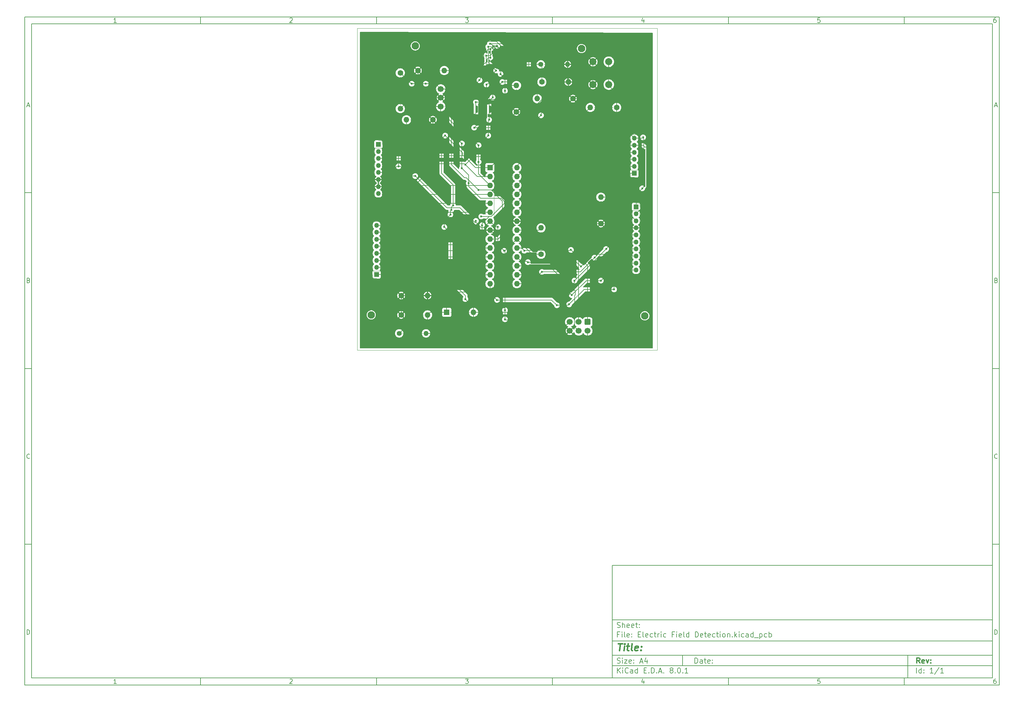
<source format=gbr>
%TF.GenerationSoftware,KiCad,Pcbnew,8.0.1*%
%TF.CreationDate,2025-11-12T10:25:25+00:00*%
%TF.ProjectId,Electric Field Detection,456c6563-7472-4696-9320-4669656c6420,rev?*%
%TF.SameCoordinates,Original*%
%TF.FileFunction,Profile,NP*%
%FSLAX46Y46*%
G04 Gerber Fmt 4.6, Leading zero omitted, Abs format (unit mm)*
G04 Created by KiCad (PCBNEW 8.0.1) date 2025-11-12 10:25:25*
%MOMM*%
%LPD*%
G01*
G04 APERTURE LIST*
G04 Aperture macros list*
%AMRoundRect*
0 Rectangle with rounded corners*
0 $1 Rounding radius*
0 $2 $3 $4 $5 $6 $7 $8 $9 X,Y pos of 4 corners*
0 Add a 4 corners polygon primitive as box body*
4,1,4,$2,$3,$4,$5,$6,$7,$8,$9,$2,$3,0*
0 Add four circle primitives for the rounded corners*
1,1,$1+$1,$2,$3*
1,1,$1+$1,$4,$5*
1,1,$1+$1,$6,$7*
1,1,$1+$1,$8,$9*
0 Add four rect primitives between the rounded corners*
20,1,$1+$1,$2,$3,$4,$5,0*
20,1,$1+$1,$4,$5,$6,$7,0*
20,1,$1+$1,$6,$7,$8,$9,0*
20,1,$1+$1,$8,$9,$2,$3,0*%
G04 Aperture macros list end*
%ADD10C,0.100000*%
%ADD11C,0.150000*%
%ADD12C,0.300000*%
%ADD13C,0.400000*%
%TA.AperFunction,Profile*%
%ADD14C,0.050000*%
%TD*%
%TA.AperFunction,ComponentPad*%
%ADD15C,1.700000*%
%TD*%
%TA.AperFunction,ComponentPad*%
%ADD16C,1.600000*%
%TD*%
%TA.AperFunction,ComponentPad*%
%ADD17O,1.600000X1.600000*%
%TD*%
%TA.AperFunction,ComponentPad*%
%ADD18RoundRect,0.250000X-0.600000X0.600000X-0.600000X-0.600000X0.600000X-0.600000X0.600000X0.600000X0*%
%TD*%
%TA.AperFunction,ComponentPad*%
%ADD19R,1.350000X1.350000*%
%TD*%
%TA.AperFunction,ComponentPad*%
%ADD20O,1.350000X1.350000*%
%TD*%
%TA.AperFunction,ComponentPad*%
%ADD21C,2.000000*%
%TD*%
%TA.AperFunction,ComponentPad*%
%ADD22C,1.400000*%
%TD*%
%TA.AperFunction,ComponentPad*%
%ADD23O,1.400000X1.400000*%
%TD*%
%TA.AperFunction,ComponentPad*%
%ADD24R,1.600000X1.600000*%
%TD*%
%TA.AperFunction,ViaPad*%
%ADD25C,0.600000*%
%TD*%
%TA.AperFunction,Conductor*%
%ADD26C,0.200000*%
%TD*%
%ADD27C,2.100000*%
%ADD28C,1.700000*%
%ADD29C,1.600000*%
%ADD30O,1.600000X1.600000*%
%ADD31RoundRect,0.250000X-0.600000X0.600000X-0.600000X-0.600000X0.600000X-0.600000X0.600000X0.600000X0*%
%ADD32R,1.350000X1.350000*%
%ADD33O,1.350000X1.350000*%
%ADD34C,2.000000*%
%ADD35C,1.400000*%
%ADD36O,1.400000X1.400000*%
%ADD37R,1.600000X1.600000*%
%ADD38C,0.120000*%
%TA.AperFunction,SMDPad,CuDef*%
%ADD39RoundRect,0.150000X-0.150000X0.825000X-0.150000X-0.825000X0.150000X-0.825000X0.150000X0.825000X0*%
%TD*%
%TA.AperFunction,SMDPad,CuDef*%
%ADD40RoundRect,0.100000X-0.100000X-0.295000X0.100000X-0.295000X0.100000X0.295000X-0.100000X0.295000X0*%
%TD*%
%TA.AperFunction,SMDPad,CuDef*%
%ADD41RoundRect,0.162500X-0.162500X-0.637500X0.162500X-0.637500X0.162500X0.637500X-0.162500X0.637500X0*%
%TD*%
%ADD42RoundRect,0.150000X-0.150000X0.825000X-0.150000X-0.825000X0.150000X-0.825000X0.150000X0.825000X0*%
%ADD43RoundRect,0.100000X-0.100000X-0.295000X0.100000X-0.295000X0.100000X0.295000X-0.100000X0.295000X0*%
%ADD44RoundRect,0.162500X-0.162500X-0.637500X0.162500X-0.637500X0.162500X0.637500X-0.162500X0.637500X0*%
G04 APERTURE END LIST*
D10*
D11*
X177002200Y-166007200D02*
X285002200Y-166007200D01*
X285002200Y-198007200D01*
X177002200Y-198007200D01*
X177002200Y-166007200D01*
D10*
D11*
X10000000Y-10000000D02*
X287002200Y-10000000D01*
X287002200Y-200007200D01*
X10000000Y-200007200D01*
X10000000Y-10000000D01*
D10*
D11*
X12000000Y-12000000D02*
X285002200Y-12000000D01*
X285002200Y-198007200D01*
X12000000Y-198007200D01*
X12000000Y-12000000D01*
D10*
D11*
X60000000Y-12000000D02*
X60000000Y-10000000D01*
D10*
D11*
X110000000Y-12000000D02*
X110000000Y-10000000D01*
D10*
D11*
X160000000Y-12000000D02*
X160000000Y-10000000D01*
D10*
D11*
X210000000Y-12000000D02*
X210000000Y-10000000D01*
D10*
D11*
X260000000Y-12000000D02*
X260000000Y-10000000D01*
D10*
D11*
X36089160Y-11593604D02*
X35346303Y-11593604D01*
X35717731Y-11593604D02*
X35717731Y-10293604D01*
X35717731Y-10293604D02*
X35593922Y-10479319D01*
X35593922Y-10479319D02*
X35470112Y-10603128D01*
X35470112Y-10603128D02*
X35346303Y-10665033D01*
D10*
D11*
X85346303Y-10417414D02*
X85408207Y-10355509D01*
X85408207Y-10355509D02*
X85532017Y-10293604D01*
X85532017Y-10293604D02*
X85841541Y-10293604D01*
X85841541Y-10293604D02*
X85965350Y-10355509D01*
X85965350Y-10355509D02*
X86027255Y-10417414D01*
X86027255Y-10417414D02*
X86089160Y-10541223D01*
X86089160Y-10541223D02*
X86089160Y-10665033D01*
X86089160Y-10665033D02*
X86027255Y-10850747D01*
X86027255Y-10850747D02*
X85284398Y-11593604D01*
X85284398Y-11593604D02*
X86089160Y-11593604D01*
D10*
D11*
X135284398Y-10293604D02*
X136089160Y-10293604D01*
X136089160Y-10293604D02*
X135655826Y-10788842D01*
X135655826Y-10788842D02*
X135841541Y-10788842D01*
X135841541Y-10788842D02*
X135965350Y-10850747D01*
X135965350Y-10850747D02*
X136027255Y-10912652D01*
X136027255Y-10912652D02*
X136089160Y-11036461D01*
X136089160Y-11036461D02*
X136089160Y-11345985D01*
X136089160Y-11345985D02*
X136027255Y-11469795D01*
X136027255Y-11469795D02*
X135965350Y-11531700D01*
X135965350Y-11531700D02*
X135841541Y-11593604D01*
X135841541Y-11593604D02*
X135470112Y-11593604D01*
X135470112Y-11593604D02*
X135346303Y-11531700D01*
X135346303Y-11531700D02*
X135284398Y-11469795D01*
D10*
D11*
X185965350Y-10726938D02*
X185965350Y-11593604D01*
X185655826Y-10231700D02*
X185346303Y-11160271D01*
X185346303Y-11160271D02*
X186151064Y-11160271D01*
D10*
D11*
X236027255Y-10293604D02*
X235408207Y-10293604D01*
X235408207Y-10293604D02*
X235346303Y-10912652D01*
X235346303Y-10912652D02*
X235408207Y-10850747D01*
X235408207Y-10850747D02*
X235532017Y-10788842D01*
X235532017Y-10788842D02*
X235841541Y-10788842D01*
X235841541Y-10788842D02*
X235965350Y-10850747D01*
X235965350Y-10850747D02*
X236027255Y-10912652D01*
X236027255Y-10912652D02*
X236089160Y-11036461D01*
X236089160Y-11036461D02*
X236089160Y-11345985D01*
X236089160Y-11345985D02*
X236027255Y-11469795D01*
X236027255Y-11469795D02*
X235965350Y-11531700D01*
X235965350Y-11531700D02*
X235841541Y-11593604D01*
X235841541Y-11593604D02*
X235532017Y-11593604D01*
X235532017Y-11593604D02*
X235408207Y-11531700D01*
X235408207Y-11531700D02*
X235346303Y-11469795D01*
D10*
D11*
X285965350Y-10293604D02*
X285717731Y-10293604D01*
X285717731Y-10293604D02*
X285593922Y-10355509D01*
X285593922Y-10355509D02*
X285532017Y-10417414D01*
X285532017Y-10417414D02*
X285408207Y-10603128D01*
X285408207Y-10603128D02*
X285346303Y-10850747D01*
X285346303Y-10850747D02*
X285346303Y-11345985D01*
X285346303Y-11345985D02*
X285408207Y-11469795D01*
X285408207Y-11469795D02*
X285470112Y-11531700D01*
X285470112Y-11531700D02*
X285593922Y-11593604D01*
X285593922Y-11593604D02*
X285841541Y-11593604D01*
X285841541Y-11593604D02*
X285965350Y-11531700D01*
X285965350Y-11531700D02*
X286027255Y-11469795D01*
X286027255Y-11469795D02*
X286089160Y-11345985D01*
X286089160Y-11345985D02*
X286089160Y-11036461D01*
X286089160Y-11036461D02*
X286027255Y-10912652D01*
X286027255Y-10912652D02*
X285965350Y-10850747D01*
X285965350Y-10850747D02*
X285841541Y-10788842D01*
X285841541Y-10788842D02*
X285593922Y-10788842D01*
X285593922Y-10788842D02*
X285470112Y-10850747D01*
X285470112Y-10850747D02*
X285408207Y-10912652D01*
X285408207Y-10912652D02*
X285346303Y-11036461D01*
D10*
D11*
X60000000Y-198007200D02*
X60000000Y-200007200D01*
D10*
D11*
X110000000Y-198007200D02*
X110000000Y-200007200D01*
D10*
D11*
X160000000Y-198007200D02*
X160000000Y-200007200D01*
D10*
D11*
X210000000Y-198007200D02*
X210000000Y-200007200D01*
D10*
D11*
X260000000Y-198007200D02*
X260000000Y-200007200D01*
D10*
D11*
X36089160Y-199600804D02*
X35346303Y-199600804D01*
X35717731Y-199600804D02*
X35717731Y-198300804D01*
X35717731Y-198300804D02*
X35593922Y-198486519D01*
X35593922Y-198486519D02*
X35470112Y-198610328D01*
X35470112Y-198610328D02*
X35346303Y-198672233D01*
D10*
D11*
X85346303Y-198424614D02*
X85408207Y-198362709D01*
X85408207Y-198362709D02*
X85532017Y-198300804D01*
X85532017Y-198300804D02*
X85841541Y-198300804D01*
X85841541Y-198300804D02*
X85965350Y-198362709D01*
X85965350Y-198362709D02*
X86027255Y-198424614D01*
X86027255Y-198424614D02*
X86089160Y-198548423D01*
X86089160Y-198548423D02*
X86089160Y-198672233D01*
X86089160Y-198672233D02*
X86027255Y-198857947D01*
X86027255Y-198857947D02*
X85284398Y-199600804D01*
X85284398Y-199600804D02*
X86089160Y-199600804D01*
D10*
D11*
X135284398Y-198300804D02*
X136089160Y-198300804D01*
X136089160Y-198300804D02*
X135655826Y-198796042D01*
X135655826Y-198796042D02*
X135841541Y-198796042D01*
X135841541Y-198796042D02*
X135965350Y-198857947D01*
X135965350Y-198857947D02*
X136027255Y-198919852D01*
X136027255Y-198919852D02*
X136089160Y-199043661D01*
X136089160Y-199043661D02*
X136089160Y-199353185D01*
X136089160Y-199353185D02*
X136027255Y-199476995D01*
X136027255Y-199476995D02*
X135965350Y-199538900D01*
X135965350Y-199538900D02*
X135841541Y-199600804D01*
X135841541Y-199600804D02*
X135470112Y-199600804D01*
X135470112Y-199600804D02*
X135346303Y-199538900D01*
X135346303Y-199538900D02*
X135284398Y-199476995D01*
D10*
D11*
X185965350Y-198734138D02*
X185965350Y-199600804D01*
X185655826Y-198238900D02*
X185346303Y-199167471D01*
X185346303Y-199167471D02*
X186151064Y-199167471D01*
D10*
D11*
X236027255Y-198300804D02*
X235408207Y-198300804D01*
X235408207Y-198300804D02*
X235346303Y-198919852D01*
X235346303Y-198919852D02*
X235408207Y-198857947D01*
X235408207Y-198857947D02*
X235532017Y-198796042D01*
X235532017Y-198796042D02*
X235841541Y-198796042D01*
X235841541Y-198796042D02*
X235965350Y-198857947D01*
X235965350Y-198857947D02*
X236027255Y-198919852D01*
X236027255Y-198919852D02*
X236089160Y-199043661D01*
X236089160Y-199043661D02*
X236089160Y-199353185D01*
X236089160Y-199353185D02*
X236027255Y-199476995D01*
X236027255Y-199476995D02*
X235965350Y-199538900D01*
X235965350Y-199538900D02*
X235841541Y-199600804D01*
X235841541Y-199600804D02*
X235532017Y-199600804D01*
X235532017Y-199600804D02*
X235408207Y-199538900D01*
X235408207Y-199538900D02*
X235346303Y-199476995D01*
D10*
D11*
X285965350Y-198300804D02*
X285717731Y-198300804D01*
X285717731Y-198300804D02*
X285593922Y-198362709D01*
X285593922Y-198362709D02*
X285532017Y-198424614D01*
X285532017Y-198424614D02*
X285408207Y-198610328D01*
X285408207Y-198610328D02*
X285346303Y-198857947D01*
X285346303Y-198857947D02*
X285346303Y-199353185D01*
X285346303Y-199353185D02*
X285408207Y-199476995D01*
X285408207Y-199476995D02*
X285470112Y-199538900D01*
X285470112Y-199538900D02*
X285593922Y-199600804D01*
X285593922Y-199600804D02*
X285841541Y-199600804D01*
X285841541Y-199600804D02*
X285965350Y-199538900D01*
X285965350Y-199538900D02*
X286027255Y-199476995D01*
X286027255Y-199476995D02*
X286089160Y-199353185D01*
X286089160Y-199353185D02*
X286089160Y-199043661D01*
X286089160Y-199043661D02*
X286027255Y-198919852D01*
X286027255Y-198919852D02*
X285965350Y-198857947D01*
X285965350Y-198857947D02*
X285841541Y-198796042D01*
X285841541Y-198796042D02*
X285593922Y-198796042D01*
X285593922Y-198796042D02*
X285470112Y-198857947D01*
X285470112Y-198857947D02*
X285408207Y-198919852D01*
X285408207Y-198919852D02*
X285346303Y-199043661D01*
D10*
D11*
X10000000Y-60000000D02*
X12000000Y-60000000D01*
D10*
D11*
X10000000Y-110000000D02*
X12000000Y-110000000D01*
D10*
D11*
X10000000Y-160000000D02*
X12000000Y-160000000D01*
D10*
D11*
X10690476Y-35222176D02*
X11309523Y-35222176D01*
X10566666Y-35593604D02*
X10999999Y-34293604D01*
X10999999Y-34293604D02*
X11433333Y-35593604D01*
D10*
D11*
X11092857Y-84912652D02*
X11278571Y-84974557D01*
X11278571Y-84974557D02*
X11340476Y-85036461D01*
X11340476Y-85036461D02*
X11402380Y-85160271D01*
X11402380Y-85160271D02*
X11402380Y-85345985D01*
X11402380Y-85345985D02*
X11340476Y-85469795D01*
X11340476Y-85469795D02*
X11278571Y-85531700D01*
X11278571Y-85531700D02*
X11154761Y-85593604D01*
X11154761Y-85593604D02*
X10659523Y-85593604D01*
X10659523Y-85593604D02*
X10659523Y-84293604D01*
X10659523Y-84293604D02*
X11092857Y-84293604D01*
X11092857Y-84293604D02*
X11216666Y-84355509D01*
X11216666Y-84355509D02*
X11278571Y-84417414D01*
X11278571Y-84417414D02*
X11340476Y-84541223D01*
X11340476Y-84541223D02*
X11340476Y-84665033D01*
X11340476Y-84665033D02*
X11278571Y-84788842D01*
X11278571Y-84788842D02*
X11216666Y-84850747D01*
X11216666Y-84850747D02*
X11092857Y-84912652D01*
X11092857Y-84912652D02*
X10659523Y-84912652D01*
D10*
D11*
X11402380Y-135469795D02*
X11340476Y-135531700D01*
X11340476Y-135531700D02*
X11154761Y-135593604D01*
X11154761Y-135593604D02*
X11030952Y-135593604D01*
X11030952Y-135593604D02*
X10845238Y-135531700D01*
X10845238Y-135531700D02*
X10721428Y-135407890D01*
X10721428Y-135407890D02*
X10659523Y-135284080D01*
X10659523Y-135284080D02*
X10597619Y-135036461D01*
X10597619Y-135036461D02*
X10597619Y-134850747D01*
X10597619Y-134850747D02*
X10659523Y-134603128D01*
X10659523Y-134603128D02*
X10721428Y-134479319D01*
X10721428Y-134479319D02*
X10845238Y-134355509D01*
X10845238Y-134355509D02*
X11030952Y-134293604D01*
X11030952Y-134293604D02*
X11154761Y-134293604D01*
X11154761Y-134293604D02*
X11340476Y-134355509D01*
X11340476Y-134355509D02*
X11402380Y-134417414D01*
D10*
D11*
X10659523Y-185593604D02*
X10659523Y-184293604D01*
X10659523Y-184293604D02*
X10969047Y-184293604D01*
X10969047Y-184293604D02*
X11154761Y-184355509D01*
X11154761Y-184355509D02*
X11278571Y-184479319D01*
X11278571Y-184479319D02*
X11340476Y-184603128D01*
X11340476Y-184603128D02*
X11402380Y-184850747D01*
X11402380Y-184850747D02*
X11402380Y-185036461D01*
X11402380Y-185036461D02*
X11340476Y-185284080D01*
X11340476Y-185284080D02*
X11278571Y-185407890D01*
X11278571Y-185407890D02*
X11154761Y-185531700D01*
X11154761Y-185531700D02*
X10969047Y-185593604D01*
X10969047Y-185593604D02*
X10659523Y-185593604D01*
D10*
D11*
X287002200Y-60000000D02*
X285002200Y-60000000D01*
D10*
D11*
X287002200Y-110000000D02*
X285002200Y-110000000D01*
D10*
D11*
X287002200Y-160000000D02*
X285002200Y-160000000D01*
D10*
D11*
X285692676Y-35222176D02*
X286311723Y-35222176D01*
X285568866Y-35593604D02*
X286002199Y-34293604D01*
X286002199Y-34293604D02*
X286435533Y-35593604D01*
D10*
D11*
X286095057Y-84912652D02*
X286280771Y-84974557D01*
X286280771Y-84974557D02*
X286342676Y-85036461D01*
X286342676Y-85036461D02*
X286404580Y-85160271D01*
X286404580Y-85160271D02*
X286404580Y-85345985D01*
X286404580Y-85345985D02*
X286342676Y-85469795D01*
X286342676Y-85469795D02*
X286280771Y-85531700D01*
X286280771Y-85531700D02*
X286156961Y-85593604D01*
X286156961Y-85593604D02*
X285661723Y-85593604D01*
X285661723Y-85593604D02*
X285661723Y-84293604D01*
X285661723Y-84293604D02*
X286095057Y-84293604D01*
X286095057Y-84293604D02*
X286218866Y-84355509D01*
X286218866Y-84355509D02*
X286280771Y-84417414D01*
X286280771Y-84417414D02*
X286342676Y-84541223D01*
X286342676Y-84541223D02*
X286342676Y-84665033D01*
X286342676Y-84665033D02*
X286280771Y-84788842D01*
X286280771Y-84788842D02*
X286218866Y-84850747D01*
X286218866Y-84850747D02*
X286095057Y-84912652D01*
X286095057Y-84912652D02*
X285661723Y-84912652D01*
D10*
D11*
X286404580Y-135469795D02*
X286342676Y-135531700D01*
X286342676Y-135531700D02*
X286156961Y-135593604D01*
X286156961Y-135593604D02*
X286033152Y-135593604D01*
X286033152Y-135593604D02*
X285847438Y-135531700D01*
X285847438Y-135531700D02*
X285723628Y-135407890D01*
X285723628Y-135407890D02*
X285661723Y-135284080D01*
X285661723Y-135284080D02*
X285599819Y-135036461D01*
X285599819Y-135036461D02*
X285599819Y-134850747D01*
X285599819Y-134850747D02*
X285661723Y-134603128D01*
X285661723Y-134603128D02*
X285723628Y-134479319D01*
X285723628Y-134479319D02*
X285847438Y-134355509D01*
X285847438Y-134355509D02*
X286033152Y-134293604D01*
X286033152Y-134293604D02*
X286156961Y-134293604D01*
X286156961Y-134293604D02*
X286342676Y-134355509D01*
X286342676Y-134355509D02*
X286404580Y-134417414D01*
D10*
D11*
X285661723Y-185593604D02*
X285661723Y-184293604D01*
X285661723Y-184293604D02*
X285971247Y-184293604D01*
X285971247Y-184293604D02*
X286156961Y-184355509D01*
X286156961Y-184355509D02*
X286280771Y-184479319D01*
X286280771Y-184479319D02*
X286342676Y-184603128D01*
X286342676Y-184603128D02*
X286404580Y-184850747D01*
X286404580Y-184850747D02*
X286404580Y-185036461D01*
X286404580Y-185036461D02*
X286342676Y-185284080D01*
X286342676Y-185284080D02*
X286280771Y-185407890D01*
X286280771Y-185407890D02*
X286156961Y-185531700D01*
X286156961Y-185531700D02*
X285971247Y-185593604D01*
X285971247Y-185593604D02*
X285661723Y-185593604D01*
D10*
D11*
X200458026Y-193793328D02*
X200458026Y-192293328D01*
X200458026Y-192293328D02*
X200815169Y-192293328D01*
X200815169Y-192293328D02*
X201029455Y-192364757D01*
X201029455Y-192364757D02*
X201172312Y-192507614D01*
X201172312Y-192507614D02*
X201243741Y-192650471D01*
X201243741Y-192650471D02*
X201315169Y-192936185D01*
X201315169Y-192936185D02*
X201315169Y-193150471D01*
X201315169Y-193150471D02*
X201243741Y-193436185D01*
X201243741Y-193436185D02*
X201172312Y-193579042D01*
X201172312Y-193579042D02*
X201029455Y-193721900D01*
X201029455Y-193721900D02*
X200815169Y-193793328D01*
X200815169Y-193793328D02*
X200458026Y-193793328D01*
X202600884Y-193793328D02*
X202600884Y-193007614D01*
X202600884Y-193007614D02*
X202529455Y-192864757D01*
X202529455Y-192864757D02*
X202386598Y-192793328D01*
X202386598Y-192793328D02*
X202100884Y-192793328D01*
X202100884Y-192793328D02*
X201958026Y-192864757D01*
X202600884Y-193721900D02*
X202458026Y-193793328D01*
X202458026Y-193793328D02*
X202100884Y-193793328D01*
X202100884Y-193793328D02*
X201958026Y-193721900D01*
X201958026Y-193721900D02*
X201886598Y-193579042D01*
X201886598Y-193579042D02*
X201886598Y-193436185D01*
X201886598Y-193436185D02*
X201958026Y-193293328D01*
X201958026Y-193293328D02*
X202100884Y-193221900D01*
X202100884Y-193221900D02*
X202458026Y-193221900D01*
X202458026Y-193221900D02*
X202600884Y-193150471D01*
X203100884Y-192793328D02*
X203672312Y-192793328D01*
X203315169Y-192293328D02*
X203315169Y-193579042D01*
X203315169Y-193579042D02*
X203386598Y-193721900D01*
X203386598Y-193721900D02*
X203529455Y-193793328D01*
X203529455Y-193793328D02*
X203672312Y-193793328D01*
X204743741Y-193721900D02*
X204600884Y-193793328D01*
X204600884Y-193793328D02*
X204315170Y-193793328D01*
X204315170Y-193793328D02*
X204172312Y-193721900D01*
X204172312Y-193721900D02*
X204100884Y-193579042D01*
X204100884Y-193579042D02*
X204100884Y-193007614D01*
X204100884Y-193007614D02*
X204172312Y-192864757D01*
X204172312Y-192864757D02*
X204315170Y-192793328D01*
X204315170Y-192793328D02*
X204600884Y-192793328D01*
X204600884Y-192793328D02*
X204743741Y-192864757D01*
X204743741Y-192864757D02*
X204815170Y-193007614D01*
X204815170Y-193007614D02*
X204815170Y-193150471D01*
X204815170Y-193150471D02*
X204100884Y-193293328D01*
X205458026Y-193650471D02*
X205529455Y-193721900D01*
X205529455Y-193721900D02*
X205458026Y-193793328D01*
X205458026Y-193793328D02*
X205386598Y-193721900D01*
X205386598Y-193721900D02*
X205458026Y-193650471D01*
X205458026Y-193650471D02*
X205458026Y-193793328D01*
X205458026Y-192864757D02*
X205529455Y-192936185D01*
X205529455Y-192936185D02*
X205458026Y-193007614D01*
X205458026Y-193007614D02*
X205386598Y-192936185D01*
X205386598Y-192936185D02*
X205458026Y-192864757D01*
X205458026Y-192864757D02*
X205458026Y-193007614D01*
D10*
D11*
X177002200Y-194507200D02*
X285002200Y-194507200D01*
D10*
D11*
X178458026Y-196593328D02*
X178458026Y-195093328D01*
X179315169Y-196593328D02*
X178672312Y-195736185D01*
X179315169Y-195093328D02*
X178458026Y-195950471D01*
X179958026Y-196593328D02*
X179958026Y-195593328D01*
X179958026Y-195093328D02*
X179886598Y-195164757D01*
X179886598Y-195164757D02*
X179958026Y-195236185D01*
X179958026Y-195236185D02*
X180029455Y-195164757D01*
X180029455Y-195164757D02*
X179958026Y-195093328D01*
X179958026Y-195093328D02*
X179958026Y-195236185D01*
X181529455Y-196450471D02*
X181458027Y-196521900D01*
X181458027Y-196521900D02*
X181243741Y-196593328D01*
X181243741Y-196593328D02*
X181100884Y-196593328D01*
X181100884Y-196593328D02*
X180886598Y-196521900D01*
X180886598Y-196521900D02*
X180743741Y-196379042D01*
X180743741Y-196379042D02*
X180672312Y-196236185D01*
X180672312Y-196236185D02*
X180600884Y-195950471D01*
X180600884Y-195950471D02*
X180600884Y-195736185D01*
X180600884Y-195736185D02*
X180672312Y-195450471D01*
X180672312Y-195450471D02*
X180743741Y-195307614D01*
X180743741Y-195307614D02*
X180886598Y-195164757D01*
X180886598Y-195164757D02*
X181100884Y-195093328D01*
X181100884Y-195093328D02*
X181243741Y-195093328D01*
X181243741Y-195093328D02*
X181458027Y-195164757D01*
X181458027Y-195164757D02*
X181529455Y-195236185D01*
X182815170Y-196593328D02*
X182815170Y-195807614D01*
X182815170Y-195807614D02*
X182743741Y-195664757D01*
X182743741Y-195664757D02*
X182600884Y-195593328D01*
X182600884Y-195593328D02*
X182315170Y-195593328D01*
X182315170Y-195593328D02*
X182172312Y-195664757D01*
X182815170Y-196521900D02*
X182672312Y-196593328D01*
X182672312Y-196593328D02*
X182315170Y-196593328D01*
X182315170Y-196593328D02*
X182172312Y-196521900D01*
X182172312Y-196521900D02*
X182100884Y-196379042D01*
X182100884Y-196379042D02*
X182100884Y-196236185D01*
X182100884Y-196236185D02*
X182172312Y-196093328D01*
X182172312Y-196093328D02*
X182315170Y-196021900D01*
X182315170Y-196021900D02*
X182672312Y-196021900D01*
X182672312Y-196021900D02*
X182815170Y-195950471D01*
X184172313Y-196593328D02*
X184172313Y-195093328D01*
X184172313Y-196521900D02*
X184029455Y-196593328D01*
X184029455Y-196593328D02*
X183743741Y-196593328D01*
X183743741Y-196593328D02*
X183600884Y-196521900D01*
X183600884Y-196521900D02*
X183529455Y-196450471D01*
X183529455Y-196450471D02*
X183458027Y-196307614D01*
X183458027Y-196307614D02*
X183458027Y-195879042D01*
X183458027Y-195879042D02*
X183529455Y-195736185D01*
X183529455Y-195736185D02*
X183600884Y-195664757D01*
X183600884Y-195664757D02*
X183743741Y-195593328D01*
X183743741Y-195593328D02*
X184029455Y-195593328D01*
X184029455Y-195593328D02*
X184172313Y-195664757D01*
X186029455Y-195807614D02*
X186529455Y-195807614D01*
X186743741Y-196593328D02*
X186029455Y-196593328D01*
X186029455Y-196593328D02*
X186029455Y-195093328D01*
X186029455Y-195093328D02*
X186743741Y-195093328D01*
X187386598Y-196450471D02*
X187458027Y-196521900D01*
X187458027Y-196521900D02*
X187386598Y-196593328D01*
X187386598Y-196593328D02*
X187315170Y-196521900D01*
X187315170Y-196521900D02*
X187386598Y-196450471D01*
X187386598Y-196450471D02*
X187386598Y-196593328D01*
X188100884Y-196593328D02*
X188100884Y-195093328D01*
X188100884Y-195093328D02*
X188458027Y-195093328D01*
X188458027Y-195093328D02*
X188672313Y-195164757D01*
X188672313Y-195164757D02*
X188815170Y-195307614D01*
X188815170Y-195307614D02*
X188886599Y-195450471D01*
X188886599Y-195450471D02*
X188958027Y-195736185D01*
X188958027Y-195736185D02*
X188958027Y-195950471D01*
X188958027Y-195950471D02*
X188886599Y-196236185D01*
X188886599Y-196236185D02*
X188815170Y-196379042D01*
X188815170Y-196379042D02*
X188672313Y-196521900D01*
X188672313Y-196521900D02*
X188458027Y-196593328D01*
X188458027Y-196593328D02*
X188100884Y-196593328D01*
X189600884Y-196450471D02*
X189672313Y-196521900D01*
X189672313Y-196521900D02*
X189600884Y-196593328D01*
X189600884Y-196593328D02*
X189529456Y-196521900D01*
X189529456Y-196521900D02*
X189600884Y-196450471D01*
X189600884Y-196450471D02*
X189600884Y-196593328D01*
X190243742Y-196164757D02*
X190958028Y-196164757D01*
X190100885Y-196593328D02*
X190600885Y-195093328D01*
X190600885Y-195093328D02*
X191100885Y-196593328D01*
X191600884Y-196450471D02*
X191672313Y-196521900D01*
X191672313Y-196521900D02*
X191600884Y-196593328D01*
X191600884Y-196593328D02*
X191529456Y-196521900D01*
X191529456Y-196521900D02*
X191600884Y-196450471D01*
X191600884Y-196450471D02*
X191600884Y-196593328D01*
X193672313Y-195736185D02*
X193529456Y-195664757D01*
X193529456Y-195664757D02*
X193458027Y-195593328D01*
X193458027Y-195593328D02*
X193386599Y-195450471D01*
X193386599Y-195450471D02*
X193386599Y-195379042D01*
X193386599Y-195379042D02*
X193458027Y-195236185D01*
X193458027Y-195236185D02*
X193529456Y-195164757D01*
X193529456Y-195164757D02*
X193672313Y-195093328D01*
X193672313Y-195093328D02*
X193958027Y-195093328D01*
X193958027Y-195093328D02*
X194100885Y-195164757D01*
X194100885Y-195164757D02*
X194172313Y-195236185D01*
X194172313Y-195236185D02*
X194243742Y-195379042D01*
X194243742Y-195379042D02*
X194243742Y-195450471D01*
X194243742Y-195450471D02*
X194172313Y-195593328D01*
X194172313Y-195593328D02*
X194100885Y-195664757D01*
X194100885Y-195664757D02*
X193958027Y-195736185D01*
X193958027Y-195736185D02*
X193672313Y-195736185D01*
X193672313Y-195736185D02*
X193529456Y-195807614D01*
X193529456Y-195807614D02*
X193458027Y-195879042D01*
X193458027Y-195879042D02*
X193386599Y-196021900D01*
X193386599Y-196021900D02*
X193386599Y-196307614D01*
X193386599Y-196307614D02*
X193458027Y-196450471D01*
X193458027Y-196450471D02*
X193529456Y-196521900D01*
X193529456Y-196521900D02*
X193672313Y-196593328D01*
X193672313Y-196593328D02*
X193958027Y-196593328D01*
X193958027Y-196593328D02*
X194100885Y-196521900D01*
X194100885Y-196521900D02*
X194172313Y-196450471D01*
X194172313Y-196450471D02*
X194243742Y-196307614D01*
X194243742Y-196307614D02*
X194243742Y-196021900D01*
X194243742Y-196021900D02*
X194172313Y-195879042D01*
X194172313Y-195879042D02*
X194100885Y-195807614D01*
X194100885Y-195807614D02*
X193958027Y-195736185D01*
X194886598Y-196450471D02*
X194958027Y-196521900D01*
X194958027Y-196521900D02*
X194886598Y-196593328D01*
X194886598Y-196593328D02*
X194815170Y-196521900D01*
X194815170Y-196521900D02*
X194886598Y-196450471D01*
X194886598Y-196450471D02*
X194886598Y-196593328D01*
X195886599Y-195093328D02*
X196029456Y-195093328D01*
X196029456Y-195093328D02*
X196172313Y-195164757D01*
X196172313Y-195164757D02*
X196243742Y-195236185D01*
X196243742Y-195236185D02*
X196315170Y-195379042D01*
X196315170Y-195379042D02*
X196386599Y-195664757D01*
X196386599Y-195664757D02*
X196386599Y-196021900D01*
X196386599Y-196021900D02*
X196315170Y-196307614D01*
X196315170Y-196307614D02*
X196243742Y-196450471D01*
X196243742Y-196450471D02*
X196172313Y-196521900D01*
X196172313Y-196521900D02*
X196029456Y-196593328D01*
X196029456Y-196593328D02*
X195886599Y-196593328D01*
X195886599Y-196593328D02*
X195743742Y-196521900D01*
X195743742Y-196521900D02*
X195672313Y-196450471D01*
X195672313Y-196450471D02*
X195600884Y-196307614D01*
X195600884Y-196307614D02*
X195529456Y-196021900D01*
X195529456Y-196021900D02*
X195529456Y-195664757D01*
X195529456Y-195664757D02*
X195600884Y-195379042D01*
X195600884Y-195379042D02*
X195672313Y-195236185D01*
X195672313Y-195236185D02*
X195743742Y-195164757D01*
X195743742Y-195164757D02*
X195886599Y-195093328D01*
X197029455Y-196450471D02*
X197100884Y-196521900D01*
X197100884Y-196521900D02*
X197029455Y-196593328D01*
X197029455Y-196593328D02*
X196958027Y-196521900D01*
X196958027Y-196521900D02*
X197029455Y-196450471D01*
X197029455Y-196450471D02*
X197029455Y-196593328D01*
X198529456Y-196593328D02*
X197672313Y-196593328D01*
X198100884Y-196593328D02*
X198100884Y-195093328D01*
X198100884Y-195093328D02*
X197958027Y-195307614D01*
X197958027Y-195307614D02*
X197815170Y-195450471D01*
X197815170Y-195450471D02*
X197672313Y-195521900D01*
D10*
D11*
X177002200Y-191507200D02*
X285002200Y-191507200D01*
D10*
D12*
X264413853Y-193785528D02*
X263913853Y-193071242D01*
X263556710Y-193785528D02*
X263556710Y-192285528D01*
X263556710Y-192285528D02*
X264128139Y-192285528D01*
X264128139Y-192285528D02*
X264270996Y-192356957D01*
X264270996Y-192356957D02*
X264342425Y-192428385D01*
X264342425Y-192428385D02*
X264413853Y-192571242D01*
X264413853Y-192571242D02*
X264413853Y-192785528D01*
X264413853Y-192785528D02*
X264342425Y-192928385D01*
X264342425Y-192928385D02*
X264270996Y-192999814D01*
X264270996Y-192999814D02*
X264128139Y-193071242D01*
X264128139Y-193071242D02*
X263556710Y-193071242D01*
X265628139Y-193714100D02*
X265485282Y-193785528D01*
X265485282Y-193785528D02*
X265199568Y-193785528D01*
X265199568Y-193785528D02*
X265056710Y-193714100D01*
X265056710Y-193714100D02*
X264985282Y-193571242D01*
X264985282Y-193571242D02*
X264985282Y-192999814D01*
X264985282Y-192999814D02*
X265056710Y-192856957D01*
X265056710Y-192856957D02*
X265199568Y-192785528D01*
X265199568Y-192785528D02*
X265485282Y-192785528D01*
X265485282Y-192785528D02*
X265628139Y-192856957D01*
X265628139Y-192856957D02*
X265699568Y-192999814D01*
X265699568Y-192999814D02*
X265699568Y-193142671D01*
X265699568Y-193142671D02*
X264985282Y-193285528D01*
X266199567Y-192785528D02*
X266556710Y-193785528D01*
X266556710Y-193785528D02*
X266913853Y-192785528D01*
X267485281Y-193642671D02*
X267556710Y-193714100D01*
X267556710Y-193714100D02*
X267485281Y-193785528D01*
X267485281Y-193785528D02*
X267413853Y-193714100D01*
X267413853Y-193714100D02*
X267485281Y-193642671D01*
X267485281Y-193642671D02*
X267485281Y-193785528D01*
X267485281Y-192856957D02*
X267556710Y-192928385D01*
X267556710Y-192928385D02*
X267485281Y-192999814D01*
X267485281Y-192999814D02*
X267413853Y-192928385D01*
X267413853Y-192928385D02*
X267485281Y-192856957D01*
X267485281Y-192856957D02*
X267485281Y-192999814D01*
D10*
D11*
X178386598Y-193721900D02*
X178600884Y-193793328D01*
X178600884Y-193793328D02*
X178958026Y-193793328D01*
X178958026Y-193793328D02*
X179100884Y-193721900D01*
X179100884Y-193721900D02*
X179172312Y-193650471D01*
X179172312Y-193650471D02*
X179243741Y-193507614D01*
X179243741Y-193507614D02*
X179243741Y-193364757D01*
X179243741Y-193364757D02*
X179172312Y-193221900D01*
X179172312Y-193221900D02*
X179100884Y-193150471D01*
X179100884Y-193150471D02*
X178958026Y-193079042D01*
X178958026Y-193079042D02*
X178672312Y-193007614D01*
X178672312Y-193007614D02*
X178529455Y-192936185D01*
X178529455Y-192936185D02*
X178458026Y-192864757D01*
X178458026Y-192864757D02*
X178386598Y-192721900D01*
X178386598Y-192721900D02*
X178386598Y-192579042D01*
X178386598Y-192579042D02*
X178458026Y-192436185D01*
X178458026Y-192436185D02*
X178529455Y-192364757D01*
X178529455Y-192364757D02*
X178672312Y-192293328D01*
X178672312Y-192293328D02*
X179029455Y-192293328D01*
X179029455Y-192293328D02*
X179243741Y-192364757D01*
X179886597Y-193793328D02*
X179886597Y-192793328D01*
X179886597Y-192293328D02*
X179815169Y-192364757D01*
X179815169Y-192364757D02*
X179886597Y-192436185D01*
X179886597Y-192436185D02*
X179958026Y-192364757D01*
X179958026Y-192364757D02*
X179886597Y-192293328D01*
X179886597Y-192293328D02*
X179886597Y-192436185D01*
X180458026Y-192793328D02*
X181243741Y-192793328D01*
X181243741Y-192793328D02*
X180458026Y-193793328D01*
X180458026Y-193793328D02*
X181243741Y-193793328D01*
X182386598Y-193721900D02*
X182243741Y-193793328D01*
X182243741Y-193793328D02*
X181958027Y-193793328D01*
X181958027Y-193793328D02*
X181815169Y-193721900D01*
X181815169Y-193721900D02*
X181743741Y-193579042D01*
X181743741Y-193579042D02*
X181743741Y-193007614D01*
X181743741Y-193007614D02*
X181815169Y-192864757D01*
X181815169Y-192864757D02*
X181958027Y-192793328D01*
X181958027Y-192793328D02*
X182243741Y-192793328D01*
X182243741Y-192793328D02*
X182386598Y-192864757D01*
X182386598Y-192864757D02*
X182458027Y-193007614D01*
X182458027Y-193007614D02*
X182458027Y-193150471D01*
X182458027Y-193150471D02*
X181743741Y-193293328D01*
X183100883Y-193650471D02*
X183172312Y-193721900D01*
X183172312Y-193721900D02*
X183100883Y-193793328D01*
X183100883Y-193793328D02*
X183029455Y-193721900D01*
X183029455Y-193721900D02*
X183100883Y-193650471D01*
X183100883Y-193650471D02*
X183100883Y-193793328D01*
X183100883Y-192864757D02*
X183172312Y-192936185D01*
X183172312Y-192936185D02*
X183100883Y-193007614D01*
X183100883Y-193007614D02*
X183029455Y-192936185D01*
X183029455Y-192936185D02*
X183100883Y-192864757D01*
X183100883Y-192864757D02*
X183100883Y-193007614D01*
X184886598Y-193364757D02*
X185600884Y-193364757D01*
X184743741Y-193793328D02*
X185243741Y-192293328D01*
X185243741Y-192293328D02*
X185743741Y-193793328D01*
X186886598Y-192793328D02*
X186886598Y-193793328D01*
X186529455Y-192221900D02*
X186172312Y-193293328D01*
X186172312Y-193293328D02*
X187100883Y-193293328D01*
D10*
D11*
X263458026Y-196593328D02*
X263458026Y-195093328D01*
X264815170Y-196593328D02*
X264815170Y-195093328D01*
X264815170Y-196521900D02*
X264672312Y-196593328D01*
X264672312Y-196593328D02*
X264386598Y-196593328D01*
X264386598Y-196593328D02*
X264243741Y-196521900D01*
X264243741Y-196521900D02*
X264172312Y-196450471D01*
X264172312Y-196450471D02*
X264100884Y-196307614D01*
X264100884Y-196307614D02*
X264100884Y-195879042D01*
X264100884Y-195879042D02*
X264172312Y-195736185D01*
X264172312Y-195736185D02*
X264243741Y-195664757D01*
X264243741Y-195664757D02*
X264386598Y-195593328D01*
X264386598Y-195593328D02*
X264672312Y-195593328D01*
X264672312Y-195593328D02*
X264815170Y-195664757D01*
X265529455Y-196450471D02*
X265600884Y-196521900D01*
X265600884Y-196521900D02*
X265529455Y-196593328D01*
X265529455Y-196593328D02*
X265458027Y-196521900D01*
X265458027Y-196521900D02*
X265529455Y-196450471D01*
X265529455Y-196450471D02*
X265529455Y-196593328D01*
X265529455Y-195664757D02*
X265600884Y-195736185D01*
X265600884Y-195736185D02*
X265529455Y-195807614D01*
X265529455Y-195807614D02*
X265458027Y-195736185D01*
X265458027Y-195736185D02*
X265529455Y-195664757D01*
X265529455Y-195664757D02*
X265529455Y-195807614D01*
X268172313Y-196593328D02*
X267315170Y-196593328D01*
X267743741Y-196593328D02*
X267743741Y-195093328D01*
X267743741Y-195093328D02*
X267600884Y-195307614D01*
X267600884Y-195307614D02*
X267458027Y-195450471D01*
X267458027Y-195450471D02*
X267315170Y-195521900D01*
X269886598Y-195021900D02*
X268600884Y-196950471D01*
X271172313Y-196593328D02*
X270315170Y-196593328D01*
X270743741Y-196593328D02*
X270743741Y-195093328D01*
X270743741Y-195093328D02*
X270600884Y-195307614D01*
X270600884Y-195307614D02*
X270458027Y-195450471D01*
X270458027Y-195450471D02*
X270315170Y-195521900D01*
D10*
D11*
X177002200Y-187507200D02*
X285002200Y-187507200D01*
D10*
D13*
X178693928Y-188211638D02*
X179836785Y-188211638D01*
X179015357Y-190211638D02*
X179265357Y-188211638D01*
X180253452Y-190211638D02*
X180420119Y-188878304D01*
X180503452Y-188211638D02*
X180396309Y-188306876D01*
X180396309Y-188306876D02*
X180479643Y-188402114D01*
X180479643Y-188402114D02*
X180586786Y-188306876D01*
X180586786Y-188306876D02*
X180503452Y-188211638D01*
X180503452Y-188211638D02*
X180479643Y-188402114D01*
X181086786Y-188878304D02*
X181848690Y-188878304D01*
X181455833Y-188211638D02*
X181241548Y-189925923D01*
X181241548Y-189925923D02*
X181312976Y-190116400D01*
X181312976Y-190116400D02*
X181491548Y-190211638D01*
X181491548Y-190211638D02*
X181682024Y-190211638D01*
X182634405Y-190211638D02*
X182455833Y-190116400D01*
X182455833Y-190116400D02*
X182384405Y-189925923D01*
X182384405Y-189925923D02*
X182598690Y-188211638D01*
X184170119Y-190116400D02*
X183967738Y-190211638D01*
X183967738Y-190211638D02*
X183586785Y-190211638D01*
X183586785Y-190211638D02*
X183408214Y-190116400D01*
X183408214Y-190116400D02*
X183336785Y-189925923D01*
X183336785Y-189925923D02*
X183432024Y-189164019D01*
X183432024Y-189164019D02*
X183551071Y-188973542D01*
X183551071Y-188973542D02*
X183753452Y-188878304D01*
X183753452Y-188878304D02*
X184134404Y-188878304D01*
X184134404Y-188878304D02*
X184312976Y-188973542D01*
X184312976Y-188973542D02*
X184384404Y-189164019D01*
X184384404Y-189164019D02*
X184360595Y-189354495D01*
X184360595Y-189354495D02*
X183384404Y-189544971D01*
X185134405Y-190021161D02*
X185217738Y-190116400D01*
X185217738Y-190116400D02*
X185110595Y-190211638D01*
X185110595Y-190211638D02*
X185027262Y-190116400D01*
X185027262Y-190116400D02*
X185134405Y-190021161D01*
X185134405Y-190021161D02*
X185110595Y-190211638D01*
X185265357Y-188973542D02*
X185348690Y-189068780D01*
X185348690Y-189068780D02*
X185241548Y-189164019D01*
X185241548Y-189164019D02*
X185158214Y-189068780D01*
X185158214Y-189068780D02*
X185265357Y-188973542D01*
X185265357Y-188973542D02*
X185241548Y-189164019D01*
D10*
D11*
X178958026Y-185607614D02*
X178458026Y-185607614D01*
X178458026Y-186393328D02*
X178458026Y-184893328D01*
X178458026Y-184893328D02*
X179172312Y-184893328D01*
X179743740Y-186393328D02*
X179743740Y-185393328D01*
X179743740Y-184893328D02*
X179672312Y-184964757D01*
X179672312Y-184964757D02*
X179743740Y-185036185D01*
X179743740Y-185036185D02*
X179815169Y-184964757D01*
X179815169Y-184964757D02*
X179743740Y-184893328D01*
X179743740Y-184893328D02*
X179743740Y-185036185D01*
X180672312Y-186393328D02*
X180529455Y-186321900D01*
X180529455Y-186321900D02*
X180458026Y-186179042D01*
X180458026Y-186179042D02*
X180458026Y-184893328D01*
X181815169Y-186321900D02*
X181672312Y-186393328D01*
X181672312Y-186393328D02*
X181386598Y-186393328D01*
X181386598Y-186393328D02*
X181243740Y-186321900D01*
X181243740Y-186321900D02*
X181172312Y-186179042D01*
X181172312Y-186179042D02*
X181172312Y-185607614D01*
X181172312Y-185607614D02*
X181243740Y-185464757D01*
X181243740Y-185464757D02*
X181386598Y-185393328D01*
X181386598Y-185393328D02*
X181672312Y-185393328D01*
X181672312Y-185393328D02*
X181815169Y-185464757D01*
X181815169Y-185464757D02*
X181886598Y-185607614D01*
X181886598Y-185607614D02*
X181886598Y-185750471D01*
X181886598Y-185750471D02*
X181172312Y-185893328D01*
X182529454Y-186250471D02*
X182600883Y-186321900D01*
X182600883Y-186321900D02*
X182529454Y-186393328D01*
X182529454Y-186393328D02*
X182458026Y-186321900D01*
X182458026Y-186321900D02*
X182529454Y-186250471D01*
X182529454Y-186250471D02*
X182529454Y-186393328D01*
X182529454Y-185464757D02*
X182600883Y-185536185D01*
X182600883Y-185536185D02*
X182529454Y-185607614D01*
X182529454Y-185607614D02*
X182458026Y-185536185D01*
X182458026Y-185536185D02*
X182529454Y-185464757D01*
X182529454Y-185464757D02*
X182529454Y-185607614D01*
X184386597Y-185607614D02*
X184886597Y-185607614D01*
X185100883Y-186393328D02*
X184386597Y-186393328D01*
X184386597Y-186393328D02*
X184386597Y-184893328D01*
X184386597Y-184893328D02*
X185100883Y-184893328D01*
X185958026Y-186393328D02*
X185815169Y-186321900D01*
X185815169Y-186321900D02*
X185743740Y-186179042D01*
X185743740Y-186179042D02*
X185743740Y-184893328D01*
X187100883Y-186321900D02*
X186958026Y-186393328D01*
X186958026Y-186393328D02*
X186672312Y-186393328D01*
X186672312Y-186393328D02*
X186529454Y-186321900D01*
X186529454Y-186321900D02*
X186458026Y-186179042D01*
X186458026Y-186179042D02*
X186458026Y-185607614D01*
X186458026Y-185607614D02*
X186529454Y-185464757D01*
X186529454Y-185464757D02*
X186672312Y-185393328D01*
X186672312Y-185393328D02*
X186958026Y-185393328D01*
X186958026Y-185393328D02*
X187100883Y-185464757D01*
X187100883Y-185464757D02*
X187172312Y-185607614D01*
X187172312Y-185607614D02*
X187172312Y-185750471D01*
X187172312Y-185750471D02*
X186458026Y-185893328D01*
X188458026Y-186321900D02*
X188315168Y-186393328D01*
X188315168Y-186393328D02*
X188029454Y-186393328D01*
X188029454Y-186393328D02*
X187886597Y-186321900D01*
X187886597Y-186321900D02*
X187815168Y-186250471D01*
X187815168Y-186250471D02*
X187743740Y-186107614D01*
X187743740Y-186107614D02*
X187743740Y-185679042D01*
X187743740Y-185679042D02*
X187815168Y-185536185D01*
X187815168Y-185536185D02*
X187886597Y-185464757D01*
X187886597Y-185464757D02*
X188029454Y-185393328D01*
X188029454Y-185393328D02*
X188315168Y-185393328D01*
X188315168Y-185393328D02*
X188458026Y-185464757D01*
X188886597Y-185393328D02*
X189458025Y-185393328D01*
X189100882Y-184893328D02*
X189100882Y-186179042D01*
X189100882Y-186179042D02*
X189172311Y-186321900D01*
X189172311Y-186321900D02*
X189315168Y-186393328D01*
X189315168Y-186393328D02*
X189458025Y-186393328D01*
X189958025Y-186393328D02*
X189958025Y-185393328D01*
X189958025Y-185679042D02*
X190029454Y-185536185D01*
X190029454Y-185536185D02*
X190100883Y-185464757D01*
X190100883Y-185464757D02*
X190243740Y-185393328D01*
X190243740Y-185393328D02*
X190386597Y-185393328D01*
X190886596Y-186393328D02*
X190886596Y-185393328D01*
X190886596Y-184893328D02*
X190815168Y-184964757D01*
X190815168Y-184964757D02*
X190886596Y-185036185D01*
X190886596Y-185036185D02*
X190958025Y-184964757D01*
X190958025Y-184964757D02*
X190886596Y-184893328D01*
X190886596Y-184893328D02*
X190886596Y-185036185D01*
X192243740Y-186321900D02*
X192100882Y-186393328D01*
X192100882Y-186393328D02*
X191815168Y-186393328D01*
X191815168Y-186393328D02*
X191672311Y-186321900D01*
X191672311Y-186321900D02*
X191600882Y-186250471D01*
X191600882Y-186250471D02*
X191529454Y-186107614D01*
X191529454Y-186107614D02*
X191529454Y-185679042D01*
X191529454Y-185679042D02*
X191600882Y-185536185D01*
X191600882Y-185536185D02*
X191672311Y-185464757D01*
X191672311Y-185464757D02*
X191815168Y-185393328D01*
X191815168Y-185393328D02*
X192100882Y-185393328D01*
X192100882Y-185393328D02*
X192243740Y-185464757D01*
X194529453Y-185607614D02*
X194029453Y-185607614D01*
X194029453Y-186393328D02*
X194029453Y-184893328D01*
X194029453Y-184893328D02*
X194743739Y-184893328D01*
X195315167Y-186393328D02*
X195315167Y-185393328D01*
X195315167Y-184893328D02*
X195243739Y-184964757D01*
X195243739Y-184964757D02*
X195315167Y-185036185D01*
X195315167Y-185036185D02*
X195386596Y-184964757D01*
X195386596Y-184964757D02*
X195315167Y-184893328D01*
X195315167Y-184893328D02*
X195315167Y-185036185D01*
X196600882Y-186321900D02*
X196458025Y-186393328D01*
X196458025Y-186393328D02*
X196172311Y-186393328D01*
X196172311Y-186393328D02*
X196029453Y-186321900D01*
X196029453Y-186321900D02*
X195958025Y-186179042D01*
X195958025Y-186179042D02*
X195958025Y-185607614D01*
X195958025Y-185607614D02*
X196029453Y-185464757D01*
X196029453Y-185464757D02*
X196172311Y-185393328D01*
X196172311Y-185393328D02*
X196458025Y-185393328D01*
X196458025Y-185393328D02*
X196600882Y-185464757D01*
X196600882Y-185464757D02*
X196672311Y-185607614D01*
X196672311Y-185607614D02*
X196672311Y-185750471D01*
X196672311Y-185750471D02*
X195958025Y-185893328D01*
X197529453Y-186393328D02*
X197386596Y-186321900D01*
X197386596Y-186321900D02*
X197315167Y-186179042D01*
X197315167Y-186179042D02*
X197315167Y-184893328D01*
X198743739Y-186393328D02*
X198743739Y-184893328D01*
X198743739Y-186321900D02*
X198600881Y-186393328D01*
X198600881Y-186393328D02*
X198315167Y-186393328D01*
X198315167Y-186393328D02*
X198172310Y-186321900D01*
X198172310Y-186321900D02*
X198100881Y-186250471D01*
X198100881Y-186250471D02*
X198029453Y-186107614D01*
X198029453Y-186107614D02*
X198029453Y-185679042D01*
X198029453Y-185679042D02*
X198100881Y-185536185D01*
X198100881Y-185536185D02*
X198172310Y-185464757D01*
X198172310Y-185464757D02*
X198315167Y-185393328D01*
X198315167Y-185393328D02*
X198600881Y-185393328D01*
X198600881Y-185393328D02*
X198743739Y-185464757D01*
X200600881Y-186393328D02*
X200600881Y-184893328D01*
X200600881Y-184893328D02*
X200958024Y-184893328D01*
X200958024Y-184893328D02*
X201172310Y-184964757D01*
X201172310Y-184964757D02*
X201315167Y-185107614D01*
X201315167Y-185107614D02*
X201386596Y-185250471D01*
X201386596Y-185250471D02*
X201458024Y-185536185D01*
X201458024Y-185536185D02*
X201458024Y-185750471D01*
X201458024Y-185750471D02*
X201386596Y-186036185D01*
X201386596Y-186036185D02*
X201315167Y-186179042D01*
X201315167Y-186179042D02*
X201172310Y-186321900D01*
X201172310Y-186321900D02*
X200958024Y-186393328D01*
X200958024Y-186393328D02*
X200600881Y-186393328D01*
X202672310Y-186321900D02*
X202529453Y-186393328D01*
X202529453Y-186393328D02*
X202243739Y-186393328D01*
X202243739Y-186393328D02*
X202100881Y-186321900D01*
X202100881Y-186321900D02*
X202029453Y-186179042D01*
X202029453Y-186179042D02*
X202029453Y-185607614D01*
X202029453Y-185607614D02*
X202100881Y-185464757D01*
X202100881Y-185464757D02*
X202243739Y-185393328D01*
X202243739Y-185393328D02*
X202529453Y-185393328D01*
X202529453Y-185393328D02*
X202672310Y-185464757D01*
X202672310Y-185464757D02*
X202743739Y-185607614D01*
X202743739Y-185607614D02*
X202743739Y-185750471D01*
X202743739Y-185750471D02*
X202029453Y-185893328D01*
X203172310Y-185393328D02*
X203743738Y-185393328D01*
X203386595Y-184893328D02*
X203386595Y-186179042D01*
X203386595Y-186179042D02*
X203458024Y-186321900D01*
X203458024Y-186321900D02*
X203600881Y-186393328D01*
X203600881Y-186393328D02*
X203743738Y-186393328D01*
X204815167Y-186321900D02*
X204672310Y-186393328D01*
X204672310Y-186393328D02*
X204386596Y-186393328D01*
X204386596Y-186393328D02*
X204243738Y-186321900D01*
X204243738Y-186321900D02*
X204172310Y-186179042D01*
X204172310Y-186179042D02*
X204172310Y-185607614D01*
X204172310Y-185607614D02*
X204243738Y-185464757D01*
X204243738Y-185464757D02*
X204386596Y-185393328D01*
X204386596Y-185393328D02*
X204672310Y-185393328D01*
X204672310Y-185393328D02*
X204815167Y-185464757D01*
X204815167Y-185464757D02*
X204886596Y-185607614D01*
X204886596Y-185607614D02*
X204886596Y-185750471D01*
X204886596Y-185750471D02*
X204172310Y-185893328D01*
X206172310Y-186321900D02*
X206029452Y-186393328D01*
X206029452Y-186393328D02*
X205743738Y-186393328D01*
X205743738Y-186393328D02*
X205600881Y-186321900D01*
X205600881Y-186321900D02*
X205529452Y-186250471D01*
X205529452Y-186250471D02*
X205458024Y-186107614D01*
X205458024Y-186107614D02*
X205458024Y-185679042D01*
X205458024Y-185679042D02*
X205529452Y-185536185D01*
X205529452Y-185536185D02*
X205600881Y-185464757D01*
X205600881Y-185464757D02*
X205743738Y-185393328D01*
X205743738Y-185393328D02*
X206029452Y-185393328D01*
X206029452Y-185393328D02*
X206172310Y-185464757D01*
X206600881Y-185393328D02*
X207172309Y-185393328D01*
X206815166Y-184893328D02*
X206815166Y-186179042D01*
X206815166Y-186179042D02*
X206886595Y-186321900D01*
X206886595Y-186321900D02*
X207029452Y-186393328D01*
X207029452Y-186393328D02*
X207172309Y-186393328D01*
X207672309Y-186393328D02*
X207672309Y-185393328D01*
X207672309Y-184893328D02*
X207600881Y-184964757D01*
X207600881Y-184964757D02*
X207672309Y-185036185D01*
X207672309Y-185036185D02*
X207743738Y-184964757D01*
X207743738Y-184964757D02*
X207672309Y-184893328D01*
X207672309Y-184893328D02*
X207672309Y-185036185D01*
X208600881Y-186393328D02*
X208458024Y-186321900D01*
X208458024Y-186321900D02*
X208386595Y-186250471D01*
X208386595Y-186250471D02*
X208315167Y-186107614D01*
X208315167Y-186107614D02*
X208315167Y-185679042D01*
X208315167Y-185679042D02*
X208386595Y-185536185D01*
X208386595Y-185536185D02*
X208458024Y-185464757D01*
X208458024Y-185464757D02*
X208600881Y-185393328D01*
X208600881Y-185393328D02*
X208815167Y-185393328D01*
X208815167Y-185393328D02*
X208958024Y-185464757D01*
X208958024Y-185464757D02*
X209029453Y-185536185D01*
X209029453Y-185536185D02*
X209100881Y-185679042D01*
X209100881Y-185679042D02*
X209100881Y-186107614D01*
X209100881Y-186107614D02*
X209029453Y-186250471D01*
X209029453Y-186250471D02*
X208958024Y-186321900D01*
X208958024Y-186321900D02*
X208815167Y-186393328D01*
X208815167Y-186393328D02*
X208600881Y-186393328D01*
X209743738Y-185393328D02*
X209743738Y-186393328D01*
X209743738Y-185536185D02*
X209815167Y-185464757D01*
X209815167Y-185464757D02*
X209958024Y-185393328D01*
X209958024Y-185393328D02*
X210172310Y-185393328D01*
X210172310Y-185393328D02*
X210315167Y-185464757D01*
X210315167Y-185464757D02*
X210386596Y-185607614D01*
X210386596Y-185607614D02*
X210386596Y-186393328D01*
X211100881Y-186250471D02*
X211172310Y-186321900D01*
X211172310Y-186321900D02*
X211100881Y-186393328D01*
X211100881Y-186393328D02*
X211029453Y-186321900D01*
X211029453Y-186321900D02*
X211100881Y-186250471D01*
X211100881Y-186250471D02*
X211100881Y-186393328D01*
X211815167Y-186393328D02*
X211815167Y-184893328D01*
X211958025Y-185821900D02*
X212386596Y-186393328D01*
X212386596Y-185393328D02*
X211815167Y-185964757D01*
X213029453Y-186393328D02*
X213029453Y-185393328D01*
X213029453Y-184893328D02*
X212958025Y-184964757D01*
X212958025Y-184964757D02*
X213029453Y-185036185D01*
X213029453Y-185036185D02*
X213100882Y-184964757D01*
X213100882Y-184964757D02*
X213029453Y-184893328D01*
X213029453Y-184893328D02*
X213029453Y-185036185D01*
X214386597Y-186321900D02*
X214243739Y-186393328D01*
X214243739Y-186393328D02*
X213958025Y-186393328D01*
X213958025Y-186393328D02*
X213815168Y-186321900D01*
X213815168Y-186321900D02*
X213743739Y-186250471D01*
X213743739Y-186250471D02*
X213672311Y-186107614D01*
X213672311Y-186107614D02*
X213672311Y-185679042D01*
X213672311Y-185679042D02*
X213743739Y-185536185D01*
X213743739Y-185536185D02*
X213815168Y-185464757D01*
X213815168Y-185464757D02*
X213958025Y-185393328D01*
X213958025Y-185393328D02*
X214243739Y-185393328D01*
X214243739Y-185393328D02*
X214386597Y-185464757D01*
X215672311Y-186393328D02*
X215672311Y-185607614D01*
X215672311Y-185607614D02*
X215600882Y-185464757D01*
X215600882Y-185464757D02*
X215458025Y-185393328D01*
X215458025Y-185393328D02*
X215172311Y-185393328D01*
X215172311Y-185393328D02*
X215029453Y-185464757D01*
X215672311Y-186321900D02*
X215529453Y-186393328D01*
X215529453Y-186393328D02*
X215172311Y-186393328D01*
X215172311Y-186393328D02*
X215029453Y-186321900D01*
X215029453Y-186321900D02*
X214958025Y-186179042D01*
X214958025Y-186179042D02*
X214958025Y-186036185D01*
X214958025Y-186036185D02*
X215029453Y-185893328D01*
X215029453Y-185893328D02*
X215172311Y-185821900D01*
X215172311Y-185821900D02*
X215529453Y-185821900D01*
X215529453Y-185821900D02*
X215672311Y-185750471D01*
X217029454Y-186393328D02*
X217029454Y-184893328D01*
X217029454Y-186321900D02*
X216886596Y-186393328D01*
X216886596Y-186393328D02*
X216600882Y-186393328D01*
X216600882Y-186393328D02*
X216458025Y-186321900D01*
X216458025Y-186321900D02*
X216386596Y-186250471D01*
X216386596Y-186250471D02*
X216315168Y-186107614D01*
X216315168Y-186107614D02*
X216315168Y-185679042D01*
X216315168Y-185679042D02*
X216386596Y-185536185D01*
X216386596Y-185536185D02*
X216458025Y-185464757D01*
X216458025Y-185464757D02*
X216600882Y-185393328D01*
X216600882Y-185393328D02*
X216886596Y-185393328D01*
X216886596Y-185393328D02*
X217029454Y-185464757D01*
X217386597Y-186536185D02*
X218529454Y-186536185D01*
X218886596Y-185393328D02*
X218886596Y-186893328D01*
X218886596Y-185464757D02*
X219029454Y-185393328D01*
X219029454Y-185393328D02*
X219315168Y-185393328D01*
X219315168Y-185393328D02*
X219458025Y-185464757D01*
X219458025Y-185464757D02*
X219529454Y-185536185D01*
X219529454Y-185536185D02*
X219600882Y-185679042D01*
X219600882Y-185679042D02*
X219600882Y-186107614D01*
X219600882Y-186107614D02*
X219529454Y-186250471D01*
X219529454Y-186250471D02*
X219458025Y-186321900D01*
X219458025Y-186321900D02*
X219315168Y-186393328D01*
X219315168Y-186393328D02*
X219029454Y-186393328D01*
X219029454Y-186393328D02*
X218886596Y-186321900D01*
X220886597Y-186321900D02*
X220743739Y-186393328D01*
X220743739Y-186393328D02*
X220458025Y-186393328D01*
X220458025Y-186393328D02*
X220315168Y-186321900D01*
X220315168Y-186321900D02*
X220243739Y-186250471D01*
X220243739Y-186250471D02*
X220172311Y-186107614D01*
X220172311Y-186107614D02*
X220172311Y-185679042D01*
X220172311Y-185679042D02*
X220243739Y-185536185D01*
X220243739Y-185536185D02*
X220315168Y-185464757D01*
X220315168Y-185464757D02*
X220458025Y-185393328D01*
X220458025Y-185393328D02*
X220743739Y-185393328D01*
X220743739Y-185393328D02*
X220886597Y-185464757D01*
X221529453Y-186393328D02*
X221529453Y-184893328D01*
X221529453Y-185464757D02*
X221672311Y-185393328D01*
X221672311Y-185393328D02*
X221958025Y-185393328D01*
X221958025Y-185393328D02*
X222100882Y-185464757D01*
X222100882Y-185464757D02*
X222172311Y-185536185D01*
X222172311Y-185536185D02*
X222243739Y-185679042D01*
X222243739Y-185679042D02*
X222243739Y-186107614D01*
X222243739Y-186107614D02*
X222172311Y-186250471D01*
X222172311Y-186250471D02*
X222100882Y-186321900D01*
X222100882Y-186321900D02*
X221958025Y-186393328D01*
X221958025Y-186393328D02*
X221672311Y-186393328D01*
X221672311Y-186393328D02*
X221529453Y-186321900D01*
D10*
D11*
X177002200Y-181507200D02*
X285002200Y-181507200D01*
D10*
D11*
X178386598Y-183621900D02*
X178600884Y-183693328D01*
X178600884Y-183693328D02*
X178958026Y-183693328D01*
X178958026Y-183693328D02*
X179100884Y-183621900D01*
X179100884Y-183621900D02*
X179172312Y-183550471D01*
X179172312Y-183550471D02*
X179243741Y-183407614D01*
X179243741Y-183407614D02*
X179243741Y-183264757D01*
X179243741Y-183264757D02*
X179172312Y-183121900D01*
X179172312Y-183121900D02*
X179100884Y-183050471D01*
X179100884Y-183050471D02*
X178958026Y-182979042D01*
X178958026Y-182979042D02*
X178672312Y-182907614D01*
X178672312Y-182907614D02*
X178529455Y-182836185D01*
X178529455Y-182836185D02*
X178458026Y-182764757D01*
X178458026Y-182764757D02*
X178386598Y-182621900D01*
X178386598Y-182621900D02*
X178386598Y-182479042D01*
X178386598Y-182479042D02*
X178458026Y-182336185D01*
X178458026Y-182336185D02*
X178529455Y-182264757D01*
X178529455Y-182264757D02*
X178672312Y-182193328D01*
X178672312Y-182193328D02*
X179029455Y-182193328D01*
X179029455Y-182193328D02*
X179243741Y-182264757D01*
X179886597Y-183693328D02*
X179886597Y-182193328D01*
X180529455Y-183693328D02*
X180529455Y-182907614D01*
X180529455Y-182907614D02*
X180458026Y-182764757D01*
X180458026Y-182764757D02*
X180315169Y-182693328D01*
X180315169Y-182693328D02*
X180100883Y-182693328D01*
X180100883Y-182693328D02*
X179958026Y-182764757D01*
X179958026Y-182764757D02*
X179886597Y-182836185D01*
X181815169Y-183621900D02*
X181672312Y-183693328D01*
X181672312Y-183693328D02*
X181386598Y-183693328D01*
X181386598Y-183693328D02*
X181243740Y-183621900D01*
X181243740Y-183621900D02*
X181172312Y-183479042D01*
X181172312Y-183479042D02*
X181172312Y-182907614D01*
X181172312Y-182907614D02*
X181243740Y-182764757D01*
X181243740Y-182764757D02*
X181386598Y-182693328D01*
X181386598Y-182693328D02*
X181672312Y-182693328D01*
X181672312Y-182693328D02*
X181815169Y-182764757D01*
X181815169Y-182764757D02*
X181886598Y-182907614D01*
X181886598Y-182907614D02*
X181886598Y-183050471D01*
X181886598Y-183050471D02*
X181172312Y-183193328D01*
X183100883Y-183621900D02*
X182958026Y-183693328D01*
X182958026Y-183693328D02*
X182672312Y-183693328D01*
X182672312Y-183693328D02*
X182529454Y-183621900D01*
X182529454Y-183621900D02*
X182458026Y-183479042D01*
X182458026Y-183479042D02*
X182458026Y-182907614D01*
X182458026Y-182907614D02*
X182529454Y-182764757D01*
X182529454Y-182764757D02*
X182672312Y-182693328D01*
X182672312Y-182693328D02*
X182958026Y-182693328D01*
X182958026Y-182693328D02*
X183100883Y-182764757D01*
X183100883Y-182764757D02*
X183172312Y-182907614D01*
X183172312Y-182907614D02*
X183172312Y-183050471D01*
X183172312Y-183050471D02*
X182458026Y-183193328D01*
X183600883Y-182693328D02*
X184172311Y-182693328D01*
X183815168Y-182193328D02*
X183815168Y-183479042D01*
X183815168Y-183479042D02*
X183886597Y-183621900D01*
X183886597Y-183621900D02*
X184029454Y-183693328D01*
X184029454Y-183693328D02*
X184172311Y-183693328D01*
X184672311Y-183550471D02*
X184743740Y-183621900D01*
X184743740Y-183621900D02*
X184672311Y-183693328D01*
X184672311Y-183693328D02*
X184600883Y-183621900D01*
X184600883Y-183621900D02*
X184672311Y-183550471D01*
X184672311Y-183550471D02*
X184672311Y-183693328D01*
X184672311Y-182764757D02*
X184743740Y-182836185D01*
X184743740Y-182836185D02*
X184672311Y-182907614D01*
X184672311Y-182907614D02*
X184600883Y-182836185D01*
X184600883Y-182836185D02*
X184672311Y-182764757D01*
X184672311Y-182764757D02*
X184672311Y-182907614D01*
D10*
D12*
D10*
D11*
D10*
D11*
D10*
D11*
D10*
D11*
D10*
D11*
X197002200Y-191507200D02*
X197002200Y-194507200D01*
D10*
D11*
X261002200Y-191507200D02*
X261002200Y-198007200D01*
D14*
X104500000Y-13250000D02*
X189750000Y-13250000D01*
X189750000Y-104776188D01*
X104500000Y-104776188D01*
X104500000Y-13250000D01*
D15*
%TO.P,Y1,1,1*%
%TO.N,Net-(U1-XTAL2{slash}PB7)*%
X128250000Y-35500000D03*
%TO.P,Y1,2,2*%
%TO.N,GND*%
X128250000Y-33000000D03*
%TO.P,Y1,3,3*%
%TO.N,Net-(U1-XTAL1{slash}PB6)*%
X128250000Y-30500000D03*
%TD*%
D16*
%TO.P,C2,1*%
%TO.N,GND*%
X126000000Y-39250000D03*
D17*
%TO.P,C2,2*%
%TO.N,+5V*%
X118500000Y-39250000D03*
%TD*%
D16*
%TO.P,R3,1*%
%TO.N,GND*%
X165830000Y-33250000D03*
D17*
%TO.P,R3,2*%
%TO.N,Net-(P5-CC)*%
X155670000Y-33250000D03*
%TD*%
D16*
%TO.P,C6,1*%
%TO.N,Net-(P5-SHIELD)*%
X157000000Y-28500000D03*
D17*
%TO.P,C6,2*%
%TO.N,GND*%
X164500000Y-28500000D03*
%TD*%
D18*
%TO.P,J1,1,MISO*%
%TO.N,/12(MISO)*%
X170000000Y-96750000D03*
D15*
%TO.P,J1,2,VCC*%
%TO.N,+5V*%
X170000000Y-99290000D03*
%TO.P,J1,3,SCK*%
%TO.N,/13(SCK)*%
X167460000Y-96750000D03*
%TO.P,J1,4,MOSI*%
%TO.N,/11(MOSI)*%
X167460000Y-99290000D03*
%TO.P,J1,5,~{RST}*%
%TO.N,/Reset*%
X164920000Y-96750000D03*
%TO.P,J1,6,GND*%
%TO.N,GND*%
X164920000Y-99290000D03*
%TD*%
D16*
%TO.P,C9,1*%
%TO.N,GND*%
X117000000Y-94750000D03*
D17*
%TO.P,C9,2*%
%TO.N,+5V*%
X124500000Y-94750000D03*
%TD*%
D16*
%TO.P,C1,1*%
%TO.N,GND*%
X173750000Y-68750000D03*
D17*
%TO.P,C1,2*%
%TO.N,/AREF*%
X173750000Y-61250000D03*
%TD*%
D19*
%TO.P,P1,1,Pin_1*%
%TO.N,unconnected-(P1-Pin_1-Pad1)*%
X110500000Y-46250000D03*
D20*
%TO.P,P1,2,Pin_2*%
%TO.N,/IOREF*%
X110500000Y-48250000D03*
%TO.P,P1,3,Pin_3*%
%TO.N,/Reset*%
X110500000Y-50250000D03*
%TO.P,P1,4,Pin_4*%
%TO.N,+3V3*%
X110500000Y-52250000D03*
%TO.P,P1,5,Pin_5*%
%TO.N,+5V*%
X110500000Y-54250000D03*
%TO.P,P1,6,Pin_6*%
%TO.N,GND*%
X110500000Y-56250000D03*
%TO.P,P1,7,Pin_7*%
X110500000Y-58250000D03*
%TO.P,P1,8,Pin_8*%
%TO.N,/Vin*%
X110500000Y-60250000D03*
%TD*%
D16*
%TO.P,C7,1*%
%TO.N,GND*%
X117000000Y-89250000D03*
D17*
%TO.P,C7,2*%
X124500000Y-89250000D03*
%TD*%
D19*
%TO.P,P2,1,Pin_1*%
%TO.N,/A0*%
X183250000Y-54500000D03*
D20*
%TO.P,P2,2,Pin_2*%
%TO.N,/A1*%
X183250000Y-52500000D03*
%TO.P,P2,3,Pin_3*%
%TO.N,/A2*%
X183250000Y-50500000D03*
%TO.P,P2,4,Pin_4*%
%TO.N,/A3*%
X183250000Y-48500000D03*
%TO.P,P2,5,Pin_5*%
%TO.N,/A4(SDA)*%
X183250000Y-46500000D03*
%TO.P,P2,6,Pin_6*%
%TO.N,/A5(SCL)*%
X183250000Y-44500000D03*
%TD*%
D21*
%TO.P,SW1,1,A*%
%TO.N,GND*%
X171500000Y-29250000D03*
X171500000Y-22750000D03*
%TO.P,SW1,2,B*%
%TO.N,/Reset*%
X176000000Y-29250000D03*
X176000000Y-22750000D03*
%TD*%
D19*
%TO.P,P4,1,Pin_1*%
%TO.N,/7*%
X110000000Y-83250000D03*
D20*
%TO.P,P4,2,Pin_2*%
%TO.N,/6*%
X110000000Y-81250000D03*
%TO.P,P4,3,Pin_3*%
%TO.N,/5*%
X110000000Y-79250000D03*
%TO.P,P4,4,Pin_4*%
%TO.N,/4*%
X110000000Y-77250000D03*
%TO.P,P4,5,Pin_5*%
%TO.N,/3*%
X110000000Y-75250000D03*
%TO.P,P4,6,Pin_6*%
%TO.N,/2*%
X110000000Y-73250000D03*
%TO.P,P4,7,Pin_7*%
%TO.N,/1(Tx)*%
X110000000Y-71250000D03*
%TO.P,P4,8,Pin_8*%
%TO.N,/0(Rx)*%
X110000000Y-69250000D03*
%TD*%
D19*
%TO.P,P3,1,Pin_1*%
%TO.N,/A5(SCL)*%
X183750000Y-64000000D03*
D20*
%TO.P,P3,2,Pin_2*%
%TO.N,/A4(SDA)*%
X183750000Y-66000000D03*
%TO.P,P3,3,Pin_3*%
%TO.N,/AREF*%
X183750000Y-68000000D03*
%TO.P,P3,4,Pin_4*%
%TO.N,GND*%
X183750000Y-70000000D03*
%TO.P,P3,5,Pin_5*%
%TO.N,/13(SCK)*%
X183750000Y-72000000D03*
%TO.P,P3,6,Pin_6*%
%TO.N,/12(MISO)*%
X183750000Y-74000000D03*
%TO.P,P3,7,Pin_7*%
%TO.N,/11(MOSI)*%
X183750000Y-76000000D03*
%TO.P,P3,8,Pin_8*%
%TO.N,/10(SS)*%
X183750000Y-78000000D03*
%TO.P,P3,9,Pin_9*%
%TO.N,/9*%
X183750000Y-80000000D03*
%TO.P,P3,10,Pin_10*%
%TO.N,/8*%
X183750000Y-82000000D03*
%TD*%
D16*
%TO.P,C8,1*%
%TO.N,+5V*%
X156750000Y-77500000D03*
D17*
%TO.P,C8,2*%
%TO.N,Net-(U1-AREF)*%
X156750000Y-70000000D03*
%TD*%
D16*
%TO.P,R1,1*%
%TO.N,Net-(U1-XTAL1{slash}PB6)*%
X116750000Y-25920000D03*
D17*
%TO.P,R1,2*%
%TO.N,Net-(U1-XTAL2{slash}PB7)*%
X116750000Y-36080000D03*
%TD*%
D22*
%TO.P,R4,1*%
%TO.N,Net-(P5-SHIELD)*%
X156690000Y-23500000D03*
D23*
%TO.P,R4,2*%
%TO.N,GND*%
X164310000Y-23500000D03*
%TD*%
D24*
%TO.P,D1,1,K*%
%TO.N,+5V*%
X129940000Y-94000000D03*
D17*
%TO.P,D1,2,A*%
%TO.N,/Reset*%
X137560000Y-94000000D03*
%TD*%
D24*
%TO.P,U1,1,~{RESET}/PC6*%
%TO.N,/Reset*%
X142250000Y-52850000D03*
D17*
%TO.P,U1,2,PD0*%
%TO.N,/0(Rx)*%
X142250000Y-55390000D03*
%TO.P,U1,3,PD1*%
%TO.N,/1(Tx)*%
X142250000Y-57930000D03*
%TO.P,U1,4,PD2*%
%TO.N,/2*%
X142250000Y-60470000D03*
%TO.P,U1,5,PD3*%
%TO.N,/3*%
X142250000Y-63010000D03*
%TO.P,U1,6,PD4*%
%TO.N,/4*%
X142250000Y-65550000D03*
%TO.P,U1,7,VCC*%
%TO.N,+5V*%
X142250000Y-68090000D03*
%TO.P,U1,8,GND*%
%TO.N,GND*%
X142250000Y-70630000D03*
%TO.P,U1,9,XTAL1/PB6*%
%TO.N,Net-(U1-XTAL1{slash}PB6)*%
X142250000Y-73170000D03*
%TO.P,U1,10,XTAL2/PB7*%
%TO.N,Net-(U1-XTAL2{slash}PB7)*%
X142250000Y-75710000D03*
%TO.P,U1,11,PD5*%
%TO.N,/5*%
X142250000Y-78250000D03*
%TO.P,U1,12,PD6*%
%TO.N,/6*%
X142250000Y-80790000D03*
%TO.P,U1,13,PD7*%
%TO.N,/7*%
X142250000Y-83330000D03*
%TO.P,U1,14,PB0*%
%TO.N,/8*%
X142250000Y-85870000D03*
%TO.P,U1,15,PB1*%
%TO.N,/9*%
X149870000Y-85870000D03*
%TO.P,U1,16,PB2*%
%TO.N,/10(SS)*%
X149870000Y-83330000D03*
%TO.P,U1,17,PB3*%
%TO.N,/11(MOSI)*%
X149870000Y-80790000D03*
%TO.P,U1,18,PB4*%
%TO.N,/12(MISO)*%
X149870000Y-78250000D03*
%TO.P,U1,19,PB5*%
%TO.N,/13(SCK)*%
X149870000Y-75710000D03*
%TO.P,U1,20,AVCC*%
%TO.N,+5V*%
X149870000Y-73170000D03*
%TO.P,U1,21,AREF*%
%TO.N,Net-(U1-AREF)*%
X149870000Y-70630000D03*
%TO.P,U1,22,GND*%
%TO.N,GND*%
X149870000Y-68090000D03*
%TO.P,U1,23,PC0*%
%TO.N,/A0*%
X149870000Y-65550000D03*
%TO.P,U1,24,PC1*%
%TO.N,/A1*%
X149870000Y-63010000D03*
%TO.P,U1,25,PC2*%
%TO.N,/A2*%
X149870000Y-60470000D03*
%TO.P,U1,26,PC3*%
%TO.N,/A3*%
X149870000Y-57930000D03*
%TO.P,U1,27,PC4*%
%TO.N,/A4(SDA)*%
X149870000Y-55390000D03*
%TO.P,U1,28,PC5*%
%TO.N,/A5(SCL)*%
X149870000Y-52850000D03*
%TD*%
D16*
%TO.P,C4,1*%
%TO.N,GND*%
X149750000Y-37000000D03*
D17*
%TO.P,C4,2*%
%TO.N,Net-(U3-V3)*%
X149750000Y-29500000D03*
%TD*%
D16*
%TO.P,C3,1*%
%TO.N,/Reset*%
X178250000Y-35750000D03*
D17*
%TO.P,C3,2*%
%TO.N,Net-(U3-~{DTR})*%
X170750000Y-35750000D03*
%TD*%
D16*
%TO.P,C5,1*%
%TO.N,GND*%
X121750000Y-25250000D03*
D17*
%TO.P,C5,2*%
%TO.N,Net-(U3-VCC)*%
X129250000Y-25250000D03*
%TD*%
D22*
%TO.P,R2,1*%
%TO.N,+5V*%
X116440000Y-100000000D03*
D23*
%TO.P,R2,2*%
%TO.N,/Reset*%
X124060000Y-100000000D03*
%TD*%
D25*
%TO.N,GND*%
X133000000Y-34250000D03*
X144252983Y-24491051D03*
X158250000Y-44500000D03*
X146000000Y-24250000D03*
X137750000Y-22500000D03*
X135250000Y-67000000D03*
X138500000Y-24500000D03*
X125250000Y-33500000D03*
X143750000Y-71250000D03*
X163000000Y-100250000D03*
X165000000Y-85250000D03*
X141000000Y-33500000D03*
X122500000Y-36250000D03*
X147000000Y-66500000D03*
X113250000Y-57000000D03*
X165750000Y-61250000D03*
%TO.N,+5V*%
X121000000Y-55250000D03*
X138250000Y-68000000D03*
X144500000Y-69750000D03*
X146500000Y-93400000D03*
X116250000Y-52500000D03*
X146500000Y-96000000D03*
X146250000Y-76500000D03*
%TO.N,/Reset*%
X129250000Y-69750000D03*
X129500000Y-43750000D03*
X131750000Y-63610000D03*
X131000000Y-66250000D03*
X131250000Y-64850000D03*
X135250000Y-90250000D03*
%TO.N,Net-(U3-~{DTR})*%
X156750000Y-38000000D03*
X137750000Y-41500000D03*
%TO.N,Net-(U3-V3)*%
X141250000Y-29250000D03*
X145750000Y-28500000D03*
%TO.N,Net-(U3-VCC)*%
X145250000Y-26250000D03*
X142350000Y-21600000D03*
X144250000Y-18250000D03*
X146500000Y-31000000D03*
X142357550Y-19125054D03*
%TO.N,/13(SCK)*%
X165250000Y-76250000D03*
X152000000Y-76500000D03*
%TO.N,/11(MOSI)*%
X175250000Y-76000000D03*
X166250000Y-85000000D03*
%TO.N,/12(MISO)*%
X168060000Y-81000000D03*
X153000000Y-79750000D03*
%TO.N,/A5(SCL)*%
X185500000Y-58750000D03*
X185750000Y-44250000D03*
%TO.N,/8*%
X177500000Y-87500000D03*
X144250000Y-90500000D03*
X161250000Y-92000000D03*
X164750000Y-91750000D03*
%TO.N,/9*%
X173750000Y-85000000D03*
X165470837Y-89121905D03*
%TO.N,/10(SS)*%
X157000000Y-82500000D03*
X171950735Y-78450735D03*
%TO.N,/0(Rx)*%
X135250000Y-52000000D03*
X142000000Y-39250000D03*
X143000000Y-32900000D03*
X141750000Y-43750000D03*
%TO.N,/1(Tx)*%
X139000000Y-51250000D03*
X138250000Y-34250000D03*
X139000000Y-46500000D03*
%TO.N,Net-(P5-D+)*%
X144000000Y-25250000D03*
X141750000Y-18500000D03*
%TO.N,Net-(P5-D-)*%
X139250000Y-28000000D03*
X141150000Y-21000000D03*
%TO.N,Net-(P5-CC)*%
X142250000Y-17600000D03*
%TO.N,Net-(U1-XTAL2{slash}PB7)*%
X139750000Y-66750000D03*
X134250000Y-46000000D03*
X136200735Y-57299265D03*
X140000000Y-69250000D03*
X134250000Y-53000000D03*
%TO.N,Net-(U1-XTAL1{slash}PB6)*%
X139000000Y-59250000D03*
X120000000Y-29000000D03*
X124000000Y-29000000D03*
%TD*%
D26*
%TO.N,GND*%
X125000000Y-33250000D02*
X125250000Y-33500000D01*
X135250000Y-67000000D02*
X126750000Y-67000000D01*
X165000000Y-85250000D02*
X165000000Y-88750000D01*
X144252983Y-24491051D02*
X144600000Y-24838068D01*
X122500000Y-34750000D02*
X124000000Y-33250000D01*
X126000000Y-44250000D02*
X126000000Y-39250000D01*
X122500000Y-36250000D02*
X122500000Y-34750000D01*
X133750000Y-33500000D02*
X141000000Y-33500000D01*
X137750000Y-22500000D02*
X137750000Y-23750000D01*
X165000000Y-88750000D02*
X163000000Y-90750000D01*
X133000000Y-34250000D02*
X133750000Y-33500000D01*
X163250000Y-49500000D02*
X163250000Y-61250000D01*
X146901471Y-66500000D02*
X143750000Y-69651471D01*
X144600000Y-24838068D02*
X145411932Y-24838068D01*
X126250000Y-67500000D02*
X126250000Y-83250000D01*
X163250000Y-61250000D02*
X165750000Y-61250000D01*
X126750000Y-67000000D02*
X126250000Y-67500000D01*
X163000000Y-90750000D02*
X163000000Y-100250000D01*
X124500000Y-86000000D02*
X124500000Y-89250000D01*
X145411932Y-24838068D02*
X146000000Y-24250000D01*
X137750000Y-23750000D02*
X138500000Y-24500000D01*
X126250000Y-83250000D02*
X124000000Y-85500000D01*
X113250000Y-57000000D02*
X126000000Y-44250000D01*
X147000000Y-66500000D02*
X146901471Y-66500000D01*
X143750000Y-69651471D02*
X143750000Y-71250000D01*
X158250000Y-44500000D02*
X163250000Y-49500000D01*
X124000000Y-85500000D02*
X124500000Y-86000000D01*
X124000000Y-33250000D02*
X125000000Y-33250000D01*
%TO.N,+5V*%
X138410000Y-68090000D02*
X138340000Y-68090000D01*
X146500000Y-96000000D02*
X146500000Y-93400000D01*
X133750000Y-64250000D02*
X138000000Y-68500000D01*
X130000000Y-64250000D02*
X133750000Y-64250000D01*
X138340000Y-68090000D02*
X138250000Y-68000000D01*
X144500000Y-74750000D02*
X144500000Y-69750000D01*
X146250000Y-76500000D02*
X144500000Y-74750000D01*
X116250000Y-49000000D02*
X118500000Y-46750000D01*
X138000000Y-68500000D02*
X138410000Y-68090000D01*
X116250000Y-52500000D02*
X116250000Y-49000000D01*
X118500000Y-46750000D02*
X118500000Y-39250000D01*
X121000000Y-55250000D02*
X130000000Y-64250000D01*
%TO.N,/Reset*%
X128500000Y-54500000D02*
X128500000Y-44750000D01*
X131750000Y-57750000D02*
X128500000Y-54500000D01*
X131000000Y-66250000D02*
X131000000Y-65100000D01*
X128500000Y-44750000D02*
X129500000Y-43750000D01*
X131750000Y-63610000D02*
X131750000Y-57750000D01*
X131000000Y-65100000D02*
X131250000Y-64850000D01*
X131000000Y-71500000D02*
X129250000Y-69750000D01*
X135250000Y-90250000D02*
X135250000Y-89250000D01*
X135250000Y-89250000D02*
X131000000Y-85000000D01*
X131000000Y-85000000D02*
X131000000Y-71500000D01*
X129500000Y-43750000D02*
X129375000Y-43875000D01*
%TO.N,Net-(U3-~{DTR})*%
X153250000Y-41500000D02*
X137750000Y-41500000D01*
X156750000Y-38000000D02*
X153250000Y-41500000D01*
%TO.N,Net-(U3-V3)*%
X145250000Y-29000000D02*
X141750000Y-29000000D01*
X145750000Y-28500000D02*
X145250000Y-29000000D01*
X141750000Y-29000000D02*
X141500000Y-29000000D01*
X141500000Y-29000000D02*
X141250000Y-29250000D01*
%TO.N,Net-(U3-VCC)*%
X142350000Y-21600000D02*
X142350000Y-19132604D01*
X142374946Y-19125054D02*
X143250000Y-18250000D01*
X142350000Y-19132604D02*
X142357550Y-19125054D01*
X143250000Y-18250000D02*
X144250000Y-18250000D01*
X146500000Y-27500000D02*
X146500000Y-31000000D01*
X145250000Y-26250000D02*
X146500000Y-27500000D01*
X142357550Y-19125054D02*
X142374946Y-19125054D01*
%TO.N,/13(SCK)*%
X165100000Y-76400000D02*
X165250000Y-76250000D01*
X152000000Y-76500000D02*
X152100000Y-76400000D01*
X152100000Y-76400000D02*
X165100000Y-76400000D01*
%TO.N,/11(MOSI)*%
X175250000Y-76000000D02*
X166250000Y-85000000D01*
%TO.N,/12(MISO)*%
X166810000Y-79750000D02*
X168060000Y-81000000D01*
X153000000Y-79750000D02*
X166810000Y-79750000D01*
%TO.N,/A5(SCL)*%
X186000000Y-44750000D02*
X185750000Y-44500000D01*
X185500000Y-58750000D02*
X186000000Y-58250000D01*
X186000000Y-58250000D02*
X186000000Y-44750000D01*
X185750000Y-44500000D02*
X185750000Y-44250000D01*
%TO.N,/8*%
X169000000Y-87500000D02*
X177500000Y-87500000D01*
X164750000Y-91750000D02*
X169000000Y-87500000D01*
X159750000Y-90500000D02*
X161250000Y-92000000D01*
X144250000Y-90500000D02*
X159750000Y-90500000D01*
%TO.N,/9*%
X165470837Y-89121905D02*
X169592742Y-85000000D01*
X169592742Y-85000000D02*
X173750000Y-85000000D01*
%TO.N,/10(SS)*%
X167901470Y-82500000D02*
X157000000Y-82500000D01*
X171950735Y-78450735D02*
X167901470Y-82500000D01*
%TO.N,/0(Rx)*%
X137500000Y-49750000D02*
X140500000Y-49750000D01*
X140500000Y-49750000D02*
X140500000Y-45000000D01*
X140500000Y-45000000D02*
X141750000Y-43750000D01*
X135250000Y-52000000D02*
X137500000Y-49750000D01*
X142000000Y-39250000D02*
X142000000Y-33900000D01*
X142000000Y-33900000D02*
X143000000Y-32900000D01*
%TO.N,/1(Tx)*%
X138250000Y-38500000D02*
X135750000Y-41000000D01*
X139000000Y-51250000D02*
X139000000Y-54680000D01*
X135750000Y-43250000D02*
X139000000Y-46500000D01*
X135750000Y-41000000D02*
X135750000Y-43250000D01*
X139000000Y-54680000D02*
X142250000Y-57930000D01*
X138250000Y-34250000D02*
X138250000Y-38500000D01*
%TO.N,Net-(P5-D+)*%
X141750000Y-18500000D02*
X141750000Y-23000000D01*
X141750000Y-23000000D02*
X144000000Y-25250000D01*
%TO.N,Net-(P5-D-)*%
X139500000Y-27750000D02*
X139250000Y-28000000D01*
X141150000Y-23850000D02*
X139500000Y-25500000D01*
X139500000Y-25500000D02*
X139500000Y-27750000D01*
X141150000Y-21000000D02*
X141150000Y-23850000D01*
%TO.N,Net-(P5-CC)*%
X153250000Y-28500000D02*
X155670000Y-30920000D01*
X149850000Y-17600000D02*
X153250000Y-21000000D01*
X153250000Y-21000000D02*
X153250000Y-28500000D01*
X155670000Y-30920000D02*
X155670000Y-33250000D01*
X142250000Y-17600000D02*
X149850000Y-17600000D01*
%TO.N,Net-(U1-XTAL2{slash}PB7)*%
X146350000Y-62515652D02*
X146350000Y-63005635D01*
X146350000Y-63005635D02*
X142605635Y-66750000D01*
X145404348Y-61570000D02*
X146350000Y-62515652D01*
X140000000Y-75750000D02*
X140040000Y-75710000D01*
X140040000Y-75710000D02*
X142250000Y-75710000D01*
X140000000Y-69250000D02*
X140000000Y-75750000D01*
X136200735Y-57299265D02*
X136200735Y-58200735D01*
X142605635Y-66750000D02*
X139750000Y-66750000D01*
X134250000Y-46000000D02*
X134250000Y-53000000D01*
X139570000Y-61570000D02*
X145404348Y-61570000D01*
X139500000Y-61500000D02*
X139570000Y-61570000D01*
X136200735Y-58200735D02*
X139500000Y-61500000D01*
%TO.N,Net-(U1-XTAL1{slash}PB6)*%
X135500000Y-55750000D02*
X135000000Y-55750000D01*
X139000000Y-59250000D02*
X135500000Y-55750000D01*
X131250000Y-52000000D02*
X131250000Y-31250000D01*
X130500000Y-30500000D02*
X128250000Y-30500000D01*
X131250000Y-31250000D02*
X130500000Y-30500000D01*
X124000000Y-29000000D02*
X120000000Y-29000000D01*
X135000000Y-55750000D02*
X131250000Y-52000000D01*
%TD*%
%TA.AperFunction,Conductor*%
%TO.N,GND*%
G36*
X166274855Y-97416546D02*
G01*
X166291575Y-97435842D01*
X166421501Y-97621396D01*
X166421506Y-97621402D01*
X166588597Y-97788493D01*
X166588603Y-97788498D01*
X166774158Y-97918425D01*
X166817783Y-97973002D01*
X166824977Y-98042500D01*
X166793454Y-98104855D01*
X166774158Y-98121575D01*
X166588597Y-98251505D01*
X166421505Y-98418597D01*
X166285965Y-98612169D01*
X166285964Y-98612171D01*
X166192150Y-98813355D01*
X166145977Y-98865794D01*
X166078784Y-98884946D01*
X166011903Y-98864730D01*
X165968767Y-98816221D01*
X165901936Y-98682005D01*
X165832315Y-98589815D01*
X165363670Y-99058460D01*
X165320099Y-98982993D01*
X165227007Y-98889901D01*
X165151538Y-98846329D01*
X165623072Y-98374795D01*
X165615998Y-98368347D01*
X165615996Y-98368346D01*
X165434798Y-98256153D01*
X165434786Y-98256147D01*
X165406055Y-98245017D01*
X165350654Y-98202444D01*
X165327064Y-98136677D01*
X165342776Y-98068596D01*
X165392800Y-98019818D01*
X165398428Y-98017017D01*
X165597830Y-97924035D01*
X165791401Y-97788495D01*
X165958495Y-97621401D01*
X166088425Y-97435842D01*
X166143002Y-97392217D01*
X166212500Y-97385023D01*
X166274855Y-97416546D01*
G37*
%TD.AperFunction*%
%TA.AperFunction,Conductor*%
G36*
X110650000Y-57876081D02*
G01*
X110552661Y-57850000D01*
X110447339Y-57850000D01*
X110350000Y-57876081D01*
X110350000Y-56623918D01*
X110447339Y-56650000D01*
X110552661Y-56650000D01*
X110650000Y-56623918D01*
X110650000Y-57876081D01*
G37*
%TD.AperFunction*%
%TA.AperFunction,Conductor*%
G36*
X188376374Y-14499628D02*
G01*
X188443352Y-14519513D01*
X188488949Y-14572454D01*
X188500000Y-14623627D01*
X188500000Y-104126000D01*
X188480315Y-104193039D01*
X188427511Y-104238794D01*
X188376000Y-104250000D01*
X105374000Y-104250000D01*
X105306961Y-104230315D01*
X105261206Y-104177511D01*
X105250000Y-104126000D01*
X105250000Y-100000000D01*
X115234357Y-100000000D01*
X115254884Y-100221535D01*
X115254885Y-100221537D01*
X115315769Y-100435523D01*
X115315775Y-100435538D01*
X115414938Y-100634683D01*
X115414943Y-100634691D01*
X115549020Y-100812238D01*
X115713437Y-100962123D01*
X115713439Y-100962125D01*
X115902595Y-101079245D01*
X115902596Y-101079245D01*
X115902599Y-101079247D01*
X116110060Y-101159618D01*
X116328757Y-101200500D01*
X116328759Y-101200500D01*
X116551241Y-101200500D01*
X116551243Y-101200500D01*
X116769940Y-101159618D01*
X116977401Y-101079247D01*
X117166562Y-100962124D01*
X117330981Y-100812236D01*
X117465058Y-100634689D01*
X117564229Y-100435528D01*
X117625115Y-100221536D01*
X117645643Y-100000000D01*
X122854357Y-100000000D01*
X122874884Y-100221535D01*
X122874885Y-100221537D01*
X122935769Y-100435523D01*
X122935775Y-100435538D01*
X123034938Y-100634683D01*
X123034943Y-100634691D01*
X123169020Y-100812238D01*
X123333437Y-100962123D01*
X123333439Y-100962125D01*
X123522595Y-101079245D01*
X123522596Y-101079245D01*
X123522599Y-101079247D01*
X123730060Y-101159618D01*
X123948757Y-101200500D01*
X123948759Y-101200500D01*
X124171241Y-101200500D01*
X124171243Y-101200500D01*
X124389940Y-101159618D01*
X124597401Y-101079247D01*
X124786562Y-100962124D01*
X124950981Y-100812236D01*
X125085058Y-100634689D01*
X125184229Y-100435528D01*
X125245115Y-100221536D01*
X125265643Y-100000000D01*
X125264733Y-99990184D01*
X125245115Y-99778464D01*
X125245114Y-99778462D01*
X125240936Y-99763779D01*
X125184229Y-99564472D01*
X125164780Y-99525413D01*
X125085061Y-99365316D01*
X125085056Y-99365308D01*
X124950979Y-99187761D01*
X124786562Y-99037876D01*
X124786560Y-99037874D01*
X124597404Y-98920754D01*
X124597398Y-98920752D01*
X124389940Y-98840382D01*
X124171243Y-98799500D01*
X123948757Y-98799500D01*
X123730060Y-98840382D01*
X123646424Y-98872783D01*
X123522601Y-98920752D01*
X123522595Y-98920754D01*
X123333439Y-99037874D01*
X123333437Y-99037876D01*
X123169020Y-99187761D01*
X123034943Y-99365308D01*
X123034938Y-99365316D01*
X122935775Y-99564461D01*
X122935769Y-99564476D01*
X122874885Y-99778462D01*
X122874884Y-99778464D01*
X122854357Y-99999999D01*
X122854357Y-100000000D01*
X117645643Y-100000000D01*
X117644733Y-99990184D01*
X117625115Y-99778464D01*
X117625114Y-99778462D01*
X117620936Y-99763779D01*
X117564229Y-99564472D01*
X117544780Y-99525413D01*
X117465061Y-99365316D01*
X117465056Y-99365308D01*
X117330979Y-99187761D01*
X117166562Y-99037876D01*
X117166560Y-99037874D01*
X116977404Y-98920754D01*
X116977398Y-98920752D01*
X116769940Y-98840382D01*
X116551243Y-98799500D01*
X116328757Y-98799500D01*
X116110060Y-98840382D01*
X116026424Y-98872783D01*
X115902601Y-98920752D01*
X115902595Y-98920754D01*
X115713439Y-99037874D01*
X115713437Y-99037876D01*
X115549020Y-99187761D01*
X115414943Y-99365308D01*
X115414938Y-99365316D01*
X115315775Y-99564461D01*
X115315769Y-99564476D01*
X115254885Y-99778462D01*
X115254884Y-99778464D01*
X115234357Y-99999999D01*
X115234357Y-100000000D01*
X105250000Y-100000000D01*
X105250000Y-94852351D01*
X107199500Y-94852351D01*
X107231522Y-95054534D01*
X107294781Y-95249223D01*
X107322964Y-95304534D01*
X107386999Y-95430209D01*
X107387715Y-95431613D01*
X107508028Y-95597213D01*
X107652786Y-95741971D01*
X107801478Y-95850000D01*
X107818390Y-95862287D01*
X107934607Y-95921503D01*
X108000776Y-95955218D01*
X108000778Y-95955218D01*
X108000781Y-95955220D01*
X108067007Y-95976738D01*
X108195465Y-96018477D01*
X108296557Y-96034488D01*
X108397648Y-96050500D01*
X108397649Y-96050500D01*
X108602351Y-96050500D01*
X108602352Y-96050500D01*
X108804534Y-96018477D01*
X108999219Y-95955220D01*
X109181610Y-95862287D01*
X109274590Y-95794732D01*
X109347213Y-95741971D01*
X109347215Y-95741968D01*
X109347219Y-95741966D01*
X109491966Y-95597219D01*
X109491968Y-95597215D01*
X109491971Y-95597213D01*
X109544732Y-95524590D01*
X109612287Y-95431610D01*
X109705220Y-95249219D01*
X109768477Y-95054534D01*
X109800500Y-94852352D01*
X109800500Y-94750000D01*
X115895287Y-94750000D01*
X115914096Y-94952989D01*
X115914097Y-94952992D01*
X115969883Y-95149063D01*
X115969886Y-95149069D01*
X116060750Y-95331549D01*
X116060755Y-95331556D01*
X116123380Y-95414487D01*
X116629533Y-94908334D01*
X116679920Y-94995606D01*
X116754394Y-95070080D01*
X116841665Y-95120465D01*
X116332321Y-95629809D01*
X116334261Y-95631579D01*
X116507585Y-95738897D01*
X116697678Y-95812539D01*
X116898072Y-95850000D01*
X117101928Y-95850000D01*
X117302321Y-95812539D01*
X117492415Y-95738897D01*
X117665735Y-95631581D01*
X117667677Y-95629808D01*
X117158334Y-95120465D01*
X117245606Y-95070080D01*
X117320080Y-94995606D01*
X117370465Y-94908334D01*
X117876618Y-95414487D01*
X117939245Y-95331556D01*
X118030113Y-95149069D01*
X118030116Y-95149063D01*
X118085902Y-94952992D01*
X118085903Y-94952989D01*
X118104713Y-94750001D01*
X123194532Y-94750001D01*
X123214364Y-94976686D01*
X123214366Y-94976697D01*
X123273258Y-95196488D01*
X123273261Y-95196497D01*
X123369431Y-95402732D01*
X123369432Y-95402734D01*
X123499954Y-95589141D01*
X123660858Y-95750045D01*
X123660861Y-95750047D01*
X123847266Y-95880568D01*
X124053504Y-95976739D01*
X124273308Y-96035635D01*
X124435230Y-96049801D01*
X124499998Y-96055468D01*
X124500000Y-96055468D01*
X124500002Y-96055468D01*
X124556784Y-96050500D01*
X124726692Y-96035635D01*
X124859673Y-96000003D01*
X145694435Y-96000003D01*
X145714630Y-96179249D01*
X145714631Y-96179254D01*
X145774211Y-96349523D01*
X145870184Y-96502262D01*
X145997738Y-96629816D01*
X146150478Y-96725789D01*
X146320745Y-96785368D01*
X146320750Y-96785369D01*
X146499996Y-96805565D01*
X146500000Y-96805565D01*
X146500004Y-96805565D01*
X146679249Y-96785369D01*
X146679252Y-96785368D01*
X146679255Y-96785368D01*
X146780331Y-96750000D01*
X163564341Y-96750000D01*
X163584936Y-96985403D01*
X163584938Y-96985413D01*
X163646094Y-97213655D01*
X163646096Y-97213659D01*
X163646097Y-97213663D01*
X163650000Y-97222032D01*
X163745965Y-97427830D01*
X163745967Y-97427834D01*
X163852670Y-97580220D01*
X163881505Y-97621401D01*
X164048599Y-97788495D01*
X164091675Y-97818657D01*
X164242165Y-97924032D01*
X164242167Y-97924033D01*
X164242170Y-97924035D01*
X164441555Y-98017010D01*
X164493993Y-98063181D01*
X164513145Y-98130375D01*
X164492929Y-98197256D01*
X164439764Y-98242590D01*
X164433945Y-98245017D01*
X164405210Y-98256149D01*
X164405201Y-98256153D01*
X164224005Y-98368345D01*
X164223995Y-98368352D01*
X164216926Y-98374794D01*
X164216926Y-98374795D01*
X164688461Y-98846329D01*
X164612993Y-98889901D01*
X164519901Y-98982993D01*
X164476329Y-99058460D01*
X164007683Y-98589814D01*
X163938059Y-98682010D01*
X163843066Y-98872783D01*
X163843058Y-98872803D01*
X163784738Y-99077780D01*
X163784737Y-99077783D01*
X163765073Y-99289999D01*
X163765073Y-99290000D01*
X163784737Y-99502216D01*
X163784738Y-99502219D01*
X163843058Y-99707196D01*
X163843066Y-99707216D01*
X163938059Y-99897989D01*
X164007683Y-99990184D01*
X164476329Y-99521538D01*
X164519901Y-99597007D01*
X164612993Y-99690099D01*
X164688460Y-99733670D01*
X164216926Y-100205203D01*
X164224001Y-100211652D01*
X164224003Y-100211653D01*
X164405201Y-100323846D01*
X164405210Y-100323850D01*
X164603936Y-100400836D01*
X164603941Y-100400837D01*
X164813439Y-100440000D01*
X165026561Y-100440000D01*
X165236058Y-100400837D01*
X165236063Y-100400836D01*
X165434789Y-100323850D01*
X165434798Y-100323846D01*
X165615995Y-100211654D01*
X165623071Y-100205203D01*
X165151538Y-99733670D01*
X165227007Y-99690099D01*
X165320099Y-99597007D01*
X165363670Y-99521538D01*
X165832316Y-99990184D01*
X165901937Y-99897993D01*
X165901939Y-99897989D01*
X165968767Y-99763779D01*
X166016270Y-99712542D01*
X166083932Y-99695120D01*
X166150273Y-99717045D01*
X166192150Y-99766645D01*
X166203041Y-99790000D01*
X166280703Y-99956546D01*
X166285965Y-99967829D01*
X166285967Y-99967834D01*
X166394281Y-100122521D01*
X166421505Y-100161401D01*
X166588599Y-100328495D01*
X166685384Y-100396265D01*
X166782165Y-100464032D01*
X166782167Y-100464033D01*
X166782170Y-100464035D01*
X166996337Y-100563903D01*
X167224592Y-100625063D01*
X167412918Y-100641539D01*
X167459999Y-100645659D01*
X167460000Y-100645659D01*
X167460001Y-100645659D01*
X167499234Y-100642226D01*
X167695408Y-100625063D01*
X167923663Y-100563903D01*
X168137830Y-100464035D01*
X168331401Y-100328495D01*
X168498495Y-100161401D01*
X168628425Y-99975842D01*
X168683002Y-99932217D01*
X168752500Y-99925023D01*
X168814855Y-99956546D01*
X168831575Y-99975842D01*
X168961500Y-100161395D01*
X168961505Y-100161401D01*
X169128599Y-100328495D01*
X169225384Y-100396265D01*
X169322165Y-100464032D01*
X169322167Y-100464033D01*
X169322170Y-100464035D01*
X169536337Y-100563903D01*
X169764592Y-100625063D01*
X169952918Y-100641539D01*
X169999999Y-100645659D01*
X170000000Y-100645659D01*
X170000001Y-100645659D01*
X170039234Y-100642226D01*
X170235408Y-100625063D01*
X170463663Y-100563903D01*
X170677830Y-100464035D01*
X170871401Y-100328495D01*
X171038495Y-100161401D01*
X171174035Y-99967830D01*
X171273903Y-99753663D01*
X171335063Y-99525408D01*
X171355659Y-99290000D01*
X171335063Y-99054592D01*
X171273903Y-98826337D01*
X171174035Y-98612171D01*
X171168425Y-98604158D01*
X171038494Y-98418597D01*
X170871398Y-98251501D01*
X170870030Y-98250354D01*
X170869592Y-98249696D01*
X170867573Y-98247677D01*
X170867978Y-98247271D01*
X170831330Y-98192182D01*
X170830224Y-98122321D01*
X170867063Y-98062952D01*
X170910737Y-98037662D01*
X170919334Y-98034814D01*
X171068656Y-97942712D01*
X171192712Y-97818656D01*
X171284814Y-97669334D01*
X171339999Y-97502797D01*
X171350500Y-97400009D01*
X171350499Y-96099992D01*
X171339999Y-95997203D01*
X171284814Y-95830666D01*
X171192712Y-95681344D01*
X171068656Y-95557288D01*
X170962393Y-95491745D01*
X170919336Y-95465187D01*
X170919331Y-95465185D01*
X170917862Y-95464698D01*
X170752797Y-95410001D01*
X170752795Y-95410000D01*
X170650010Y-95399500D01*
X169349998Y-95399500D01*
X169349981Y-95399501D01*
X169247203Y-95410000D01*
X169247200Y-95410001D01*
X169080668Y-95465185D01*
X169080663Y-95465187D01*
X168931342Y-95557289D01*
X168807289Y-95681342D01*
X168715187Y-95830663D01*
X168715183Y-95830673D01*
X168712335Y-95839268D01*
X168672560Y-95896711D01*
X168608044Y-95923531D01*
X168539268Y-95911214D01*
X168502517Y-95882233D01*
X168502324Y-95882427D01*
X168500682Y-95880785D01*
X168499642Y-95879965D01*
X168498494Y-95878597D01*
X168331402Y-95711506D01*
X168331395Y-95711501D01*
X168137834Y-95575967D01*
X168137830Y-95575965D01*
X168097777Y-95557288D01*
X167923663Y-95476097D01*
X167923659Y-95476096D01*
X167923655Y-95476094D01*
X167695413Y-95414938D01*
X167695403Y-95414936D01*
X167460001Y-95394341D01*
X167459999Y-95394341D01*
X167224596Y-95414936D01*
X167224586Y-95414938D01*
X166996344Y-95476094D01*
X166996335Y-95476098D01*
X166782171Y-95575964D01*
X166782169Y-95575965D01*
X166588597Y-95711505D01*
X166421505Y-95878597D01*
X166291575Y-96064158D01*
X166236998Y-96107783D01*
X166167500Y-96114977D01*
X166105145Y-96083454D01*
X166088425Y-96064158D01*
X165958494Y-95878597D01*
X165791402Y-95711506D01*
X165791395Y-95711501D01*
X165597834Y-95575967D01*
X165597830Y-95575965D01*
X165557777Y-95557288D01*
X165383663Y-95476097D01*
X165383659Y-95476096D01*
X165383655Y-95476094D01*
X165155413Y-95414938D01*
X165155403Y-95414936D01*
X164920001Y-95394341D01*
X164919999Y-95394341D01*
X164684596Y-95414936D01*
X164684586Y-95414938D01*
X164456344Y-95476094D01*
X164456335Y-95476098D01*
X164242171Y-95575964D01*
X164242169Y-95575965D01*
X164048597Y-95711505D01*
X163881505Y-95878597D01*
X163745965Y-96072169D01*
X163745964Y-96072171D01*
X163646098Y-96286335D01*
X163646094Y-96286344D01*
X163584938Y-96514586D01*
X163584936Y-96514596D01*
X163564341Y-96749999D01*
X163564341Y-96750000D01*
X146780331Y-96750000D01*
X146849522Y-96725789D01*
X147002262Y-96629816D01*
X147129816Y-96502262D01*
X147225789Y-96349522D01*
X147285368Y-96179255D01*
X147285369Y-96179249D01*
X147305565Y-96000003D01*
X147305565Y-95999996D01*
X147285369Y-95820750D01*
X147285368Y-95820745D01*
X147256728Y-95738897D01*
X147225789Y-95650478D01*
X147129816Y-95497738D01*
X147129814Y-95497736D01*
X147129813Y-95497734D01*
X147127550Y-95494896D01*
X147126659Y-95492715D01*
X147126111Y-95491842D01*
X147126264Y-95491745D01*
X147101144Y-95430209D01*
X147100500Y-95417587D01*
X147100500Y-95102351D01*
X184949500Y-95102351D01*
X184981522Y-95304534D01*
X185044781Y-95499223D01*
X185108691Y-95624653D01*
X185137577Y-95681344D01*
X185137715Y-95681613D01*
X185258028Y-95847213D01*
X185402786Y-95991971D01*
X185557749Y-96104556D01*
X185568390Y-96112287D01*
X185684607Y-96171503D01*
X185750776Y-96205218D01*
X185750778Y-96205218D01*
X185750781Y-96205220D01*
X185855137Y-96239127D01*
X185945465Y-96268477D01*
X186046557Y-96284488D01*
X186147648Y-96300500D01*
X186147649Y-96300500D01*
X186352351Y-96300500D01*
X186352352Y-96300500D01*
X186554534Y-96268477D01*
X186749219Y-96205220D01*
X186931610Y-96112287D01*
X187037116Y-96035633D01*
X187097213Y-95991971D01*
X187097215Y-95991968D01*
X187097219Y-95991966D01*
X187241966Y-95847219D01*
X187241968Y-95847215D01*
X187241971Y-95847213D01*
X187312566Y-95750045D01*
X187362287Y-95681610D01*
X187455220Y-95499219D01*
X187518477Y-95304534D01*
X187550500Y-95102352D01*
X187550500Y-94897648D01*
X187527115Y-94750001D01*
X187518477Y-94695465D01*
X187489127Y-94605137D01*
X187455220Y-94500781D01*
X187455218Y-94500778D01*
X187455218Y-94500776D01*
X187392282Y-94377259D01*
X187362287Y-94318390D01*
X187295669Y-94226697D01*
X187241971Y-94152786D01*
X187097213Y-94008028D01*
X186931613Y-93887715D01*
X186931612Y-93887714D01*
X186931610Y-93887713D01*
X186874653Y-93858691D01*
X186749223Y-93794781D01*
X186554534Y-93731522D01*
X186379995Y-93703878D01*
X186352352Y-93699500D01*
X186147648Y-93699500D01*
X186123329Y-93703351D01*
X185945465Y-93731522D01*
X185750776Y-93794781D01*
X185568386Y-93887715D01*
X185402786Y-94008028D01*
X185258028Y-94152786D01*
X185137715Y-94318386D01*
X185044781Y-94500776D01*
X184981522Y-94695465D01*
X184949500Y-94897648D01*
X184949500Y-95102351D01*
X147100500Y-95102351D01*
X147100500Y-93982412D01*
X147120185Y-93915373D01*
X147127555Y-93905097D01*
X147129810Y-93902267D01*
X147129816Y-93902262D01*
X147225789Y-93749522D01*
X147285368Y-93579255D01*
X147288269Y-93553511D01*
X147305565Y-93400003D01*
X147305565Y-93399996D01*
X147285369Y-93220750D01*
X147285368Y-93220745D01*
X147261358Y-93152128D01*
X147225789Y-93050478D01*
X147129816Y-92897738D01*
X147002262Y-92770184D01*
X146931608Y-92725789D01*
X146849523Y-92674211D01*
X146679254Y-92614631D01*
X146679249Y-92614630D01*
X146500004Y-92594435D01*
X146499996Y-92594435D01*
X146320750Y-92614630D01*
X146320745Y-92614631D01*
X146150476Y-92674211D01*
X145997737Y-92770184D01*
X145870184Y-92897737D01*
X145774211Y-93050476D01*
X145714631Y-93220745D01*
X145714630Y-93220750D01*
X145694435Y-93399996D01*
X145694435Y-93400003D01*
X145714630Y-93579249D01*
X145714631Y-93579254D01*
X145774211Y-93749523D01*
X145802649Y-93794781D01*
X145861042Y-93887713D01*
X145870185Y-93902263D01*
X145872445Y-93905097D01*
X145873334Y-93907275D01*
X145873889Y-93908158D01*
X145873734Y-93908255D01*
X145898855Y-93969783D01*
X145899500Y-93982412D01*
X145899500Y-95417587D01*
X145879815Y-95484626D01*
X145872450Y-95494896D01*
X145870186Y-95497734D01*
X145774211Y-95650476D01*
X145714631Y-95820745D01*
X145714630Y-95820750D01*
X145694435Y-95999996D01*
X145694435Y-96000003D01*
X124859673Y-96000003D01*
X124946496Y-95976739D01*
X125152734Y-95880568D01*
X125339139Y-95750047D01*
X125500047Y-95589139D01*
X125630568Y-95402734D01*
X125726739Y-95196496D01*
X125785635Y-94976692D01*
X125796905Y-94847870D01*
X128639500Y-94847870D01*
X128639501Y-94847876D01*
X128645908Y-94907483D01*
X128696202Y-95042328D01*
X128696206Y-95042335D01*
X128782452Y-95157544D01*
X128782455Y-95157547D01*
X128897664Y-95243793D01*
X128897671Y-95243797D01*
X129032517Y-95294091D01*
X129032516Y-95294091D01*
X129039444Y-95294835D01*
X129092127Y-95300500D01*
X130787872Y-95300499D01*
X130847483Y-95294091D01*
X130982331Y-95243796D01*
X131097546Y-95157546D01*
X131183796Y-95042331D01*
X131234091Y-94907483D01*
X131240500Y-94847873D01*
X131240500Y-94000001D01*
X136254532Y-94000001D01*
X136274364Y-94226686D01*
X136274366Y-94226697D01*
X136333258Y-94446488D01*
X136333261Y-94446497D01*
X136429431Y-94652732D01*
X136429432Y-94652734D01*
X136559954Y-94839141D01*
X136720858Y-95000045D01*
X136720861Y-95000047D01*
X136907266Y-95130568D01*
X137113504Y-95226739D01*
X137333308Y-95285635D01*
X137495230Y-95299801D01*
X137559998Y-95305468D01*
X137560000Y-95305468D01*
X137560002Y-95305468D01*
X137616807Y-95300498D01*
X137786692Y-95285635D01*
X138006496Y-95226739D01*
X138212734Y-95130568D01*
X138399139Y-95000047D01*
X138560047Y-94839139D01*
X138690568Y-94652734D01*
X138786739Y-94446496D01*
X138845635Y-94226692D01*
X138865468Y-94000000D01*
X138845635Y-93773308D01*
X138786739Y-93553504D01*
X138690568Y-93347266D01*
X138560047Y-93160861D01*
X138560045Y-93160858D01*
X138399141Y-92999954D01*
X138212734Y-92869432D01*
X138212732Y-92869431D01*
X138006497Y-92773261D01*
X138006488Y-92773258D01*
X137786697Y-92714366D01*
X137786693Y-92714365D01*
X137786692Y-92714365D01*
X137786691Y-92714364D01*
X137786686Y-92714364D01*
X137560002Y-92694532D01*
X137559998Y-92694532D01*
X137333313Y-92714364D01*
X137333302Y-92714366D01*
X137113511Y-92773258D01*
X137113502Y-92773261D01*
X136907267Y-92869431D01*
X136907265Y-92869432D01*
X136720858Y-92999954D01*
X136559954Y-93160858D01*
X136429432Y-93347265D01*
X136429431Y-93347267D01*
X136333261Y-93553502D01*
X136333258Y-93553511D01*
X136274366Y-93773302D01*
X136274364Y-93773313D01*
X136254532Y-93999998D01*
X136254532Y-94000001D01*
X131240500Y-94000001D01*
X131240499Y-93152128D01*
X131234091Y-93092517D01*
X131218411Y-93050478D01*
X131183797Y-92957671D01*
X131183793Y-92957664D01*
X131097547Y-92842455D01*
X131097544Y-92842452D01*
X130982335Y-92756206D01*
X130982328Y-92756202D01*
X130847482Y-92705908D01*
X130847483Y-92705908D01*
X130787883Y-92699501D01*
X130787881Y-92699500D01*
X130787873Y-92699500D01*
X130787864Y-92699500D01*
X129092129Y-92699500D01*
X129092123Y-92699501D01*
X129032516Y-92705908D01*
X128897671Y-92756202D01*
X128897664Y-92756206D01*
X128782455Y-92842452D01*
X128782452Y-92842455D01*
X128696206Y-92957664D01*
X128696202Y-92957671D01*
X128645908Y-93092517D01*
X128639501Y-93152116D01*
X128639501Y-93152123D01*
X128639500Y-93152135D01*
X128639500Y-94847870D01*
X125796905Y-94847870D01*
X125805468Y-94750000D01*
X125785635Y-94523308D01*
X125726739Y-94303504D01*
X125630568Y-94097266D01*
X125500047Y-93910861D01*
X125500045Y-93910858D01*
X125339141Y-93749954D01*
X125152734Y-93619432D01*
X125152732Y-93619431D01*
X124946497Y-93523261D01*
X124946488Y-93523258D01*
X124726697Y-93464366D01*
X124726693Y-93464365D01*
X124726692Y-93464365D01*
X124726691Y-93464364D01*
X124726686Y-93464364D01*
X124500002Y-93444532D01*
X124499998Y-93444532D01*
X124273313Y-93464364D01*
X124273302Y-93464366D01*
X124053511Y-93523258D01*
X124053502Y-93523261D01*
X123847267Y-93619431D01*
X123847265Y-93619432D01*
X123660858Y-93749954D01*
X123499954Y-93910858D01*
X123369432Y-94097265D01*
X123369431Y-94097267D01*
X123273261Y-94303502D01*
X123273258Y-94303511D01*
X123214366Y-94523302D01*
X123214364Y-94523313D01*
X123194532Y-94749998D01*
X123194532Y-94750001D01*
X118104713Y-94750001D01*
X118104713Y-94750000D01*
X118104713Y-94749999D01*
X118085903Y-94547010D01*
X118085902Y-94547007D01*
X118030116Y-94350936D01*
X118030113Y-94350930D01*
X117939244Y-94168440D01*
X117876619Y-94085511D01*
X117876618Y-94085511D01*
X117370465Y-94591664D01*
X117320080Y-94504394D01*
X117245606Y-94429920D01*
X117158334Y-94379534D01*
X117667678Y-93870190D01*
X117667677Y-93870189D01*
X117665737Y-93868420D01*
X117492415Y-93761102D01*
X117302321Y-93687460D01*
X117101928Y-93650000D01*
X116898072Y-93650000D01*
X116697678Y-93687460D01*
X116507584Y-93761102D01*
X116334261Y-93868420D01*
X116332321Y-93870188D01*
X116332321Y-93870189D01*
X116841665Y-94379533D01*
X116754394Y-94429920D01*
X116679920Y-94504394D01*
X116629534Y-94591665D01*
X116123380Y-94085511D01*
X116060754Y-94168443D01*
X115969886Y-94350930D01*
X115969883Y-94350936D01*
X115914097Y-94547007D01*
X115914096Y-94547010D01*
X115895287Y-94749999D01*
X115895287Y-94750000D01*
X109800500Y-94750000D01*
X109800500Y-94647648D01*
X109780805Y-94523302D01*
X109768477Y-94445465D01*
X109705218Y-94250776D01*
X109671503Y-94184607D01*
X109612287Y-94068390D01*
X109604556Y-94057749D01*
X109491971Y-93902786D01*
X109347213Y-93758028D01*
X109181613Y-93637715D01*
X109181612Y-93637714D01*
X109181610Y-93637713D01*
X109124653Y-93608691D01*
X108999223Y-93544781D01*
X108804534Y-93481522D01*
X108629995Y-93453878D01*
X108602352Y-93449500D01*
X108397648Y-93449500D01*
X108373329Y-93453351D01*
X108195465Y-93481522D01*
X108000776Y-93544781D01*
X107818386Y-93637715D01*
X107652786Y-93758028D01*
X107508028Y-93902786D01*
X107387715Y-94068386D01*
X107294781Y-94250776D01*
X107231522Y-94445465D01*
X107199500Y-94647648D01*
X107199500Y-94852351D01*
X105250000Y-94852351D01*
X105250000Y-89250000D01*
X115895287Y-89250000D01*
X115914096Y-89452989D01*
X115914097Y-89452992D01*
X115969883Y-89649063D01*
X115969886Y-89649069D01*
X116060750Y-89831549D01*
X116060755Y-89831556D01*
X116123380Y-89914487D01*
X116629533Y-89408334D01*
X116679920Y-89495606D01*
X116754394Y-89570080D01*
X116841665Y-89620465D01*
X116332321Y-90129809D01*
X116334261Y-90131579D01*
X116507585Y-90238897D01*
X116697678Y-90312539D01*
X116898072Y-90350000D01*
X117101928Y-90350000D01*
X117302321Y-90312539D01*
X117492415Y-90238897D01*
X117665735Y-90131581D01*
X117667677Y-90129808D01*
X117158334Y-89620465D01*
X117245606Y-89570080D01*
X117320080Y-89495606D01*
X117370465Y-89408334D01*
X117876618Y-89914487D01*
X117939245Y-89831556D01*
X118030113Y-89649069D01*
X118030116Y-89649063D01*
X118085902Y-89452992D01*
X118085903Y-89452989D01*
X118104713Y-89250000D01*
X118104713Y-89249999D01*
X118090813Y-89099999D01*
X123409186Y-89099999D01*
X123409187Y-89100000D01*
X124126082Y-89100000D01*
X124100000Y-89197339D01*
X124100000Y-89302661D01*
X124126082Y-89400000D01*
X123409187Y-89400000D01*
X123414097Y-89452991D01*
X123469883Y-89649063D01*
X123469886Y-89649069D01*
X123560754Y-89831556D01*
X123683608Y-89994242D01*
X123834260Y-90131578D01*
X124007584Y-90238897D01*
X124197678Y-90312539D01*
X124350000Y-90341013D01*
X124350000Y-89623918D01*
X124447339Y-89650000D01*
X124552661Y-89650000D01*
X124650000Y-89623918D01*
X124650000Y-90341013D01*
X124802321Y-90312539D01*
X124992415Y-90238897D01*
X125165739Y-90131578D01*
X125316391Y-89994242D01*
X125439245Y-89831556D01*
X125530113Y-89649069D01*
X125530116Y-89649063D01*
X125585902Y-89452991D01*
X125590813Y-89400000D01*
X124873918Y-89400000D01*
X124900000Y-89302661D01*
X124900000Y-89197339D01*
X124873918Y-89100000D01*
X125590813Y-89100000D01*
X125590813Y-89099999D01*
X125585902Y-89047008D01*
X125530116Y-88850936D01*
X125530113Y-88850930D01*
X125439245Y-88668443D01*
X125316391Y-88505757D01*
X125165739Y-88368421D01*
X124992415Y-88261102D01*
X124802322Y-88187460D01*
X124650000Y-88158985D01*
X124650000Y-88876081D01*
X124552661Y-88850000D01*
X124447339Y-88850000D01*
X124350000Y-88876081D01*
X124350000Y-88158985D01*
X124197677Y-88187460D01*
X124007584Y-88261102D01*
X123834260Y-88368421D01*
X123683608Y-88505757D01*
X123560754Y-88668443D01*
X123469886Y-88850930D01*
X123469883Y-88850936D01*
X123414097Y-89047008D01*
X123409186Y-89099999D01*
X118090813Y-89099999D01*
X118085903Y-89047010D01*
X118085902Y-89047007D01*
X118030116Y-88850936D01*
X118030113Y-88850930D01*
X117939244Y-88668440D01*
X117876619Y-88585511D01*
X117876618Y-88585511D01*
X117370465Y-89091664D01*
X117320080Y-89004394D01*
X117245606Y-88929920D01*
X117158334Y-88879534D01*
X117667678Y-88370190D01*
X117667677Y-88370189D01*
X117665737Y-88368420D01*
X117492415Y-88261102D01*
X117302321Y-88187460D01*
X117101928Y-88150000D01*
X116898072Y-88150000D01*
X116697678Y-88187460D01*
X116507584Y-88261102D01*
X116334261Y-88368420D01*
X116332321Y-88370188D01*
X116332321Y-88370189D01*
X116841665Y-88879533D01*
X116754394Y-88929920D01*
X116679920Y-89004394D01*
X116629534Y-89091665D01*
X116123380Y-88585511D01*
X116060754Y-88668443D01*
X115969886Y-88850930D01*
X115969883Y-88850936D01*
X115914097Y-89047007D01*
X115914096Y-89047010D01*
X115895287Y-89249999D01*
X115895287Y-89250000D01*
X105250000Y-89250000D01*
X105250000Y-81250000D01*
X108819464Y-81250000D01*
X108839564Y-81466918D01*
X108839564Y-81466920D01*
X108839565Y-81466923D01*
X108885720Y-81629141D01*
X108899184Y-81676462D01*
X108952272Y-81783077D01*
X108996288Y-81871472D01*
X109033363Y-81920568D01*
X109077747Y-81979341D01*
X109102439Y-82044702D01*
X109087874Y-82113037D01*
X109053105Y-82153334D01*
X108967452Y-82217455D01*
X108881206Y-82332664D01*
X108881202Y-82332671D01*
X108830908Y-82467517D01*
X108827416Y-82500003D01*
X108824501Y-82527123D01*
X108824500Y-82527135D01*
X108824500Y-83972870D01*
X108824501Y-83972876D01*
X108830908Y-84032483D01*
X108881202Y-84167328D01*
X108881206Y-84167335D01*
X108967452Y-84282544D01*
X108967455Y-84282547D01*
X109082664Y-84368793D01*
X109082671Y-84368797D01*
X109217517Y-84419091D01*
X109217516Y-84419091D01*
X109224444Y-84419835D01*
X109277127Y-84425500D01*
X110722872Y-84425499D01*
X110782483Y-84419091D01*
X110917331Y-84368796D01*
X111032546Y-84282546D01*
X111118796Y-84167331D01*
X111169091Y-84032483D01*
X111175500Y-83972873D01*
X111175499Y-82527128D01*
X111169091Y-82467517D01*
X111153778Y-82426462D01*
X111118797Y-82332671D01*
X111118793Y-82332664D01*
X111032547Y-82217455D01*
X111032544Y-82217452D01*
X110946895Y-82153335D01*
X110905024Y-82097402D01*
X110900040Y-82027710D01*
X110922251Y-81979344D01*
X111003712Y-81871472D01*
X111100817Y-81676459D01*
X111160435Y-81466923D01*
X111180536Y-81250000D01*
X111160435Y-81033077D01*
X111100817Y-80823541D01*
X111003712Y-80628528D01*
X110872427Y-80454678D01*
X110748423Y-80341634D01*
X110712145Y-80281927D01*
X110713905Y-80212079D01*
X110748423Y-80158365D01*
X110872427Y-80045322D01*
X111003712Y-79871472D01*
X111100817Y-79676459D01*
X111160435Y-79466923D01*
X111180536Y-79250000D01*
X111160435Y-79033077D01*
X111100817Y-78823541D01*
X111003712Y-78628528D01*
X110872427Y-78454678D01*
X110748423Y-78341634D01*
X110712145Y-78281927D01*
X110713905Y-78212079D01*
X110748423Y-78158365D01*
X110872427Y-78045322D01*
X111003712Y-77871472D01*
X111100817Y-77676459D01*
X111160435Y-77466923D01*
X111180536Y-77250000D01*
X111160435Y-77033077D01*
X111100817Y-76823541D01*
X111003712Y-76628528D01*
X110872427Y-76454678D01*
X110748423Y-76341634D01*
X110712145Y-76281927D01*
X110713905Y-76212079D01*
X110748423Y-76158365D01*
X110872427Y-76045322D01*
X111003712Y-75871472D01*
X111100817Y-75676459D01*
X111160435Y-75466923D01*
X111180536Y-75250000D01*
X111160435Y-75033077D01*
X111100817Y-74823541D01*
X111003712Y-74628528D01*
X110872427Y-74454678D01*
X110748423Y-74341634D01*
X110712145Y-74281927D01*
X110713905Y-74212079D01*
X110748423Y-74158365D01*
X110872427Y-74045322D01*
X111003712Y-73871472D01*
X111100817Y-73676459D01*
X111160435Y-73466923D01*
X111180536Y-73250000D01*
X111160435Y-73033077D01*
X111100817Y-72823541D01*
X111003712Y-72628528D01*
X110872427Y-72454678D01*
X110748423Y-72341634D01*
X110712145Y-72281927D01*
X110713905Y-72212079D01*
X110748423Y-72158365D01*
X110872427Y-72045322D01*
X111003712Y-71871472D01*
X111100817Y-71676459D01*
X111160435Y-71466923D01*
X111180536Y-71250000D01*
X111160435Y-71033077D01*
X111100817Y-70823541D01*
X111003712Y-70628528D01*
X110872427Y-70454678D01*
X110748423Y-70341634D01*
X110712145Y-70281927D01*
X110713905Y-70212079D01*
X110748423Y-70158365D01*
X110872427Y-70045322D01*
X111003712Y-69871472D01*
X111064196Y-69750003D01*
X128444435Y-69750003D01*
X128464630Y-69929249D01*
X128464631Y-69929254D01*
X128524211Y-70099523D01*
X128604117Y-70226692D01*
X128620184Y-70252262D01*
X128747738Y-70379816D01*
X128900478Y-70475789D01*
X129070745Y-70535368D01*
X129157669Y-70545161D01*
X129222080Y-70572226D01*
X129231465Y-70580700D01*
X130363181Y-71712416D01*
X130396666Y-71773739D01*
X130399500Y-71800097D01*
X130399500Y-84913330D01*
X130399499Y-84913348D01*
X130399499Y-85079054D01*
X130399498Y-85079054D01*
X130440423Y-85231785D01*
X130469358Y-85281900D01*
X130469359Y-85281904D01*
X130469360Y-85281904D01*
X130519479Y-85368714D01*
X130519481Y-85368717D01*
X130638349Y-85487585D01*
X130638355Y-85487590D01*
X134613181Y-89462416D01*
X134646666Y-89523739D01*
X134649500Y-89550097D01*
X134649500Y-89667587D01*
X134629815Y-89734626D01*
X134622450Y-89744896D01*
X134620186Y-89747734D01*
X134524211Y-89900476D01*
X134464631Y-90070745D01*
X134464630Y-90070750D01*
X134444435Y-90249996D01*
X134444435Y-90250003D01*
X134464630Y-90429249D01*
X134464631Y-90429254D01*
X134524211Y-90599523D01*
X134620184Y-90752262D01*
X134747738Y-90879816D01*
X134810573Y-90919298D01*
X134882721Y-90964632D01*
X134900478Y-90975789D01*
X135038857Y-91024210D01*
X135070745Y-91035368D01*
X135070750Y-91035369D01*
X135249996Y-91055565D01*
X135250000Y-91055565D01*
X135250004Y-91055565D01*
X135429249Y-91035369D01*
X135429252Y-91035368D01*
X135429255Y-91035368D01*
X135599522Y-90975789D01*
X135752262Y-90879816D01*
X135879816Y-90752262D01*
X135975789Y-90599522D01*
X136010612Y-90500003D01*
X143444435Y-90500003D01*
X143464630Y-90679249D01*
X143464631Y-90679254D01*
X143524211Y-90849523D01*
X143568054Y-90919298D01*
X143620184Y-91002262D01*
X143747738Y-91129816D01*
X143810573Y-91169298D01*
X143882721Y-91214632D01*
X143900478Y-91225789D01*
X143963202Y-91247737D01*
X144070745Y-91285368D01*
X144070750Y-91285369D01*
X144249996Y-91305565D01*
X144250000Y-91305565D01*
X144250004Y-91305565D01*
X144429249Y-91285369D01*
X144429252Y-91285368D01*
X144429255Y-91285368D01*
X144599522Y-91225789D01*
X144752262Y-91129816D01*
X144752267Y-91129810D01*
X144755097Y-91127555D01*
X144757275Y-91126665D01*
X144758158Y-91126111D01*
X144758255Y-91126265D01*
X144819783Y-91101145D01*
X144832412Y-91100500D01*
X159449903Y-91100500D01*
X159516942Y-91120185D01*
X159537584Y-91136819D01*
X160419298Y-92018533D01*
X160452783Y-92079856D01*
X160454837Y-92092330D01*
X160464630Y-92179249D01*
X160524210Y-92349521D01*
X160543245Y-92379815D01*
X160620184Y-92502262D01*
X160747738Y-92629816D01*
X160818392Y-92674211D01*
X160868837Y-92705908D01*
X160900478Y-92725789D01*
X160987399Y-92756204D01*
X161070745Y-92785368D01*
X161070750Y-92785369D01*
X161249996Y-92805565D01*
X161250000Y-92805565D01*
X161250004Y-92805565D01*
X161429249Y-92785369D01*
X161429252Y-92785368D01*
X161429255Y-92785368D01*
X161599522Y-92725789D01*
X161752262Y-92629816D01*
X161879816Y-92502262D01*
X161975789Y-92349522D01*
X162035368Y-92179255D01*
X162045162Y-92092330D01*
X162055565Y-92000003D01*
X162055565Y-91999996D01*
X162035369Y-91820750D01*
X162035368Y-91820745D01*
X162010614Y-91750003D01*
X163944435Y-91750003D01*
X163964630Y-91929249D01*
X163964631Y-91929254D01*
X164024211Y-92099523D01*
X164120184Y-92252262D01*
X164247738Y-92379816D01*
X164400478Y-92475789D01*
X164570745Y-92535368D01*
X164570750Y-92535369D01*
X164749996Y-92555565D01*
X164750000Y-92555565D01*
X164750004Y-92555565D01*
X164929249Y-92535369D01*
X164929252Y-92535368D01*
X164929255Y-92535368D01*
X165099522Y-92475789D01*
X165252262Y-92379816D01*
X165379816Y-92252262D01*
X165475789Y-92099522D01*
X165535368Y-91929255D01*
X165545161Y-91842329D01*
X165572226Y-91777918D01*
X165580690Y-91768543D01*
X169212417Y-88136819D01*
X169273740Y-88103334D01*
X169300098Y-88100500D01*
X176917588Y-88100500D01*
X176984627Y-88120185D01*
X176994903Y-88127555D01*
X176997736Y-88129814D01*
X176997738Y-88129816D01*
X177150478Y-88225789D01*
X177251397Y-88261102D01*
X177320745Y-88285368D01*
X177320750Y-88285369D01*
X177499996Y-88305565D01*
X177500000Y-88305565D01*
X177500004Y-88305565D01*
X177679249Y-88285369D01*
X177679252Y-88285368D01*
X177679255Y-88285368D01*
X177849522Y-88225789D01*
X178002262Y-88129816D01*
X178129816Y-88002262D01*
X178225789Y-87849522D01*
X178285368Y-87679255D01*
X178305565Y-87500000D01*
X178285368Y-87320745D01*
X178225789Y-87150478D01*
X178129816Y-86997738D01*
X178002262Y-86870184D01*
X178002041Y-86870045D01*
X177849523Y-86774211D01*
X177679254Y-86714631D01*
X177679249Y-86714630D01*
X177500004Y-86694435D01*
X177499996Y-86694435D01*
X177320750Y-86714630D01*
X177320745Y-86714631D01*
X177150476Y-86774211D01*
X176997736Y-86870185D01*
X176994903Y-86872445D01*
X176992724Y-86873334D01*
X176991842Y-86873889D01*
X176991744Y-86873734D01*
X176930217Y-86898855D01*
X176917588Y-86899500D01*
X169086670Y-86899500D01*
X169086654Y-86899499D01*
X169079058Y-86899499D01*
X168920943Y-86899499D01*
X168850954Y-86918253D01*
X168781104Y-86916590D01*
X168723241Y-86877428D01*
X168695737Y-86813199D01*
X168707323Y-86744297D01*
X168731177Y-86710799D01*
X169805158Y-85636819D01*
X169866481Y-85603334D01*
X169892839Y-85600500D01*
X173167588Y-85600500D01*
X173234627Y-85620185D01*
X173244903Y-85627555D01*
X173247736Y-85629814D01*
X173247738Y-85629816D01*
X173400478Y-85725789D01*
X173570745Y-85785368D01*
X173570750Y-85785369D01*
X173749996Y-85805565D01*
X173750000Y-85805565D01*
X173750004Y-85805565D01*
X173929249Y-85785369D01*
X173929252Y-85785368D01*
X173929255Y-85785368D01*
X174099522Y-85725789D01*
X174252262Y-85629816D01*
X174379816Y-85502262D01*
X174475789Y-85349522D01*
X174535368Y-85179255D01*
X174545162Y-85092333D01*
X174555565Y-85000003D01*
X174555565Y-84999996D01*
X174535369Y-84820750D01*
X174535368Y-84820745D01*
X174523764Y-84787583D01*
X174475789Y-84650478D01*
X174379816Y-84497738D01*
X174252262Y-84370184D01*
X174250048Y-84368793D01*
X174099523Y-84274211D01*
X173929254Y-84214631D01*
X173929249Y-84214630D01*
X173750004Y-84194435D01*
X173749996Y-84194435D01*
X173570750Y-84214630D01*
X173570745Y-84214631D01*
X173400476Y-84274211D01*
X173247736Y-84370185D01*
X173244903Y-84372445D01*
X173242724Y-84373334D01*
X173241842Y-84373889D01*
X173241744Y-84373734D01*
X173180217Y-84398855D01*
X173167588Y-84399500D01*
X169679411Y-84399500D01*
X169679395Y-84399499D01*
X169671799Y-84399499D01*
X169513685Y-84399499D01*
X169416650Y-84425500D01*
X169360952Y-84440424D01*
X169360951Y-84440425D01*
X169325808Y-84460716D01*
X169325806Y-84460717D01*
X169224032Y-84519475D01*
X169224024Y-84519481D01*
X169112220Y-84631286D01*
X165452302Y-88291203D01*
X165390979Y-88324688D01*
X165378505Y-88326742D01*
X165291587Y-88336535D01*
X165121315Y-88396115D01*
X164968574Y-88492089D01*
X164841021Y-88619642D01*
X164745048Y-88772381D01*
X164685468Y-88942650D01*
X164685467Y-88942655D01*
X164665272Y-89121901D01*
X164665272Y-89121908D01*
X164685467Y-89301154D01*
X164685468Y-89301159D01*
X164745048Y-89471428D01*
X164807036Y-89570080D01*
X164841021Y-89624167D01*
X164968575Y-89751721D01*
X165004368Y-89774211D01*
X165095631Y-89831556D01*
X165121315Y-89847694D01*
X165213112Y-89879815D01*
X165291582Y-89907273D01*
X165291587Y-89907274D01*
X165441859Y-89924205D01*
X165506273Y-89951271D01*
X165545828Y-90008866D01*
X165547966Y-90078703D01*
X165515657Y-90135106D01*
X164731465Y-90919298D01*
X164670142Y-90952783D01*
X164657668Y-90954837D01*
X164570750Y-90964630D01*
X164400478Y-91024210D01*
X164247737Y-91120184D01*
X164120184Y-91247737D01*
X164024211Y-91400476D01*
X163964631Y-91570745D01*
X163964630Y-91570750D01*
X163944435Y-91749996D01*
X163944435Y-91750003D01*
X162010614Y-91750003D01*
X161975788Y-91650476D01*
X161936582Y-91588080D01*
X161879816Y-91497738D01*
X161752262Y-91370184D01*
X161617280Y-91285369D01*
X161599521Y-91274210D01*
X161429249Y-91214630D01*
X161342330Y-91204837D01*
X161277916Y-91177770D01*
X161268533Y-91169298D01*
X160237590Y-90138355D01*
X160237588Y-90138352D01*
X160118717Y-90019481D01*
X160118709Y-90019475D01*
X160016936Y-89960717D01*
X160016934Y-89960716D01*
X159981790Y-89940425D01*
X159981789Y-89940424D01*
X159969263Y-89937067D01*
X159829057Y-89899499D01*
X159670943Y-89899499D01*
X159663347Y-89899499D01*
X159663331Y-89899500D01*
X144832412Y-89899500D01*
X144765373Y-89879815D01*
X144755097Y-89872445D01*
X144752263Y-89870185D01*
X144752262Y-89870184D01*
X144690775Y-89831549D01*
X144599523Y-89774211D01*
X144429254Y-89714631D01*
X144429249Y-89714630D01*
X144250004Y-89694435D01*
X144249996Y-89694435D01*
X144070750Y-89714630D01*
X144070745Y-89714631D01*
X143900476Y-89774211D01*
X143747737Y-89870184D01*
X143620184Y-89997737D01*
X143524211Y-90150476D01*
X143464631Y-90320745D01*
X143464630Y-90320750D01*
X143444435Y-90499996D01*
X143444435Y-90500003D01*
X136010612Y-90500003D01*
X136035368Y-90429255D01*
X136044298Y-90350000D01*
X136055565Y-90250003D01*
X136055565Y-90249996D01*
X136035369Y-90070750D01*
X136035368Y-90070745D01*
X136017428Y-90019475D01*
X135975789Y-89900478D01*
X135975174Y-89899500D01*
X135896450Y-89774211D01*
X135879816Y-89747738D01*
X135879814Y-89747736D01*
X135879813Y-89747734D01*
X135877550Y-89744896D01*
X135876659Y-89742715D01*
X135876111Y-89741842D01*
X135876264Y-89741745D01*
X135851144Y-89680209D01*
X135850500Y-89667587D01*
X135850500Y-89339060D01*
X135850501Y-89339047D01*
X135850501Y-89170944D01*
X135850501Y-89170943D01*
X135809577Y-89018216D01*
X135801597Y-89004394D01*
X135730524Y-88881290D01*
X135730518Y-88881282D01*
X131636819Y-84787583D01*
X131603334Y-84726260D01*
X131600500Y-84699902D01*
X131600500Y-71589060D01*
X131600501Y-71589047D01*
X131600501Y-71420944D01*
X131600501Y-71420943D01*
X131559577Y-71268216D01*
X131535632Y-71226741D01*
X131480524Y-71131290D01*
X131480518Y-71131282D01*
X130795724Y-70446488D01*
X130080699Y-69731464D01*
X130047215Y-69670142D01*
X130045163Y-69657686D01*
X130035368Y-69570745D01*
X129975789Y-69400478D01*
X129879816Y-69247738D01*
X129752262Y-69120184D01*
X129720937Y-69100501D01*
X129599523Y-69024211D01*
X129429254Y-68964631D01*
X129429249Y-68964630D01*
X129250004Y-68944435D01*
X129249996Y-68944435D01*
X129070750Y-68964630D01*
X129070745Y-68964631D01*
X128900476Y-69024211D01*
X128747737Y-69120184D01*
X128620184Y-69247737D01*
X128524211Y-69400476D01*
X128464631Y-69570745D01*
X128464630Y-69570750D01*
X128444435Y-69749996D01*
X128444435Y-69750003D01*
X111064196Y-69750003D01*
X111100817Y-69676459D01*
X111160435Y-69466923D01*
X111180536Y-69250000D01*
X111180453Y-69249109D01*
X111174359Y-69183343D01*
X111160435Y-69033077D01*
X111100817Y-68823541D01*
X111003712Y-68628528D01*
X110872427Y-68454678D01*
X110841475Y-68426462D01*
X110711433Y-68307913D01*
X110711423Y-68307906D01*
X110526213Y-68193229D01*
X110526207Y-68193226D01*
X110441113Y-68160260D01*
X110323069Y-68114530D01*
X110108926Y-68074500D01*
X109891074Y-68074500D01*
X109676931Y-68114530D01*
X109628130Y-68133435D01*
X109473792Y-68193226D01*
X109473786Y-68193229D01*
X109288576Y-68307906D01*
X109288566Y-68307913D01*
X109127574Y-68454676D01*
X108996288Y-68628527D01*
X108899184Y-68823537D01*
X108839564Y-69033081D01*
X108819464Y-69249999D01*
X108819464Y-69250000D01*
X108839564Y-69466918D01*
X108839564Y-69466920D01*
X108839565Y-69466923D01*
X108885910Y-69629808D01*
X108899184Y-69676462D01*
X108996288Y-69871472D01*
X109127574Y-70045324D01*
X109251572Y-70158363D01*
X109287854Y-70218074D01*
X109286093Y-70287922D01*
X109251572Y-70341637D01*
X109127574Y-70454675D01*
X108996288Y-70628527D01*
X108899184Y-70823537D01*
X108899183Y-70823541D01*
X108840441Y-71030000D01*
X108839564Y-71033081D01*
X108819464Y-71249999D01*
X108819464Y-71250000D01*
X108839564Y-71466918D01*
X108839564Y-71466920D01*
X108839565Y-71466923D01*
X108871470Y-71579058D01*
X108899184Y-71676462D01*
X108996288Y-71871472D01*
X109127574Y-72045324D01*
X109251572Y-72158363D01*
X109287854Y-72218074D01*
X109286093Y-72287922D01*
X109251572Y-72341637D01*
X109127574Y-72454675D01*
X108996288Y-72628527D01*
X108899184Y-72823537D01*
X108839564Y-73033081D01*
X108819464Y-73249999D01*
X108819464Y-73250000D01*
X108839564Y-73466918D01*
X108839564Y-73466920D01*
X108839565Y-73466923D01*
X108899183Y-73676459D01*
X108899184Y-73676462D01*
X108996288Y-73871472D01*
X109127574Y-74045324D01*
X109251572Y-74158363D01*
X109287854Y-74218074D01*
X109286093Y-74287922D01*
X109251572Y-74341637D01*
X109127574Y-74454675D01*
X108996288Y-74628527D01*
X108899184Y-74823537D01*
X108839564Y-75033081D01*
X108819464Y-75249999D01*
X108819464Y-75250000D01*
X108839564Y-75466918D01*
X108839564Y-75466920D01*
X108839565Y-75466923D01*
X108897614Y-75670943D01*
X108899184Y-75676462D01*
X108996288Y-75871472D01*
X109127574Y-76045324D01*
X109251572Y-76158363D01*
X109287854Y-76218074D01*
X109286093Y-76287922D01*
X109251572Y-76341637D01*
X109127574Y-76454675D01*
X108996288Y-76628527D01*
X108899184Y-76823537D01*
X108886642Y-76867618D01*
X108848585Y-77001377D01*
X108839564Y-77033081D01*
X108819464Y-77249999D01*
X108819464Y-77250000D01*
X108839564Y-77466918D01*
X108839564Y-77466920D01*
X108839565Y-77466923D01*
X108896027Y-77665366D01*
X108899184Y-77676462D01*
X108996288Y-77871472D01*
X109127574Y-78045324D01*
X109251572Y-78158363D01*
X109287854Y-78218074D01*
X109286093Y-78287922D01*
X109251572Y-78341637D01*
X109127574Y-78454675D01*
X108996288Y-78628527D01*
X108899184Y-78823537D01*
X108839564Y-79033081D01*
X108819464Y-79249999D01*
X108819464Y-79250000D01*
X108839564Y-79466918D01*
X108839564Y-79466920D01*
X108839565Y-79466923D01*
X108899183Y-79676459D01*
X108899184Y-79676462D01*
X108996288Y-79871472D01*
X109127574Y-80045324D01*
X109251572Y-80158363D01*
X109287854Y-80218074D01*
X109286093Y-80287922D01*
X109251572Y-80341637D01*
X109127574Y-80454675D01*
X108996288Y-80628527D01*
X108899184Y-80823537D01*
X108839564Y-81033081D01*
X108819464Y-81249999D01*
X108819464Y-81250000D01*
X105250000Y-81250000D01*
X105250000Y-60250000D01*
X109319464Y-60250000D01*
X109339564Y-60466918D01*
X109339564Y-60466920D01*
X109339565Y-60466923D01*
X109376651Y-60597266D01*
X109399184Y-60676462D01*
X109409260Y-60696697D01*
X109496288Y-60871472D01*
X109627573Y-61045322D01*
X109788568Y-61192088D01*
X109788575Y-61192092D01*
X109788576Y-61192093D01*
X109973786Y-61306770D01*
X109973792Y-61306773D01*
X109979905Y-61309141D01*
X110176931Y-61385470D01*
X110391074Y-61425500D01*
X110391076Y-61425500D01*
X110608924Y-61425500D01*
X110608926Y-61425500D01*
X110823069Y-61385470D01*
X111026210Y-61306772D01*
X111211432Y-61192088D01*
X111372427Y-61045322D01*
X111503712Y-60871472D01*
X111600817Y-60676459D01*
X111660435Y-60466923D01*
X111680536Y-60250000D01*
X111660435Y-60033077D01*
X111600817Y-59823541D01*
X111503712Y-59628528D01*
X111372427Y-59454678D01*
X111211432Y-59307912D01*
X111211428Y-59307909D01*
X111211423Y-59307906D01*
X111094615Y-59235582D01*
X111047979Y-59183554D01*
X111036875Y-59114573D01*
X111064828Y-59050538D01*
X111081227Y-59034302D01*
X111192765Y-58942765D01*
X111314605Y-58794303D01*
X111314609Y-58794296D01*
X111405140Y-58624923D01*
X111460892Y-58441135D01*
X111464944Y-58400000D01*
X110873918Y-58400000D01*
X110900000Y-58302661D01*
X110900000Y-58197339D01*
X110873918Y-58100000D01*
X111464944Y-58100000D01*
X111464944Y-58099999D01*
X111460892Y-58058864D01*
X111405140Y-57875076D01*
X111314609Y-57705703D01*
X111314605Y-57705696D01*
X111192765Y-57557234D01*
X111044303Y-57435394D01*
X111044296Y-57435390D01*
X110902049Y-57359358D01*
X110852205Y-57310396D01*
X110836744Y-57242259D01*
X110860575Y-57176579D01*
X110902049Y-57140642D01*
X111044296Y-57064609D01*
X111044303Y-57064605D01*
X111192765Y-56942765D01*
X111314605Y-56794303D01*
X111314609Y-56794296D01*
X111405140Y-56624923D01*
X111460892Y-56441135D01*
X111464944Y-56400000D01*
X110873918Y-56400000D01*
X110900000Y-56302661D01*
X110900000Y-56197339D01*
X110873918Y-56100000D01*
X111464944Y-56100000D01*
X111464944Y-56099999D01*
X111460892Y-56058864D01*
X111405140Y-55875076D01*
X111314609Y-55705703D01*
X111314605Y-55705696D01*
X111192765Y-55557234D01*
X111081227Y-55465697D01*
X111041893Y-55407951D01*
X111040022Y-55338107D01*
X111076210Y-55278338D01*
X111094603Y-55264425D01*
X111117895Y-55250003D01*
X120194435Y-55250003D01*
X120214630Y-55429249D01*
X120214631Y-55429254D01*
X120274211Y-55599523D01*
X120340929Y-55705703D01*
X120370184Y-55752262D01*
X120497738Y-55879816D01*
X120650478Y-55975789D01*
X120820745Y-56035368D01*
X120907669Y-56045161D01*
X120972080Y-56072226D01*
X120981465Y-56080700D01*
X129515139Y-64614374D01*
X129515149Y-64614385D01*
X129519479Y-64618715D01*
X129519480Y-64618716D01*
X129631284Y-64730520D01*
X129718095Y-64780639D01*
X129718097Y-64780641D01*
X129756151Y-64802611D01*
X129768215Y-64809577D01*
X129920943Y-64850500D01*
X130079057Y-64850500D01*
X130283570Y-64850500D01*
X130350609Y-64870185D01*
X130396364Y-64922989D01*
X130406308Y-64992147D01*
X130403346Y-65006585D01*
X130399499Y-65020943D01*
X130399499Y-65189046D01*
X130399500Y-65189059D01*
X130399500Y-65667587D01*
X130379815Y-65734626D01*
X130372450Y-65744896D01*
X130370186Y-65747734D01*
X130274211Y-65900476D01*
X130214631Y-66070745D01*
X130214630Y-66070750D01*
X130194435Y-66249996D01*
X130194435Y-66250003D01*
X130214630Y-66429249D01*
X130214631Y-66429254D01*
X130274211Y-66599523D01*
X130368760Y-66749996D01*
X130370184Y-66752262D01*
X130497738Y-66879816D01*
X130576410Y-66929249D01*
X130645106Y-66972414D01*
X130650478Y-66975789D01*
X130762994Y-67015160D01*
X130820745Y-67035368D01*
X130820750Y-67035369D01*
X130999996Y-67055565D01*
X131000000Y-67055565D01*
X131000004Y-67055565D01*
X131179249Y-67035369D01*
X131179252Y-67035368D01*
X131179255Y-67035368D01*
X131349522Y-66975789D01*
X131502262Y-66879816D01*
X131629816Y-66752262D01*
X131725789Y-66599522D01*
X131785368Y-66429255D01*
X131785683Y-66426459D01*
X131805565Y-66250003D01*
X131805565Y-66249996D01*
X131785369Y-66070750D01*
X131785368Y-66070745D01*
X131760613Y-65999999D01*
X131725789Y-65900478D01*
X131629816Y-65747738D01*
X131629814Y-65747736D01*
X131629813Y-65747734D01*
X131627550Y-65744896D01*
X131626659Y-65742715D01*
X131626111Y-65741842D01*
X131626264Y-65741745D01*
X131601144Y-65680209D01*
X131600500Y-65667587D01*
X131600500Y-65643706D01*
X131620185Y-65576667D01*
X131658529Y-65538712D01*
X131752259Y-65479818D01*
X131752259Y-65479817D01*
X131752262Y-65479816D01*
X131879816Y-65352262D01*
X131975789Y-65199522D01*
X132035368Y-65029255D01*
X132043102Y-64960617D01*
X132070168Y-64896203D01*
X132127763Y-64856648D01*
X132166322Y-64850500D01*
X133449903Y-64850500D01*
X133516942Y-64870185D01*
X133537583Y-64886818D01*
X137631284Y-68980520D01*
X137696576Y-69018216D01*
X137768215Y-69059577D01*
X137920943Y-69100501D01*
X137920946Y-69100501D01*
X138079056Y-69100501D01*
X138079057Y-69100501D01*
X138079058Y-69100501D01*
X138231785Y-69059577D01*
X138368716Y-68980520D01*
X138480520Y-68868716D01*
X138480521Y-68868714D01*
X138654023Y-68695210D01*
X138675717Y-68677910D01*
X138752262Y-68629816D01*
X138879816Y-68502262D01*
X138975789Y-68349522D01*
X139035368Y-68179255D01*
X139035369Y-68179249D01*
X139055565Y-68000003D01*
X139055565Y-67999996D01*
X139035369Y-67820750D01*
X139035368Y-67820745D01*
X139022187Y-67783077D01*
X138975789Y-67650478D01*
X138971411Y-67643511D01*
X138903461Y-67535369D01*
X138879816Y-67497738D01*
X138752262Y-67370184D01*
X138683747Y-67327133D01*
X138599523Y-67274211D01*
X138429254Y-67214631D01*
X138429249Y-67214630D01*
X138250004Y-67194435D01*
X138249996Y-67194435D01*
X138070750Y-67214630D01*
X138070745Y-67214631D01*
X137900476Y-67274211D01*
X137814076Y-67328501D01*
X137746840Y-67347501D01*
X137680004Y-67327133D01*
X137660423Y-67311188D01*
X134237590Y-63888355D01*
X134237588Y-63888352D01*
X134118717Y-63769481D01*
X134118716Y-63769480D01*
X134031904Y-63719360D01*
X134031904Y-63719359D01*
X134031900Y-63719358D01*
X133981785Y-63690423D01*
X133829057Y-63649499D01*
X133670943Y-63649499D01*
X133663347Y-63649499D01*
X133663331Y-63649500D01*
X132670829Y-63649500D01*
X132603790Y-63629815D01*
X132558035Y-63577011D01*
X132547609Y-63539383D01*
X132535369Y-63430750D01*
X132535368Y-63430745D01*
X132515632Y-63374344D01*
X132475789Y-63260478D01*
X132460846Y-63236697D01*
X132379813Y-63107734D01*
X132377550Y-63104896D01*
X132376659Y-63102715D01*
X132376111Y-63101842D01*
X132376264Y-63101745D01*
X132351144Y-63040209D01*
X132350500Y-63027587D01*
X132350500Y-57670945D01*
X132350500Y-57670943D01*
X132309577Y-57518216D01*
X132309577Y-57518215D01*
X132273705Y-57456083D01*
X132273705Y-57456082D01*
X132230524Y-57381290D01*
X132230521Y-57381286D01*
X132230520Y-57381284D01*
X132118716Y-57269480D01*
X132118715Y-57269479D01*
X132114385Y-57265149D01*
X132114374Y-57265139D01*
X129136819Y-54287584D01*
X129103334Y-54226261D01*
X129100500Y-54199903D01*
X129100500Y-45050096D01*
X129120185Y-44983057D01*
X129136815Y-44962419D01*
X129518535Y-44580698D01*
X129579856Y-44547215D01*
X129592311Y-44545163D01*
X129679255Y-44535368D01*
X129849522Y-44475789D01*
X130002262Y-44379816D01*
X130129816Y-44252262D01*
X130225789Y-44099522D01*
X130285368Y-43929255D01*
X130285369Y-43929249D01*
X130305565Y-43750003D01*
X130305565Y-43749996D01*
X130285369Y-43570750D01*
X130285368Y-43570745D01*
X130254240Y-43481787D01*
X130225789Y-43400478D01*
X130129816Y-43247738D01*
X130002262Y-43120184D01*
X129849523Y-43024211D01*
X129679254Y-42964631D01*
X129679249Y-42964630D01*
X129500004Y-42944435D01*
X129499996Y-42944435D01*
X129320750Y-42964630D01*
X129320745Y-42964631D01*
X129150476Y-43024211D01*
X128997737Y-43120184D01*
X128870184Y-43247737D01*
X128774210Y-43400478D01*
X128714630Y-43570750D01*
X128704837Y-43657668D01*
X128677770Y-43722082D01*
X128669298Y-43731465D01*
X128131286Y-44269478D01*
X128019481Y-44381282D01*
X128019480Y-44381284D01*
X127974879Y-44458537D01*
X127969361Y-44468094D01*
X127969359Y-44468096D01*
X127940425Y-44518209D01*
X127940424Y-44518210D01*
X127940084Y-44519480D01*
X127899499Y-44670943D01*
X127899499Y-44670945D01*
X127899499Y-44839046D01*
X127899500Y-44839059D01*
X127899500Y-54413330D01*
X127899499Y-54413348D01*
X127899499Y-54579054D01*
X127899498Y-54579054D01*
X127940424Y-54731789D01*
X127940425Y-54731790D01*
X127962186Y-54769480D01*
X127962187Y-54769482D01*
X128019475Y-54868709D01*
X128019481Y-54868717D01*
X128138349Y-54987585D01*
X128138355Y-54987590D01*
X131113181Y-57962416D01*
X131146666Y-58023739D01*
X131149500Y-58050097D01*
X131149500Y-63027587D01*
X131129815Y-63094626D01*
X131122450Y-63104896D01*
X131120186Y-63107734D01*
X131024211Y-63260476D01*
X130964631Y-63430745D01*
X130964630Y-63430750D01*
X130952391Y-63539383D01*
X130925325Y-63603797D01*
X130867730Y-63643353D01*
X130829171Y-63649500D01*
X130300097Y-63649500D01*
X130233058Y-63629815D01*
X130212416Y-63613181D01*
X121830700Y-55231465D01*
X121797215Y-55170142D01*
X121795163Y-55157686D01*
X121785368Y-55070745D01*
X121725789Y-54900478D01*
X121629816Y-54747738D01*
X121502262Y-54620184D01*
X121436804Y-54579054D01*
X121349523Y-54524211D01*
X121179254Y-54464631D01*
X121179249Y-54464630D01*
X121000004Y-54444435D01*
X120999996Y-54444435D01*
X120820750Y-54464630D01*
X120820745Y-54464631D01*
X120650476Y-54524211D01*
X120497737Y-54620184D01*
X120370184Y-54747737D01*
X120274211Y-54900476D01*
X120214631Y-55070745D01*
X120214630Y-55070750D01*
X120194435Y-55249996D01*
X120194435Y-55250003D01*
X111117895Y-55250003D01*
X111211432Y-55192088D01*
X111372427Y-55045322D01*
X111503712Y-54871472D01*
X111600817Y-54676459D01*
X111660435Y-54466923D01*
X111680536Y-54250000D01*
X111660435Y-54033077D01*
X111600817Y-53823541D01*
X111503712Y-53628528D01*
X111372427Y-53454678D01*
X111248423Y-53341634D01*
X111212145Y-53281927D01*
X111213905Y-53212079D01*
X111248423Y-53158365D01*
X111372427Y-53045322D01*
X111503712Y-52871472D01*
X111600817Y-52676459D01*
X111651023Y-52500003D01*
X115444435Y-52500003D01*
X115464630Y-52679249D01*
X115464631Y-52679254D01*
X115524211Y-52849523D01*
X115578165Y-52935389D01*
X115620184Y-53002262D01*
X115747738Y-53129816D01*
X115819196Y-53174716D01*
X115888199Y-53218074D01*
X115900478Y-53225789D01*
X116048860Y-53277710D01*
X116070745Y-53285368D01*
X116070750Y-53285369D01*
X116249996Y-53305565D01*
X116250000Y-53305565D01*
X116250004Y-53305565D01*
X116429249Y-53285369D01*
X116429252Y-53285368D01*
X116429255Y-53285368D01*
X116599522Y-53225789D01*
X116752262Y-53129816D01*
X116879816Y-53002262D01*
X116975789Y-52849522D01*
X117035368Y-52679255D01*
X117035683Y-52676459D01*
X117055565Y-52500003D01*
X117055565Y-52499996D01*
X117035369Y-52320750D01*
X117035368Y-52320745D01*
X117010613Y-52249999D01*
X116975789Y-52150478D01*
X116879816Y-51997738D01*
X116879814Y-51997736D01*
X116879813Y-51997734D01*
X116877550Y-51994896D01*
X116876659Y-51992715D01*
X116876111Y-51991842D01*
X116876264Y-51991745D01*
X116851144Y-51930209D01*
X116850500Y-51917587D01*
X116850500Y-49300097D01*
X116870185Y-49233058D01*
X116886819Y-49212416D01*
X117849236Y-48249999D01*
X118980520Y-47118716D01*
X119059577Y-46981784D01*
X119100501Y-46829057D01*
X119100501Y-46670942D01*
X119100501Y-46663347D01*
X119100500Y-46663329D01*
X119100500Y-40481692D01*
X119120185Y-40414653D01*
X119153374Y-40380119D01*
X119339139Y-40250047D01*
X119500047Y-40089139D01*
X119630568Y-39902734D01*
X119726739Y-39696496D01*
X119785635Y-39476692D01*
X119805468Y-39250000D01*
X124895287Y-39250000D01*
X124914096Y-39452989D01*
X124914097Y-39452992D01*
X124969883Y-39649063D01*
X124969886Y-39649069D01*
X125060750Y-39831549D01*
X125060755Y-39831556D01*
X125123380Y-39914487D01*
X125629533Y-39408334D01*
X125679920Y-39495606D01*
X125754394Y-39570080D01*
X125841665Y-39620465D01*
X125332321Y-40129809D01*
X125334261Y-40131579D01*
X125507585Y-40238897D01*
X125697678Y-40312539D01*
X125898072Y-40350000D01*
X126101928Y-40350000D01*
X126302321Y-40312539D01*
X126492415Y-40238897D01*
X126665735Y-40131581D01*
X126667677Y-40129808D01*
X126158334Y-39620465D01*
X126245606Y-39570080D01*
X126320080Y-39495606D01*
X126370465Y-39408334D01*
X126876618Y-39914487D01*
X126939245Y-39831556D01*
X127030113Y-39649069D01*
X127030116Y-39649063D01*
X127085902Y-39452992D01*
X127085903Y-39452989D01*
X127104713Y-39250000D01*
X127104713Y-39249999D01*
X127085903Y-39047010D01*
X127085902Y-39047007D01*
X127030116Y-38850936D01*
X127030113Y-38850930D01*
X126939244Y-38668440D01*
X126876619Y-38585511D01*
X126876618Y-38585511D01*
X126370465Y-39091664D01*
X126320080Y-39004394D01*
X126245606Y-38929920D01*
X126158334Y-38879534D01*
X126667678Y-38370190D01*
X126667677Y-38370189D01*
X126665737Y-38368420D01*
X126492415Y-38261102D01*
X126302321Y-38187460D01*
X126101928Y-38150000D01*
X125898072Y-38150000D01*
X125697678Y-38187460D01*
X125507584Y-38261102D01*
X125334261Y-38368420D01*
X125332321Y-38370188D01*
X125332321Y-38370189D01*
X125841665Y-38879533D01*
X125754394Y-38929920D01*
X125679920Y-39004394D01*
X125629534Y-39091665D01*
X125123380Y-38585511D01*
X125060754Y-38668443D01*
X124969886Y-38850930D01*
X124969883Y-38850936D01*
X124914097Y-39047007D01*
X124914096Y-39047010D01*
X124895287Y-39249999D01*
X124895287Y-39250000D01*
X119805468Y-39250000D01*
X119785635Y-39023308D01*
X119726739Y-38803504D01*
X119630568Y-38597266D01*
X119532839Y-38457693D01*
X119500045Y-38410858D01*
X119339141Y-38249954D01*
X119152734Y-38119432D01*
X119152732Y-38119431D01*
X118946497Y-38023261D01*
X118946488Y-38023258D01*
X118726697Y-37964366D01*
X118726693Y-37964365D01*
X118726692Y-37964365D01*
X118726691Y-37964364D01*
X118726686Y-37964364D01*
X118500002Y-37944532D01*
X118499998Y-37944532D01*
X118273313Y-37964364D01*
X118273302Y-37964366D01*
X118053511Y-38023258D01*
X118053502Y-38023261D01*
X117847267Y-38119431D01*
X117847265Y-38119432D01*
X117660858Y-38249954D01*
X117499954Y-38410858D01*
X117369432Y-38597265D01*
X117369431Y-38597267D01*
X117273261Y-38803502D01*
X117273258Y-38803511D01*
X117214366Y-39023302D01*
X117214364Y-39023313D01*
X117194532Y-39249998D01*
X117194532Y-39250001D01*
X117214364Y-39476686D01*
X117214366Y-39476697D01*
X117273258Y-39696488D01*
X117273261Y-39696497D01*
X117369431Y-39902732D01*
X117369432Y-39902734D01*
X117499954Y-40089141D01*
X117660858Y-40250045D01*
X117660861Y-40250047D01*
X117846624Y-40380118D01*
X117890248Y-40434693D01*
X117899500Y-40481692D01*
X117899500Y-46449902D01*
X117879815Y-46516941D01*
X117863181Y-46537583D01*
X115769481Y-48631282D01*
X115769477Y-48631287D01*
X115743399Y-48676459D01*
X115743348Y-48676547D01*
X115690423Y-48768215D01*
X115649499Y-48920943D01*
X115649499Y-48920945D01*
X115649499Y-49089046D01*
X115649500Y-49089059D01*
X115649500Y-51917587D01*
X115629815Y-51984626D01*
X115622450Y-51994896D01*
X115620186Y-51997734D01*
X115524211Y-52150476D01*
X115464631Y-52320745D01*
X115464630Y-52320750D01*
X115444435Y-52499996D01*
X115444435Y-52500003D01*
X111651023Y-52500003D01*
X111660435Y-52466923D01*
X111680536Y-52250000D01*
X111660435Y-52033077D01*
X111600817Y-51823541D01*
X111503712Y-51628528D01*
X111372427Y-51454678D01*
X111248423Y-51341634D01*
X111212145Y-51281927D01*
X111213905Y-51212079D01*
X111248423Y-51158365D01*
X111372427Y-51045322D01*
X111503712Y-50871472D01*
X111600817Y-50676459D01*
X111660435Y-50466923D01*
X111680536Y-50250000D01*
X111660435Y-50033077D01*
X111600817Y-49823541D01*
X111503712Y-49628528D01*
X111372427Y-49454678D01*
X111248423Y-49341634D01*
X111212145Y-49281927D01*
X111213905Y-49212079D01*
X111248423Y-49158365D01*
X111372427Y-49045322D01*
X111503712Y-48871472D01*
X111600817Y-48676459D01*
X111660435Y-48466923D01*
X111680536Y-48250000D01*
X111660435Y-48033077D01*
X111600817Y-47823541D01*
X111503712Y-47628528D01*
X111422251Y-47520656D01*
X111397560Y-47455297D01*
X111412125Y-47386962D01*
X111446895Y-47346665D01*
X111494545Y-47310993D01*
X111532546Y-47282546D01*
X111618796Y-47167331D01*
X111669091Y-47032483D01*
X111675500Y-46972873D01*
X111675499Y-45527128D01*
X111669091Y-45467517D01*
X111618796Y-45332669D01*
X111618795Y-45332668D01*
X111618793Y-45332664D01*
X111532547Y-45217455D01*
X111532544Y-45217452D01*
X111417335Y-45131206D01*
X111417328Y-45131202D01*
X111282482Y-45080908D01*
X111282483Y-45080908D01*
X111222883Y-45074501D01*
X111222881Y-45074500D01*
X111222873Y-45074500D01*
X111222864Y-45074500D01*
X109777129Y-45074500D01*
X109777123Y-45074501D01*
X109717516Y-45080908D01*
X109582671Y-45131202D01*
X109582664Y-45131206D01*
X109467455Y-45217452D01*
X109467452Y-45217455D01*
X109381206Y-45332664D01*
X109381202Y-45332671D01*
X109330908Y-45467517D01*
X109324501Y-45527116D01*
X109324501Y-45527123D01*
X109324500Y-45527135D01*
X109324500Y-46972870D01*
X109324501Y-46972876D01*
X109330908Y-47032483D01*
X109381202Y-47167328D01*
X109381206Y-47167335D01*
X109450358Y-47259709D01*
X109467454Y-47282546D01*
X109553105Y-47346664D01*
X109594975Y-47402597D01*
X109599959Y-47472289D01*
X109577748Y-47520656D01*
X109496288Y-47628528D01*
X109399184Y-47823537D01*
X109339564Y-48033081D01*
X109319464Y-48249999D01*
X109319464Y-48250000D01*
X109339564Y-48466918D01*
X109339564Y-48466920D01*
X109339565Y-48466923D01*
X109399183Y-48676459D01*
X109399184Y-48676462D01*
X109496288Y-48871472D01*
X109627574Y-49045324D01*
X109751572Y-49158363D01*
X109787854Y-49218074D01*
X109786093Y-49287922D01*
X109751572Y-49341637D01*
X109627574Y-49454675D01*
X109496288Y-49628527D01*
X109399184Y-49823537D01*
X109339564Y-50033081D01*
X109319464Y-50249999D01*
X109319464Y-50250000D01*
X109339564Y-50466918D01*
X109339564Y-50466920D01*
X109339565Y-50466923D01*
X109399183Y-50676459D01*
X109399184Y-50676462D01*
X109496288Y-50871472D01*
X109627574Y-51045324D01*
X109751572Y-51158363D01*
X109787854Y-51218074D01*
X109786093Y-51287922D01*
X109751572Y-51341637D01*
X109627574Y-51454675D01*
X109496288Y-51628527D01*
X109399184Y-51823537D01*
X109399183Y-51823541D01*
X109348371Y-52002129D01*
X109339564Y-52033081D01*
X109319464Y-52249999D01*
X109319464Y-52250000D01*
X109339564Y-52466918D01*
X109339564Y-52466920D01*
X109339565Y-52466923D01*
X109348977Y-52500003D01*
X109399184Y-52676462D01*
X109496288Y-52871472D01*
X109627574Y-53045324D01*
X109751572Y-53158363D01*
X109787854Y-53218074D01*
X109786093Y-53287922D01*
X109751572Y-53341637D01*
X109627574Y-53454675D01*
X109496288Y-53628527D01*
X109399184Y-53823537D01*
X109399183Y-53823541D01*
X109354505Y-53980570D01*
X109339564Y-54033081D01*
X109319464Y-54249999D01*
X109319464Y-54250000D01*
X109339564Y-54466918D01*
X109339564Y-54466920D01*
X109339565Y-54466923D01*
X109399183Y-54676459D01*
X109399184Y-54676462D01*
X109440310Y-54759054D01*
X109496288Y-54871472D01*
X109627573Y-55045322D01*
X109788568Y-55192088D01*
X109788575Y-55192092D01*
X109788576Y-55192093D01*
X109905384Y-55264417D01*
X109952020Y-55316444D01*
X109963124Y-55385426D01*
X109935171Y-55449460D01*
X109918772Y-55465697D01*
X109807234Y-55557234D01*
X109685394Y-55705696D01*
X109685390Y-55705703D01*
X109594859Y-55875076D01*
X109539107Y-56058864D01*
X109535055Y-56099999D01*
X109535056Y-56100000D01*
X110126082Y-56100000D01*
X110100000Y-56197339D01*
X110100000Y-56302661D01*
X110126082Y-56400000D01*
X109535056Y-56400000D01*
X109539107Y-56441135D01*
X109594859Y-56624923D01*
X109685390Y-56794296D01*
X109685394Y-56794303D01*
X109807234Y-56942765D01*
X109955696Y-57064605D01*
X109955703Y-57064609D01*
X110097950Y-57140642D01*
X110147794Y-57189604D01*
X110163255Y-57257742D01*
X110139423Y-57323421D01*
X110097950Y-57359358D01*
X109955703Y-57435390D01*
X109955696Y-57435394D01*
X109807234Y-57557234D01*
X109685394Y-57705696D01*
X109685390Y-57705703D01*
X109594859Y-57875076D01*
X109539107Y-58058864D01*
X109535055Y-58099999D01*
X109535056Y-58100000D01*
X110126082Y-58100000D01*
X110100000Y-58197339D01*
X110100000Y-58302661D01*
X110126082Y-58400000D01*
X109535056Y-58400000D01*
X109539107Y-58441135D01*
X109594859Y-58624923D01*
X109685390Y-58794296D01*
X109685394Y-58794303D01*
X109807234Y-58942765D01*
X109918772Y-59034302D01*
X109958106Y-59092048D01*
X109959977Y-59161892D01*
X109923789Y-59221661D01*
X109905385Y-59235582D01*
X109788571Y-59307909D01*
X109788566Y-59307913D01*
X109627574Y-59454676D01*
X109496288Y-59628527D01*
X109399184Y-59823537D01*
X109399183Y-59823541D01*
X109359116Y-59964364D01*
X109339564Y-60033081D01*
X109319464Y-60249999D01*
X109319464Y-60250000D01*
X105250000Y-60250000D01*
X105250000Y-36080001D01*
X115444532Y-36080001D01*
X115464364Y-36306686D01*
X115464366Y-36306697D01*
X115523258Y-36526488D01*
X115523261Y-36526497D01*
X115619431Y-36732732D01*
X115619432Y-36732734D01*
X115749954Y-36919141D01*
X115910858Y-37080045D01*
X115910861Y-37080047D01*
X116097266Y-37210568D01*
X116303504Y-37306739D01*
X116523308Y-37365635D01*
X116685230Y-37379801D01*
X116749998Y-37385468D01*
X116750000Y-37385468D01*
X116750002Y-37385468D01*
X116806673Y-37380509D01*
X116976692Y-37365635D01*
X117196496Y-37306739D01*
X117402734Y-37210568D01*
X117589139Y-37080047D01*
X117750047Y-36919139D01*
X117880568Y-36732734D01*
X117976739Y-36526496D01*
X118035635Y-36306692D01*
X118055468Y-36080000D01*
X118035635Y-35853308D01*
X117976739Y-35633504D01*
X117914485Y-35500000D01*
X126894341Y-35500000D01*
X126914936Y-35735403D01*
X126914938Y-35735413D01*
X126976094Y-35963655D01*
X126976096Y-35963659D01*
X126976097Y-35963663D01*
X127049087Y-36120190D01*
X127075965Y-36177830D01*
X127075967Y-36177834D01*
X127166191Y-36306686D01*
X127211505Y-36371401D01*
X127378599Y-36538495D01*
X127450926Y-36589139D01*
X127572165Y-36674032D01*
X127572167Y-36674033D01*
X127572170Y-36674035D01*
X127786337Y-36773903D01*
X128014592Y-36835063D01*
X128202918Y-36851539D01*
X128249999Y-36855659D01*
X128250000Y-36855659D01*
X128250001Y-36855659D01*
X128289234Y-36852226D01*
X128485408Y-36835063D01*
X128713663Y-36773903D01*
X128927830Y-36674035D01*
X129121401Y-36538495D01*
X129288495Y-36371401D01*
X129424035Y-36177830D01*
X129523903Y-35963663D01*
X129585063Y-35735408D01*
X129605659Y-35500000D01*
X129585063Y-35264592D01*
X129523903Y-35036337D01*
X129424035Y-34822171D01*
X129404566Y-34794365D01*
X129288494Y-34628597D01*
X129121402Y-34461506D01*
X129121395Y-34461501D01*
X128927834Y-34325967D01*
X128927830Y-34325965D01*
X128773718Y-34254101D01*
X128721279Y-34207928D01*
X128702127Y-34140735D01*
X128722343Y-34073854D01*
X128760846Y-34036291D01*
X128945999Y-33921651D01*
X128953071Y-33915203D01*
X128481538Y-33443670D01*
X128557007Y-33400099D01*
X128650099Y-33307007D01*
X128693670Y-33231538D01*
X129162316Y-33700184D01*
X129231937Y-33607993D01*
X129231944Y-33607981D01*
X129326933Y-33417216D01*
X129326941Y-33417196D01*
X129385261Y-33212219D01*
X129385262Y-33212216D01*
X129404927Y-33000000D01*
X129404927Y-32999999D01*
X129385262Y-32787783D01*
X129385261Y-32787780D01*
X129326941Y-32582803D01*
X129326933Y-32582783D01*
X129231939Y-32392009D01*
X129162315Y-32299815D01*
X128693670Y-32768460D01*
X128650099Y-32692993D01*
X128557007Y-32599901D01*
X128481538Y-32556329D01*
X128953072Y-32084795D01*
X128945998Y-32078347D01*
X128945996Y-32078346D01*
X128760846Y-31963707D01*
X128714210Y-31911680D01*
X128703106Y-31842698D01*
X128731059Y-31778663D01*
X128773717Y-31745898D01*
X128927830Y-31674035D01*
X129121401Y-31538495D01*
X129288495Y-31371401D01*
X129424035Y-31177830D01*
X129426707Y-31172097D01*
X129472878Y-31119658D01*
X129539091Y-31100500D01*
X130199903Y-31100500D01*
X130266942Y-31120185D01*
X130287584Y-31136819D01*
X130613181Y-31462416D01*
X130646666Y-31523739D01*
X130649500Y-31550097D01*
X130649500Y-51913330D01*
X130649499Y-51913348D01*
X130649499Y-52079054D01*
X130649498Y-52079054D01*
X130690422Y-52231782D01*
X130690424Y-52231787D01*
X130693628Y-52237336D01*
X130693629Y-52237338D01*
X130769477Y-52368712D01*
X130769481Y-52368717D01*
X130888349Y-52487585D01*
X130888355Y-52487590D01*
X134515139Y-56114374D01*
X134515149Y-56114385D01*
X134519479Y-56118715D01*
X134519480Y-56118716D01*
X134631284Y-56230520D01*
X134718095Y-56280639D01*
X134718097Y-56280641D01*
X134756151Y-56302611D01*
X134768215Y-56309577D01*
X134920943Y-56350501D01*
X134920946Y-56350501D01*
X135086653Y-56350501D01*
X135086669Y-56350500D01*
X135199903Y-56350500D01*
X135266942Y-56370185D01*
X135287584Y-56386819D01*
X135549943Y-56649178D01*
X135583428Y-56710501D01*
X135578444Y-56780193D01*
X135567256Y-56802831D01*
X135474946Y-56949741D01*
X135415366Y-57120010D01*
X135415365Y-57120015D01*
X135395170Y-57299261D01*
X135395170Y-57299268D01*
X135415365Y-57478514D01*
X135415366Y-57478519D01*
X135474946Y-57648788D01*
X135570920Y-57801528D01*
X135573180Y-57804362D01*
X135574069Y-57806540D01*
X135574624Y-57807423D01*
X135574469Y-57807520D01*
X135599590Y-57869048D01*
X135600235Y-57881677D01*
X135600235Y-58114065D01*
X135600234Y-58114083D01*
X135600234Y-58279789D01*
X135600233Y-58279789D01*
X135600234Y-58279792D01*
X135641158Y-58432520D01*
X135641159Y-58432522D01*
X135641158Y-58432522D01*
X135648639Y-58445478D01*
X135648640Y-58445479D01*
X135720212Y-58569447D01*
X135720216Y-58569452D01*
X135839084Y-58688320D01*
X135839090Y-58688325D01*
X139085139Y-61934374D01*
X139085149Y-61934385D01*
X139089479Y-61938715D01*
X139089480Y-61938716D01*
X139201284Y-62050520D01*
X139201286Y-62050521D01*
X139201290Y-62050524D01*
X139268170Y-62089137D01*
X139268174Y-62089138D01*
X139268175Y-62089139D01*
X139338215Y-62129577D01*
X139490943Y-62170501D01*
X139490946Y-62170501D01*
X139656653Y-62170501D01*
X139656669Y-62170500D01*
X141012488Y-62170500D01*
X141079527Y-62190185D01*
X141125282Y-62242989D01*
X141135226Y-62312147D01*
X141121363Y-62352193D01*
X141121720Y-62352360D01*
X141120112Y-62355806D01*
X141119870Y-62356508D01*
X141119432Y-62357266D01*
X141023261Y-62563502D01*
X141023258Y-62563511D01*
X140964366Y-62783302D01*
X140964364Y-62783313D01*
X140944532Y-63009998D01*
X140944532Y-63010001D01*
X140964364Y-63236686D01*
X140964366Y-63236697D01*
X141023258Y-63456488D01*
X141023261Y-63456497D01*
X141119431Y-63662732D01*
X141119432Y-63662734D01*
X141249954Y-63849141D01*
X141410858Y-64010045D01*
X141410861Y-64010047D01*
X141597266Y-64140568D01*
X141655275Y-64167618D01*
X141707714Y-64213791D01*
X141726866Y-64280984D01*
X141706650Y-64347865D01*
X141655275Y-64392382D01*
X141597267Y-64419431D01*
X141597265Y-64419432D01*
X141410858Y-64549954D01*
X141249954Y-64710858D01*
X141119432Y-64897265D01*
X141119431Y-64897267D01*
X141023261Y-65103502D01*
X141023258Y-65103511D01*
X140964366Y-65323302D01*
X140964364Y-65323313D01*
X140944532Y-65549998D01*
X140944532Y-65550001D01*
X140964364Y-65776686D01*
X140964366Y-65776697D01*
X141022433Y-65993407D01*
X141020770Y-66063257D01*
X140981607Y-66121119D01*
X140917379Y-66148623D01*
X140902658Y-66149500D01*
X140332412Y-66149500D01*
X140265373Y-66129815D01*
X140255097Y-66122445D01*
X140252263Y-66120185D01*
X140252262Y-66120184D01*
X140195496Y-66084515D01*
X140099523Y-66024211D01*
X139929254Y-65964631D01*
X139929249Y-65964630D01*
X139750004Y-65944435D01*
X139749996Y-65944435D01*
X139570750Y-65964630D01*
X139570745Y-65964631D01*
X139400476Y-66024211D01*
X139247737Y-66120184D01*
X139120184Y-66247737D01*
X139024211Y-66400476D01*
X138964631Y-66570745D01*
X138964630Y-66570750D01*
X138944435Y-66749996D01*
X138944435Y-66750003D01*
X138964630Y-66929249D01*
X138964631Y-66929254D01*
X139024211Y-67099523D01*
X139092637Y-67208421D01*
X139120184Y-67252262D01*
X139247738Y-67379816D01*
X139400478Y-67475789D01*
X139463202Y-67497737D01*
X139570745Y-67535368D01*
X139570750Y-67535369D01*
X139749996Y-67555565D01*
X139750000Y-67555565D01*
X139750004Y-67555565D01*
X139929249Y-67535369D01*
X139929252Y-67535368D01*
X139929255Y-67535368D01*
X140099522Y-67475789D01*
X140252262Y-67379816D01*
X140252267Y-67379810D01*
X140255097Y-67377555D01*
X140257275Y-67376665D01*
X140258158Y-67376111D01*
X140258255Y-67376265D01*
X140319783Y-67351145D01*
X140332412Y-67350500D01*
X140965250Y-67350500D01*
X141032289Y-67370185D01*
X141078044Y-67422989D01*
X141087988Y-67492147D01*
X141077632Y-67526905D01*
X141023262Y-67643502D01*
X141023258Y-67643511D01*
X140964366Y-67863302D01*
X140964364Y-67863313D01*
X140944532Y-68089998D01*
X140944532Y-68090001D01*
X140964364Y-68316686D01*
X140964366Y-68316697D01*
X141023258Y-68536488D01*
X141023261Y-68536497D01*
X141119431Y-68742732D01*
X141119432Y-68742734D01*
X141249954Y-68929141D01*
X141410858Y-69090045D01*
X141410861Y-69090047D01*
X141597266Y-69220568D01*
X141803504Y-69316739D01*
X141803509Y-69316740D01*
X141803511Y-69316741D01*
X141904597Y-69343827D01*
X141964258Y-69380192D01*
X141994787Y-69443039D01*
X141986492Y-69512414D01*
X141942007Y-69566292D01*
X141917298Y-69579229D01*
X141757585Y-69641102D01*
X141584260Y-69748421D01*
X141433608Y-69885757D01*
X141310754Y-70048443D01*
X141219886Y-70230930D01*
X141219883Y-70230936D01*
X141164097Y-70427008D01*
X141159186Y-70479999D01*
X141159187Y-70480000D01*
X141876082Y-70480000D01*
X141850000Y-70577339D01*
X141850000Y-70682661D01*
X141876082Y-70780000D01*
X141159187Y-70780000D01*
X141164097Y-70832991D01*
X141219883Y-71029063D01*
X141219886Y-71029069D01*
X141310754Y-71211556D01*
X141433608Y-71374242D01*
X141584260Y-71511578D01*
X141757586Y-71618898D01*
X141917297Y-71680770D01*
X141972699Y-71723343D01*
X141996290Y-71789109D01*
X141980579Y-71857190D01*
X141930556Y-71905969D01*
X141904598Y-71916172D01*
X141803509Y-71943259D01*
X141803502Y-71943261D01*
X141597267Y-72039431D01*
X141597265Y-72039432D01*
X141410858Y-72169954D01*
X141249954Y-72330858D01*
X141119432Y-72517265D01*
X141119431Y-72517267D01*
X141023261Y-72723502D01*
X141023258Y-72723511D01*
X140964366Y-72943302D01*
X140964364Y-72943313D01*
X140944532Y-73169998D01*
X140944532Y-73170001D01*
X140964364Y-73396686D01*
X140964366Y-73396697D01*
X141023258Y-73616488D01*
X141023261Y-73616497D01*
X141119431Y-73822732D01*
X141119432Y-73822734D01*
X141249954Y-74009141D01*
X141410858Y-74170045D01*
X141410861Y-74170047D01*
X141597266Y-74300568D01*
X141655275Y-74327618D01*
X141707714Y-74373791D01*
X141726866Y-74440984D01*
X141706650Y-74507865D01*
X141655275Y-74552382D01*
X141597267Y-74579431D01*
X141597265Y-74579432D01*
X141410858Y-74709954D01*
X141249954Y-74870858D01*
X141186082Y-74962079D01*
X141119881Y-75056624D01*
X141065307Y-75100248D01*
X141018308Y-75109500D01*
X140724500Y-75109500D01*
X140657461Y-75089815D01*
X140611706Y-75037011D01*
X140600500Y-74985500D01*
X140600500Y-69832412D01*
X140620185Y-69765373D01*
X140627555Y-69755097D01*
X140629810Y-69752267D01*
X140629816Y-69752262D01*
X140725789Y-69599522D01*
X140785368Y-69429255D01*
X140788348Y-69402809D01*
X140805565Y-69250003D01*
X140805565Y-69249996D01*
X140785369Y-69070750D01*
X140785368Y-69070745D01*
X140748237Y-68964630D01*
X140725789Y-68900478D01*
X140706281Y-68869432D01*
X140664326Y-68802661D01*
X140629816Y-68747738D01*
X140502262Y-68620184D01*
X140349523Y-68524211D01*
X140179254Y-68464631D01*
X140179249Y-68464630D01*
X140000004Y-68444435D01*
X139999996Y-68444435D01*
X139820750Y-68464630D01*
X139820745Y-68464631D01*
X139650476Y-68524211D01*
X139497737Y-68620184D01*
X139370184Y-68747737D01*
X139274211Y-68900476D01*
X139214631Y-69070745D01*
X139214630Y-69070750D01*
X139194435Y-69249996D01*
X139194435Y-69250003D01*
X139214630Y-69429249D01*
X139214631Y-69429254D01*
X139274211Y-69599523D01*
X139322554Y-69676459D01*
X139368760Y-69749996D01*
X139370185Y-69752263D01*
X139372445Y-69755097D01*
X139373334Y-69757275D01*
X139373889Y-69758158D01*
X139373734Y-69758255D01*
X139398855Y-69819783D01*
X139399500Y-69832412D01*
X139399500Y-75663330D01*
X139399499Y-75663348D01*
X139399499Y-75829054D01*
X139399498Y-75829054D01*
X139440423Y-75981787D01*
X139449634Y-75997739D01*
X139449633Y-75997739D01*
X139449635Y-75997741D01*
X139519475Y-76118709D01*
X139519481Y-76118717D01*
X139631284Y-76230520D01*
X139718095Y-76280639D01*
X139718097Y-76280641D01*
X139756151Y-76302611D01*
X139768215Y-76309577D01*
X139920943Y-76350501D01*
X139920946Y-76350501D01*
X140079055Y-76350501D01*
X140079057Y-76350501D01*
X140212572Y-76314724D01*
X140244666Y-76310500D01*
X141018308Y-76310500D01*
X141085347Y-76330185D01*
X141119880Y-76363374D01*
X141166010Y-76429255D01*
X141249954Y-76549141D01*
X141410858Y-76710045D01*
X141410861Y-76710047D01*
X141597266Y-76840568D01*
X141655275Y-76867618D01*
X141707714Y-76913791D01*
X141726866Y-76980984D01*
X141706650Y-77047865D01*
X141655275Y-77092382D01*
X141597267Y-77119431D01*
X141597265Y-77119432D01*
X141410858Y-77249954D01*
X141249954Y-77410858D01*
X141119432Y-77597265D01*
X141119431Y-77597267D01*
X141023261Y-77803502D01*
X141023258Y-77803511D01*
X140964366Y-78023302D01*
X140964364Y-78023313D01*
X140944532Y-78249998D01*
X140944532Y-78250001D01*
X140964364Y-78476686D01*
X140964366Y-78476697D01*
X141023258Y-78696488D01*
X141023261Y-78696497D01*
X141119431Y-78902732D01*
X141119432Y-78902734D01*
X141249954Y-79089141D01*
X141410858Y-79250045D01*
X141410861Y-79250047D01*
X141597266Y-79380568D01*
X141639959Y-79400476D01*
X141655275Y-79407618D01*
X141707714Y-79453791D01*
X141726866Y-79520984D01*
X141706650Y-79587865D01*
X141655275Y-79632382D01*
X141597267Y-79659431D01*
X141597265Y-79659432D01*
X141410858Y-79789954D01*
X141249954Y-79950858D01*
X141119432Y-80137265D01*
X141119431Y-80137267D01*
X141023261Y-80343502D01*
X141023258Y-80343511D01*
X140964366Y-80563302D01*
X140964364Y-80563313D01*
X140944532Y-80789998D01*
X140944532Y-80790001D01*
X140964364Y-81016686D01*
X140964366Y-81016697D01*
X141023258Y-81236488D01*
X141023261Y-81236497D01*
X141119431Y-81442732D01*
X141119432Y-81442734D01*
X141249954Y-81629141D01*
X141410858Y-81790045D01*
X141410861Y-81790047D01*
X141597266Y-81920568D01*
X141655275Y-81947618D01*
X141707714Y-81993791D01*
X141726866Y-82060984D01*
X141706650Y-82127865D01*
X141655275Y-82172382D01*
X141597267Y-82199431D01*
X141597265Y-82199432D01*
X141410858Y-82329954D01*
X141249954Y-82490858D01*
X141119432Y-82677265D01*
X141119431Y-82677267D01*
X141023261Y-82883502D01*
X141023258Y-82883511D01*
X140964366Y-83103302D01*
X140964364Y-83103313D01*
X140944532Y-83329998D01*
X140944532Y-83330001D01*
X140964364Y-83556686D01*
X140964366Y-83556697D01*
X141023258Y-83776488D01*
X141023261Y-83776497D01*
X141119431Y-83982732D01*
X141119432Y-83982734D01*
X141249954Y-84169141D01*
X141410858Y-84330045D01*
X141410861Y-84330047D01*
X141597266Y-84460568D01*
X141655275Y-84487618D01*
X141707714Y-84533791D01*
X141726866Y-84600984D01*
X141706650Y-84667865D01*
X141655275Y-84712382D01*
X141597267Y-84739431D01*
X141597265Y-84739432D01*
X141410858Y-84869954D01*
X141249954Y-85030858D01*
X141119432Y-85217265D01*
X141119431Y-85217267D01*
X141023261Y-85423502D01*
X141023258Y-85423511D01*
X140964366Y-85643302D01*
X140964364Y-85643313D01*
X140944532Y-85869998D01*
X140944532Y-85870001D01*
X140964364Y-86096686D01*
X140964366Y-86096697D01*
X141023258Y-86316488D01*
X141023261Y-86316497D01*
X141119431Y-86522732D01*
X141119432Y-86522734D01*
X141249954Y-86709141D01*
X141410858Y-86870045D01*
X141410861Y-86870047D01*
X141597266Y-87000568D01*
X141803504Y-87096739D01*
X142023308Y-87155635D01*
X142185230Y-87169801D01*
X142249998Y-87175468D01*
X142250000Y-87175468D01*
X142250002Y-87175468D01*
X142306673Y-87170509D01*
X142476692Y-87155635D01*
X142696496Y-87096739D01*
X142902734Y-87000568D01*
X143089139Y-86870047D01*
X143250047Y-86709139D01*
X143380568Y-86522734D01*
X143476739Y-86316496D01*
X143535635Y-86096692D01*
X143555468Y-85870001D01*
X148564532Y-85870001D01*
X148584364Y-86096686D01*
X148584366Y-86096697D01*
X148643258Y-86316488D01*
X148643261Y-86316497D01*
X148739431Y-86522732D01*
X148739432Y-86522734D01*
X148869954Y-86709141D01*
X149030858Y-86870045D01*
X149030861Y-86870047D01*
X149217266Y-87000568D01*
X149423504Y-87096739D01*
X149643308Y-87155635D01*
X149805230Y-87169801D01*
X149869998Y-87175468D01*
X149870000Y-87175468D01*
X149870002Y-87175468D01*
X149926673Y-87170509D01*
X150096692Y-87155635D01*
X150316496Y-87096739D01*
X150522734Y-87000568D01*
X150709139Y-86870047D01*
X150870047Y-86709139D01*
X151000568Y-86522734D01*
X151096739Y-86316496D01*
X151155635Y-86096692D01*
X151175468Y-85870000D01*
X151155635Y-85643308D01*
X151096739Y-85423504D01*
X151000568Y-85217266D01*
X150902839Y-85077693D01*
X150870045Y-85030858D01*
X150709141Y-84869954D01*
X150522734Y-84739432D01*
X150522728Y-84739429D01*
X150464725Y-84712382D01*
X150412285Y-84666210D01*
X150393133Y-84599017D01*
X150413348Y-84532135D01*
X150464725Y-84487618D01*
X150522734Y-84460568D01*
X150709139Y-84330047D01*
X150870047Y-84169139D01*
X151000568Y-83982734D01*
X151096739Y-83776496D01*
X151155635Y-83556692D01*
X151175468Y-83330000D01*
X151155635Y-83103308D01*
X151096739Y-82883504D01*
X151000568Y-82677266D01*
X150895441Y-82527128D01*
X150870045Y-82490858D01*
X150709141Y-82329954D01*
X150522734Y-82199432D01*
X150522728Y-82199429D01*
X150464725Y-82172382D01*
X150412285Y-82126210D01*
X150393133Y-82059017D01*
X150413348Y-81992135D01*
X150464725Y-81947618D01*
X150522734Y-81920568D01*
X150709139Y-81790047D01*
X150870047Y-81629139D01*
X151000568Y-81442734D01*
X151096739Y-81236496D01*
X151155635Y-81016692D01*
X151175468Y-80790000D01*
X151155635Y-80563308D01*
X151096739Y-80343504D01*
X151000568Y-80137266D01*
X150870047Y-79950861D01*
X150870045Y-79950858D01*
X150709141Y-79789954D01*
X150652084Y-79750003D01*
X152194435Y-79750003D01*
X152214630Y-79929249D01*
X152214631Y-79929254D01*
X152274211Y-80099523D01*
X152332374Y-80192088D01*
X152370184Y-80252262D01*
X152497738Y-80379816D01*
X152571970Y-80426459D01*
X152616881Y-80454679D01*
X152650478Y-80475789D01*
X152820745Y-80535368D01*
X152820750Y-80535369D01*
X152999996Y-80555565D01*
X153000000Y-80555565D01*
X153000004Y-80555565D01*
X153179249Y-80535369D01*
X153179252Y-80535368D01*
X153179255Y-80535368D01*
X153349522Y-80475789D01*
X153502262Y-80379816D01*
X153502267Y-80379810D01*
X153505097Y-80377555D01*
X153507275Y-80376665D01*
X153508158Y-80376111D01*
X153508255Y-80376265D01*
X153569783Y-80351145D01*
X153582412Y-80350500D01*
X166509903Y-80350500D01*
X166576942Y-80370185D01*
X166597584Y-80386819D01*
X167229298Y-81018533D01*
X167262783Y-81079856D01*
X167264837Y-81092330D01*
X167274630Y-81179249D01*
X167334210Y-81349521D01*
X167392779Y-81442732D01*
X167430184Y-81502262D01*
X167557738Y-81629816D01*
X167622496Y-81670506D01*
X167668787Y-81722841D01*
X167679435Y-81791894D01*
X167651060Y-81855743D01*
X167592670Y-81894115D01*
X167556524Y-81899500D01*
X157582412Y-81899500D01*
X157515373Y-81879815D01*
X157505097Y-81872445D01*
X157502263Y-81870185D01*
X157502262Y-81870184D01*
X157445496Y-81834515D01*
X157349523Y-81774211D01*
X157179254Y-81714631D01*
X157179249Y-81714630D01*
X157000004Y-81694435D01*
X156999996Y-81694435D01*
X156820750Y-81714630D01*
X156820745Y-81714631D01*
X156650476Y-81774211D01*
X156497737Y-81870184D01*
X156370184Y-81997737D01*
X156274211Y-82150476D01*
X156214631Y-82320745D01*
X156214630Y-82320750D01*
X156194435Y-82499996D01*
X156194435Y-82500003D01*
X156214630Y-82679249D01*
X156214631Y-82679254D01*
X156274211Y-82849523D01*
X156332373Y-82942086D01*
X156370184Y-83002262D01*
X156497738Y-83129816D01*
X156650478Y-83225789D01*
X156820745Y-83285368D01*
X156820750Y-83285369D01*
X156999996Y-83305565D01*
X157000000Y-83305565D01*
X157000004Y-83305565D01*
X157179249Y-83285369D01*
X157179252Y-83285368D01*
X157179255Y-83285368D01*
X157349522Y-83225789D01*
X157502262Y-83129816D01*
X157502267Y-83129810D01*
X157505097Y-83127555D01*
X157507275Y-83126665D01*
X157508158Y-83126111D01*
X157508255Y-83126265D01*
X157569783Y-83101145D01*
X157582412Y-83100500D01*
X167000903Y-83100500D01*
X167067942Y-83120185D01*
X167113697Y-83172989D01*
X167123641Y-83242147D01*
X167094616Y-83305703D01*
X167088584Y-83312181D01*
X166231465Y-84169298D01*
X166170142Y-84202783D01*
X166157668Y-84204837D01*
X166070750Y-84214630D01*
X165900478Y-84274210D01*
X165747737Y-84370184D01*
X165620184Y-84497737D01*
X165524211Y-84650476D01*
X165464631Y-84820745D01*
X165464630Y-84820750D01*
X165444435Y-84999996D01*
X165444435Y-85000003D01*
X165464630Y-85179249D01*
X165464631Y-85179254D01*
X165524211Y-85349523D01*
X165606523Y-85480521D01*
X165620184Y-85502262D01*
X165747738Y-85629816D01*
X165900478Y-85725789D01*
X166070745Y-85785368D01*
X166070750Y-85785369D01*
X166249996Y-85805565D01*
X166250000Y-85805565D01*
X166250004Y-85805565D01*
X166429249Y-85785369D01*
X166429252Y-85785368D01*
X166429255Y-85785368D01*
X166599522Y-85725789D01*
X166752262Y-85629816D01*
X166879816Y-85502262D01*
X166975789Y-85349522D01*
X167035368Y-85179255D01*
X167045161Y-85092329D01*
X167072226Y-85027918D01*
X167080690Y-85018543D01*
X170099233Y-82000000D01*
X182569464Y-82000000D01*
X182589564Y-82216918D01*
X182589564Y-82216920D01*
X182589565Y-82216923D01*
X182621725Y-82329953D01*
X182649184Y-82426462D01*
X182746288Y-82621472D01*
X182877573Y-82795322D01*
X183038568Y-82942088D01*
X183038575Y-82942092D01*
X183038576Y-82942093D01*
X183223786Y-83056770D01*
X183223792Y-83056773D01*
X183246664Y-83065633D01*
X183426931Y-83135470D01*
X183641074Y-83175500D01*
X183641076Y-83175500D01*
X183858924Y-83175500D01*
X183858926Y-83175500D01*
X184073069Y-83135470D01*
X184276210Y-83056772D01*
X184461432Y-82942088D01*
X184622427Y-82795322D01*
X184753712Y-82621472D01*
X184850817Y-82426459D01*
X184910435Y-82216923D01*
X184930536Y-82000000D01*
X184910435Y-81783077D01*
X184850817Y-81573541D01*
X184753712Y-81378528D01*
X184622427Y-81204678D01*
X184498423Y-81091634D01*
X184462145Y-81031927D01*
X184463905Y-80962079D01*
X184498423Y-80908365D01*
X184622427Y-80795322D01*
X184753712Y-80621472D01*
X184850817Y-80426459D01*
X184910435Y-80216923D01*
X184930536Y-80000000D01*
X184910435Y-79783077D01*
X184850817Y-79573541D01*
X184753712Y-79378528D01*
X184622427Y-79204678D01*
X184498423Y-79091634D01*
X184462145Y-79031927D01*
X184463905Y-78962079D01*
X184498423Y-78908365D01*
X184622427Y-78795322D01*
X184753712Y-78621472D01*
X184850817Y-78426459D01*
X184910435Y-78216923D01*
X184930536Y-78000000D01*
X184910435Y-77783077D01*
X184850817Y-77573541D01*
X184753712Y-77378528D01*
X184622427Y-77204678D01*
X184498423Y-77091634D01*
X184462145Y-77031927D01*
X184463905Y-76962079D01*
X184498423Y-76908365D01*
X184622427Y-76795322D01*
X184753712Y-76621472D01*
X184850817Y-76426459D01*
X184910435Y-76216923D01*
X184930536Y-76000000D01*
X184930326Y-75997739D01*
X184918507Y-75870184D01*
X184910435Y-75783077D01*
X184850817Y-75573541D01*
X184753712Y-75378528D01*
X184622427Y-75204678D01*
X184498423Y-75091634D01*
X184462145Y-75031927D01*
X184463905Y-74962079D01*
X184498423Y-74908365D01*
X184622427Y-74795322D01*
X184753712Y-74621472D01*
X184850817Y-74426459D01*
X184910435Y-74216923D01*
X184930536Y-74000000D01*
X184910435Y-73783077D01*
X184850817Y-73573541D01*
X184753712Y-73378528D01*
X184622427Y-73204678D01*
X184498423Y-73091634D01*
X184462145Y-73031927D01*
X184463905Y-72962079D01*
X184498423Y-72908365D01*
X184622427Y-72795322D01*
X184753712Y-72621472D01*
X184850817Y-72426459D01*
X184910435Y-72216923D01*
X184930536Y-72000000D01*
X184910435Y-71783077D01*
X184850817Y-71573541D01*
X184753712Y-71378528D01*
X184622427Y-71204678D01*
X184461432Y-71057912D01*
X184461428Y-71057909D01*
X184461423Y-71057906D01*
X184344615Y-70985582D01*
X184297979Y-70933554D01*
X184286875Y-70864573D01*
X184314828Y-70800538D01*
X184331227Y-70784302D01*
X184442765Y-70692765D01*
X184564605Y-70544303D01*
X184564609Y-70544296D01*
X184655140Y-70374923D01*
X184710892Y-70191135D01*
X184714944Y-70150000D01*
X184123918Y-70150000D01*
X184150000Y-70052661D01*
X184150000Y-69947339D01*
X184123918Y-69850000D01*
X184714944Y-69850000D01*
X184714944Y-69849999D01*
X184710892Y-69808864D01*
X184655140Y-69625076D01*
X184564609Y-69455703D01*
X184564605Y-69455696D01*
X184442765Y-69307234D01*
X184331227Y-69215697D01*
X184291893Y-69157951D01*
X184290022Y-69088107D01*
X184326210Y-69028338D01*
X184344603Y-69014425D01*
X184461432Y-68942088D01*
X184622427Y-68795322D01*
X184753712Y-68621472D01*
X184850817Y-68426459D01*
X184910435Y-68216923D01*
X184930536Y-68000000D01*
X184910435Y-67783077D01*
X184850817Y-67573541D01*
X184753712Y-67378528D01*
X184622427Y-67204678D01*
X184498423Y-67091634D01*
X184462145Y-67031927D01*
X184463905Y-66962079D01*
X184498423Y-66908365D01*
X184622427Y-66795322D01*
X184753712Y-66621472D01*
X184850817Y-66426459D01*
X184910435Y-66216923D01*
X184930536Y-66000000D01*
X184910435Y-65783077D01*
X184850817Y-65573541D01*
X184753712Y-65378528D01*
X184672251Y-65270656D01*
X184647560Y-65205297D01*
X184662125Y-65136962D01*
X184696895Y-65096665D01*
X184744545Y-65060993D01*
X184782546Y-65032546D01*
X184868796Y-64917331D01*
X184919091Y-64782483D01*
X184925500Y-64722873D01*
X184925499Y-63277128D01*
X184919091Y-63217517D01*
X184868796Y-63082669D01*
X184868795Y-63082668D01*
X184868793Y-63082664D01*
X184782547Y-62967455D01*
X184782544Y-62967452D01*
X184667335Y-62881206D01*
X184667328Y-62881202D01*
X184532482Y-62830908D01*
X184532483Y-62830908D01*
X184472883Y-62824501D01*
X184472881Y-62824500D01*
X184472873Y-62824500D01*
X184472864Y-62824500D01*
X183027129Y-62824500D01*
X183027123Y-62824501D01*
X182967516Y-62830908D01*
X182832671Y-62881202D01*
X182832664Y-62881206D01*
X182717455Y-62967452D01*
X182717452Y-62967455D01*
X182631206Y-63082664D01*
X182631202Y-63082671D01*
X182580908Y-63217517D01*
X182576290Y-63260476D01*
X182574501Y-63277123D01*
X182574500Y-63277135D01*
X182574500Y-64722870D01*
X182574501Y-64722876D01*
X182580908Y-64782483D01*
X182631202Y-64917328D01*
X182631206Y-64917335D01*
X182664199Y-64961407D01*
X182717454Y-65032546D01*
X182803105Y-65096664D01*
X182844975Y-65152597D01*
X182849959Y-65222289D01*
X182827748Y-65270656D01*
X182746288Y-65378528D01*
X182649184Y-65573537D01*
X182629219Y-65643706D01*
X182591384Y-65776686D01*
X182589564Y-65783081D01*
X182569464Y-65999999D01*
X182569464Y-66000000D01*
X182589564Y-66216918D01*
X182589564Y-66216920D01*
X182589565Y-66216923D01*
X182598977Y-66250003D01*
X182649184Y-66426462D01*
X182746288Y-66621472D01*
X182877574Y-66795324D01*
X183001572Y-66908363D01*
X183037854Y-66968074D01*
X183036093Y-67037922D01*
X183001572Y-67091637D01*
X182877574Y-67204675D01*
X182746288Y-67378527D01*
X182649184Y-67573537D01*
X182649183Y-67573541D01*
X182593309Y-67769920D01*
X182589564Y-67783081D01*
X182569464Y-67999999D01*
X182569464Y-68000000D01*
X182589564Y-68216918D01*
X182589564Y-68216920D01*
X182589565Y-68216923D01*
X182644523Y-68410080D01*
X182649184Y-68426462D01*
X182703971Y-68536488D01*
X182746288Y-68621472D01*
X182860913Y-68773261D01*
X182877574Y-68795323D01*
X182908523Y-68823537D01*
X183038568Y-68942088D01*
X183038575Y-68942092D01*
X183038576Y-68942093D01*
X183155384Y-69014417D01*
X183202020Y-69066444D01*
X183213124Y-69135426D01*
X183185171Y-69199460D01*
X183168772Y-69215697D01*
X183057234Y-69307234D01*
X182935394Y-69455696D01*
X182935390Y-69455703D01*
X182844859Y-69625076D01*
X182789107Y-69808864D01*
X182785055Y-69849999D01*
X182785056Y-69850000D01*
X183376082Y-69850000D01*
X183350000Y-69947339D01*
X183350000Y-70052661D01*
X183376082Y-70150000D01*
X182785056Y-70150000D01*
X182789107Y-70191135D01*
X182844859Y-70374923D01*
X182935390Y-70544296D01*
X182935394Y-70544303D01*
X183057234Y-70692765D01*
X183168772Y-70784302D01*
X183208106Y-70842048D01*
X183209977Y-70911892D01*
X183173789Y-70971661D01*
X183155385Y-70985582D01*
X183038571Y-71057909D01*
X183038566Y-71057913D01*
X182877574Y-71204676D01*
X182746288Y-71378527D01*
X182649184Y-71573537D01*
X182589564Y-71783081D01*
X182569464Y-71999999D01*
X182569464Y-72000000D01*
X182589564Y-72216918D01*
X182589564Y-72216920D01*
X182589565Y-72216923D01*
X182649183Y-72426459D01*
X182649184Y-72426462D01*
X182746288Y-72621472D01*
X182877574Y-72795324D01*
X183001572Y-72908363D01*
X183037854Y-72968074D01*
X183036093Y-73037922D01*
X183001572Y-73091637D01*
X182877574Y-73204675D01*
X182746288Y-73378527D01*
X182649184Y-73573537D01*
X182589564Y-73783081D01*
X182569464Y-73999999D01*
X182569464Y-74000000D01*
X182589564Y-74216918D01*
X182589564Y-74216920D01*
X182589565Y-74216923D01*
X182633727Y-74372135D01*
X182649184Y-74426462D01*
X182746288Y-74621472D01*
X182877574Y-74795324D01*
X183001572Y-74908363D01*
X183037854Y-74968074D01*
X183036093Y-75037922D01*
X183001572Y-75091637D01*
X182877574Y-75204675D01*
X182746288Y-75378527D01*
X182649184Y-75573537D01*
X182589564Y-75783081D01*
X182569464Y-75999999D01*
X182569464Y-76000000D01*
X182589564Y-76216918D01*
X182589564Y-76216920D01*
X182589565Y-76216923D01*
X182643178Y-76405354D01*
X182649184Y-76426462D01*
X182746288Y-76621472D01*
X182877574Y-76795324D01*
X183001572Y-76908363D01*
X183037854Y-76968074D01*
X183036093Y-77037922D01*
X183001572Y-77091637D01*
X182877574Y-77204675D01*
X182746288Y-77378527D01*
X182649184Y-77573537D01*
X182649183Y-77573541D01*
X182605607Y-77726697D01*
X182589564Y-77783081D01*
X182569464Y-77999999D01*
X182569464Y-78000000D01*
X182589564Y-78216918D01*
X182589564Y-78216920D01*
X182589565Y-78216923D01*
X182642087Y-78401519D01*
X182649184Y-78426462D01*
X182746288Y-78621472D01*
X182877574Y-78795324D01*
X183001572Y-78908363D01*
X183037854Y-78968074D01*
X183036093Y-79037922D01*
X183001572Y-79091637D01*
X182877574Y-79204675D01*
X182746288Y-79378527D01*
X182649184Y-79573537D01*
X182589564Y-79783081D01*
X182569464Y-79999999D01*
X182569464Y-80000000D01*
X182589564Y-80216918D01*
X182589564Y-80216920D01*
X182589565Y-80216923D01*
X182649183Y-80426459D01*
X182649184Y-80426462D01*
X182746288Y-80621472D01*
X182877574Y-80795324D01*
X183001572Y-80908363D01*
X183037854Y-80968074D01*
X183036093Y-81037922D01*
X183001572Y-81091637D01*
X182877574Y-81204675D01*
X182746288Y-81378527D01*
X182649184Y-81573537D01*
X182589564Y-81783081D01*
X182569464Y-81999999D01*
X182569464Y-82000000D01*
X170099233Y-82000000D01*
X175268535Y-76830698D01*
X175329856Y-76797215D01*
X175342311Y-76795163D01*
X175429255Y-76785368D01*
X175599522Y-76725789D01*
X175752262Y-76629816D01*
X175879816Y-76502262D01*
X175975789Y-76349522D01*
X176035368Y-76179255D01*
X176037722Y-76158362D01*
X176055565Y-76000003D01*
X176055565Y-75999996D01*
X176035369Y-75820750D01*
X176035368Y-75820745D01*
X176027934Y-75799500D01*
X175975789Y-75650478D01*
X175879816Y-75497738D01*
X175752262Y-75370184D01*
X175599523Y-75274211D01*
X175429254Y-75214631D01*
X175429249Y-75214630D01*
X175250004Y-75194435D01*
X175249996Y-75194435D01*
X175070750Y-75214630D01*
X175070745Y-75214631D01*
X174900476Y-75274211D01*
X174747737Y-75370184D01*
X174620184Y-75497737D01*
X174524210Y-75650478D01*
X174464630Y-75820750D01*
X174454837Y-75907668D01*
X174427770Y-75972082D01*
X174419298Y-75981465D01*
X172600820Y-77799943D01*
X172539497Y-77833428D01*
X172469805Y-77828444D01*
X172447167Y-77817256D01*
X172300258Y-77724946D01*
X172129989Y-77665366D01*
X172129984Y-77665365D01*
X171950739Y-77645170D01*
X171950731Y-77645170D01*
X171771485Y-77665365D01*
X171771480Y-77665366D01*
X171601211Y-77724946D01*
X171448472Y-77820919D01*
X171320919Y-77948472D01*
X171224945Y-78101213D01*
X171165365Y-78271485D01*
X171155572Y-78358403D01*
X171128505Y-78422817D01*
X171120033Y-78432200D01*
X168940487Y-80611746D01*
X168879164Y-80645231D01*
X168809472Y-80640247D01*
X168753539Y-80598375D01*
X168747813Y-80590038D01*
X168689817Y-80497739D01*
X168562262Y-80370184D01*
X168409521Y-80274210D01*
X168239249Y-80214630D01*
X168152330Y-80204837D01*
X168087916Y-80177770D01*
X168078533Y-80169298D01*
X167297590Y-79388355D01*
X167297588Y-79388352D01*
X167178717Y-79269481D01*
X167178709Y-79269475D01*
X167061815Y-79201987D01*
X167061814Y-79201986D01*
X167047735Y-79193858D01*
X167041785Y-79190423D01*
X166889057Y-79149499D01*
X166730943Y-79149499D01*
X166723347Y-79149499D01*
X166723331Y-79149500D01*
X153582412Y-79149500D01*
X153515373Y-79129815D01*
X153505097Y-79122445D01*
X153502263Y-79120185D01*
X153502262Y-79120184D01*
X153403157Y-79057912D01*
X153349523Y-79024211D01*
X153179254Y-78964631D01*
X153179249Y-78964630D01*
X153000004Y-78944435D01*
X152999996Y-78944435D01*
X152820750Y-78964630D01*
X152820745Y-78964631D01*
X152650476Y-79024211D01*
X152497737Y-79120184D01*
X152370184Y-79247737D01*
X152274211Y-79400476D01*
X152214631Y-79570745D01*
X152214630Y-79570750D01*
X152194435Y-79749996D01*
X152194435Y-79750003D01*
X150652084Y-79750003D01*
X150522734Y-79659432D01*
X150522728Y-79659429D01*
X150464725Y-79632382D01*
X150412285Y-79586210D01*
X150393133Y-79519017D01*
X150413348Y-79452135D01*
X150464725Y-79407618D01*
X150522734Y-79380568D01*
X150709139Y-79250047D01*
X150870047Y-79089139D01*
X151000568Y-78902734D01*
X151096739Y-78696496D01*
X151155635Y-78476692D01*
X151175468Y-78250000D01*
X151155635Y-78023308D01*
X151096739Y-77803504D01*
X151000568Y-77597266D01*
X150870047Y-77410861D01*
X150870045Y-77410858D01*
X150709141Y-77249954D01*
X150522734Y-77119432D01*
X150522728Y-77119429D01*
X150464725Y-77092382D01*
X150412285Y-77046210D01*
X150393133Y-76979017D01*
X150413348Y-76912135D01*
X150464725Y-76867618D01*
X150522734Y-76840568D01*
X150709139Y-76710047D01*
X150870047Y-76549139D01*
X150970727Y-76405351D01*
X151025301Y-76361728D01*
X151094799Y-76354534D01*
X151157154Y-76386056D01*
X151192569Y-76446285D01*
X151195521Y-76490353D01*
X151194435Y-76499995D01*
X151194435Y-76500003D01*
X151214630Y-76679249D01*
X151214631Y-76679254D01*
X151274211Y-76849523D01*
X151311183Y-76908363D01*
X151370184Y-77002262D01*
X151497738Y-77129816D01*
X151588080Y-77186582D01*
X151616881Y-77204679D01*
X151650478Y-77225789D01*
X151786280Y-77273308D01*
X151820745Y-77285368D01*
X151820750Y-77285369D01*
X151999996Y-77305565D01*
X152000000Y-77305565D01*
X152000004Y-77305565D01*
X152179249Y-77285369D01*
X152179252Y-77285368D01*
X152179255Y-77285368D01*
X152349522Y-77225789D01*
X152502262Y-77129816D01*
X152595260Y-77036818D01*
X152656584Y-77003334D01*
X152682941Y-77000500D01*
X155375863Y-77000500D01*
X155442902Y-77020185D01*
X155488657Y-77072989D01*
X155498601Y-77142147D01*
X155495638Y-77156593D01*
X155464366Y-77273302D01*
X155464364Y-77273313D01*
X155444532Y-77499998D01*
X155444532Y-77500001D01*
X155464364Y-77726686D01*
X155464366Y-77726697D01*
X155523258Y-77946488D01*
X155523261Y-77946497D01*
X155619431Y-78152732D01*
X155619432Y-78152734D01*
X155749954Y-78339141D01*
X155910858Y-78500045D01*
X155910861Y-78500047D01*
X156097266Y-78630568D01*
X156303504Y-78726739D01*
X156523308Y-78785635D01*
X156685230Y-78799801D01*
X156749998Y-78805468D01*
X156750000Y-78805468D01*
X156750002Y-78805468D01*
X156806673Y-78800509D01*
X156976692Y-78785635D01*
X157196496Y-78726739D01*
X157402734Y-78630568D01*
X157589139Y-78500047D01*
X157750047Y-78339139D01*
X157880568Y-78152734D01*
X157976739Y-77946496D01*
X158035635Y-77726692D01*
X158055468Y-77500000D01*
X158035635Y-77273308D01*
X158017245Y-77204675D01*
X158004362Y-77156593D01*
X158006025Y-77086743D01*
X158045188Y-77028881D01*
X158109417Y-77001377D01*
X158124137Y-77000500D01*
X164950028Y-77000500D01*
X164990982Y-77007457D01*
X165036145Y-77023261D01*
X165070745Y-77035368D01*
X165070750Y-77035369D01*
X165249996Y-77055565D01*
X165250000Y-77055565D01*
X165250004Y-77055565D01*
X165429249Y-77035369D01*
X165429252Y-77035368D01*
X165429255Y-77035368D01*
X165599522Y-76975789D01*
X165752262Y-76879816D01*
X165879816Y-76752262D01*
X165975789Y-76599522D01*
X166035368Y-76429255D01*
X166038061Y-76405354D01*
X166055565Y-76250003D01*
X166055565Y-76249996D01*
X166035369Y-76070750D01*
X166035368Y-76070745D01*
X166010612Y-75999996D01*
X165975789Y-75900478D01*
X165956753Y-75870183D01*
X165930910Y-75829054D01*
X165879816Y-75747738D01*
X165752262Y-75620184D01*
X165599523Y-75524211D01*
X165429254Y-75464631D01*
X165429249Y-75464630D01*
X165250004Y-75444435D01*
X165249996Y-75444435D01*
X165070750Y-75464630D01*
X165070745Y-75464631D01*
X164900476Y-75524211D01*
X164747737Y-75620184D01*
X164620183Y-75747738D01*
X164616135Y-75752815D01*
X164558946Y-75792954D01*
X164519190Y-75799500D01*
X152425494Y-75799500D01*
X152359523Y-75780494D01*
X152349525Y-75774212D01*
X152179254Y-75714631D01*
X152179249Y-75714630D01*
X152000004Y-75694435D01*
X151999996Y-75694435D01*
X151820750Y-75714630D01*
X151820745Y-75714631D01*
X151650476Y-75774211D01*
X151497739Y-75870183D01*
X151370113Y-75997809D01*
X151308790Y-76031293D01*
X151239098Y-76026309D01*
X151183165Y-75984437D01*
X151158748Y-75918973D01*
X151158903Y-75899328D01*
X151175468Y-75710000D01*
X151174591Y-75699980D01*
X151163529Y-75573537D01*
X151155635Y-75483308D01*
X151096739Y-75263504D01*
X151000568Y-75057266D01*
X150870047Y-74870861D01*
X150870045Y-74870858D01*
X150709141Y-74709954D01*
X150522734Y-74579432D01*
X150522728Y-74579429D01*
X150464725Y-74552382D01*
X150412285Y-74506210D01*
X150393133Y-74439017D01*
X150413348Y-74372135D01*
X150464725Y-74327618D01*
X150522734Y-74300568D01*
X150709139Y-74170047D01*
X150870047Y-74009139D01*
X151000568Y-73822734D01*
X151096739Y-73616496D01*
X151155635Y-73396692D01*
X151175468Y-73170000D01*
X151155635Y-72943308D01*
X151096739Y-72723504D01*
X151000568Y-72517266D01*
X150870047Y-72330861D01*
X150870045Y-72330858D01*
X150709141Y-72169954D01*
X150522734Y-72039432D01*
X150522728Y-72039429D01*
X150464725Y-72012382D01*
X150412285Y-71966210D01*
X150393133Y-71899017D01*
X150413348Y-71832135D01*
X150464725Y-71787618D01*
X150522734Y-71760568D01*
X150709139Y-71630047D01*
X150870047Y-71469139D01*
X151000568Y-71282734D01*
X151096739Y-71076496D01*
X151155635Y-70856692D01*
X151175468Y-70630000D01*
X151155635Y-70403308D01*
X151096739Y-70183504D01*
X151011170Y-70000001D01*
X155444532Y-70000001D01*
X155464364Y-70226686D01*
X155464366Y-70226697D01*
X155523258Y-70446488D01*
X155523261Y-70446497D01*
X155619431Y-70652732D01*
X155619432Y-70652734D01*
X155749954Y-70839141D01*
X155910858Y-71000045D01*
X155910861Y-71000047D01*
X156097266Y-71130568D01*
X156303504Y-71226739D01*
X156523308Y-71285635D01*
X156685230Y-71299801D01*
X156749998Y-71305468D01*
X156750000Y-71305468D01*
X156750002Y-71305468D01*
X156806673Y-71300509D01*
X156976692Y-71285635D01*
X157196496Y-71226739D01*
X157402734Y-71130568D01*
X157589139Y-71000047D01*
X157750047Y-70839139D01*
X157880568Y-70652734D01*
X157976739Y-70446496D01*
X158035635Y-70226692D01*
X158055468Y-70000000D01*
X158035635Y-69773308D01*
X157976739Y-69553504D01*
X157880568Y-69347266D01*
X157750047Y-69160861D01*
X157750045Y-69160858D01*
X157589141Y-68999954D01*
X157402734Y-68869432D01*
X157402732Y-68869431D01*
X157196497Y-68773261D01*
X157196488Y-68773258D01*
X157109687Y-68750000D01*
X172645287Y-68750000D01*
X172664096Y-68952989D01*
X172664097Y-68952992D01*
X172719883Y-69149063D01*
X172719886Y-69149069D01*
X172810750Y-69331549D01*
X172810755Y-69331556D01*
X172873380Y-69414487D01*
X173379533Y-68908334D01*
X173429920Y-68995606D01*
X173504394Y-69070080D01*
X173591665Y-69120465D01*
X173082321Y-69629809D01*
X173084261Y-69631579D01*
X173257585Y-69738897D01*
X173447678Y-69812539D01*
X173648072Y-69850000D01*
X173851928Y-69850000D01*
X174052321Y-69812539D01*
X174242415Y-69738897D01*
X174415735Y-69631581D01*
X174417677Y-69629808D01*
X173908334Y-69120465D01*
X173995606Y-69070080D01*
X174070080Y-68995606D01*
X174120466Y-68908334D01*
X174626618Y-69414487D01*
X174689245Y-69331556D01*
X174780113Y-69149069D01*
X174780116Y-69149063D01*
X174835902Y-68952992D01*
X174835903Y-68952989D01*
X174854713Y-68750000D01*
X174854713Y-68749999D01*
X174835903Y-68547010D01*
X174835902Y-68547007D01*
X174780116Y-68350936D01*
X174780113Y-68350930D01*
X174689244Y-68168440D01*
X174626619Y-68085511D01*
X174626618Y-68085511D01*
X174120465Y-68591664D01*
X174070080Y-68504394D01*
X173995606Y-68429920D01*
X173908334Y-68379534D01*
X174417678Y-67870190D01*
X174417677Y-67870189D01*
X174415737Y-67868420D01*
X174242415Y-67761102D01*
X174052321Y-67687460D01*
X173851928Y-67650000D01*
X173648072Y-67650000D01*
X173447678Y-67687460D01*
X173257584Y-67761102D01*
X173084261Y-67868420D01*
X173082321Y-67870188D01*
X173082321Y-67870189D01*
X173591665Y-68379533D01*
X173504394Y-68429920D01*
X173429920Y-68504394D01*
X173379534Y-68591665D01*
X172873380Y-68085511D01*
X172810754Y-68168443D01*
X172719886Y-68350930D01*
X172719883Y-68350936D01*
X172664097Y-68547007D01*
X172664096Y-68547010D01*
X172645287Y-68749999D01*
X172645287Y-68750000D01*
X157109687Y-68750000D01*
X156976697Y-68714366D01*
X156976693Y-68714365D01*
X156976692Y-68714365D01*
X156976691Y-68714364D01*
X156976686Y-68714364D01*
X156750002Y-68694532D01*
X156749998Y-68694532D01*
X156523313Y-68714364D01*
X156523302Y-68714366D01*
X156303511Y-68773258D01*
X156303502Y-68773261D01*
X156097267Y-68869431D01*
X156097265Y-68869432D01*
X155910858Y-68999954D01*
X155749954Y-69160858D01*
X155619432Y-69347265D01*
X155619431Y-69347267D01*
X155523261Y-69553502D01*
X155523258Y-69553511D01*
X155464366Y-69773302D01*
X155464364Y-69773313D01*
X155444532Y-69999998D01*
X155444532Y-70000001D01*
X151011170Y-70000001D01*
X151000568Y-69977266D01*
X150870047Y-69790861D01*
X150870045Y-69790858D01*
X150709141Y-69629954D01*
X150522734Y-69499432D01*
X150522732Y-69499431D01*
X150316497Y-69403261D01*
X150316490Y-69403259D01*
X150215401Y-69376172D01*
X150155741Y-69339806D01*
X150125212Y-69276959D01*
X150133507Y-69207584D01*
X150177993Y-69153706D01*
X150202702Y-69140770D01*
X150362413Y-69078898D01*
X150535739Y-68971578D01*
X150686391Y-68834242D01*
X150809245Y-68671556D01*
X150900113Y-68489069D01*
X150900116Y-68489063D01*
X150955902Y-68292991D01*
X150960813Y-68240000D01*
X150243918Y-68240000D01*
X150270000Y-68142661D01*
X150270000Y-68037339D01*
X150243918Y-67940000D01*
X150960813Y-67940000D01*
X150960813Y-67939999D01*
X150955902Y-67887008D01*
X150900116Y-67690936D01*
X150900113Y-67690930D01*
X150809245Y-67508443D01*
X150686391Y-67345757D01*
X150535739Y-67208421D01*
X150362415Y-67101102D01*
X150202701Y-67039229D01*
X150147300Y-66996656D01*
X150123709Y-66930889D01*
X150139420Y-66862809D01*
X150189444Y-66814030D01*
X150215402Y-66803827D01*
X150252794Y-66793807D01*
X150316496Y-66776739D01*
X150522734Y-66680568D01*
X150709139Y-66550047D01*
X150870047Y-66389139D01*
X151000568Y-66202734D01*
X151096739Y-65996496D01*
X151155635Y-65776692D01*
X151175468Y-65550000D01*
X151174480Y-65538712D01*
X151155635Y-65323313D01*
X151155635Y-65323308D01*
X151105704Y-65136962D01*
X151096741Y-65103511D01*
X151096738Y-65103502D01*
X151093549Y-65096663D01*
X151000568Y-64897266D01*
X150870047Y-64710861D01*
X150870045Y-64710858D01*
X150709141Y-64549954D01*
X150522734Y-64419432D01*
X150522728Y-64419429D01*
X150464725Y-64392382D01*
X150412285Y-64346210D01*
X150393133Y-64279017D01*
X150413348Y-64212135D01*
X150464725Y-64167618D01*
X150522734Y-64140568D01*
X150709139Y-64010047D01*
X150870047Y-63849139D01*
X151000568Y-63662734D01*
X151096739Y-63456496D01*
X151155635Y-63236692D01*
X151175468Y-63010000D01*
X151155635Y-62783308D01*
X151096739Y-62563504D01*
X151000568Y-62357266D01*
X150870047Y-62170861D01*
X150870045Y-62170858D01*
X150709141Y-62009954D01*
X150522734Y-61879432D01*
X150522728Y-61879429D01*
X150464725Y-61852382D01*
X150412285Y-61806210D01*
X150393133Y-61739017D01*
X150413348Y-61672135D01*
X150464725Y-61627618D01*
X150522734Y-61600568D01*
X150709139Y-61470047D01*
X150870047Y-61309139D01*
X150911455Y-61250001D01*
X172444532Y-61250001D01*
X172464364Y-61476686D01*
X172464366Y-61476697D01*
X172523258Y-61696488D01*
X172523261Y-61696497D01*
X172619431Y-61902732D01*
X172619432Y-61902734D01*
X172749953Y-62089140D01*
X172910858Y-62250045D01*
X172910861Y-62250047D01*
X173097266Y-62380568D01*
X173303504Y-62476739D01*
X173523308Y-62535635D01*
X173685230Y-62549801D01*
X173749998Y-62555468D01*
X173750000Y-62555468D01*
X173750002Y-62555468D01*
X173806673Y-62550509D01*
X173976692Y-62535635D01*
X174196496Y-62476739D01*
X174402734Y-62380568D01*
X174589139Y-62250047D01*
X174668686Y-62170500D01*
X174750047Y-62089140D01*
X174855375Y-61938713D01*
X174880568Y-61902734D01*
X174976739Y-61696496D01*
X175035635Y-61476692D01*
X175055468Y-61250000D01*
X175044333Y-61122732D01*
X175035635Y-61023309D01*
X175035635Y-61023308D01*
X174983263Y-60827853D01*
X174976741Y-60803511D01*
X174976738Y-60803502D01*
X174880568Y-60597266D01*
X174750047Y-60410861D01*
X174750045Y-60410858D01*
X174589141Y-60249954D01*
X174402734Y-60119432D01*
X174402732Y-60119431D01*
X174196497Y-60023261D01*
X174196488Y-60023258D01*
X173976697Y-59964366D01*
X173976693Y-59964365D01*
X173976692Y-59964365D01*
X173976691Y-59964364D01*
X173976686Y-59964364D01*
X173750002Y-59944532D01*
X173749998Y-59944532D01*
X173523313Y-59964364D01*
X173523302Y-59964366D01*
X173303511Y-60023258D01*
X173303502Y-60023261D01*
X173097267Y-60119431D01*
X173097265Y-60119432D01*
X172910858Y-60249954D01*
X172749954Y-60410858D01*
X172619432Y-60597265D01*
X172619431Y-60597267D01*
X172523261Y-60803502D01*
X172523258Y-60803511D01*
X172464366Y-61023302D01*
X172464365Y-61023309D01*
X172444532Y-61249998D01*
X172444532Y-61250001D01*
X150911455Y-61250001D01*
X151000568Y-61122734D01*
X151096739Y-60916496D01*
X151155635Y-60696692D01*
X151175468Y-60470000D01*
X151175198Y-60466918D01*
X151155635Y-60243313D01*
X151155635Y-60243308D01*
X151105330Y-60055565D01*
X151096741Y-60023511D01*
X151096738Y-60023502D01*
X151074489Y-59975789D01*
X151000568Y-59817266D01*
X150870047Y-59630861D01*
X150870045Y-59630858D01*
X150709141Y-59469954D01*
X150522734Y-59339432D01*
X150522728Y-59339429D01*
X150464725Y-59312382D01*
X150412285Y-59266210D01*
X150393133Y-59199017D01*
X150413348Y-59132135D01*
X150464725Y-59087618D01*
X150522734Y-59060568D01*
X150709139Y-58930047D01*
X150870047Y-58769139D01*
X150883446Y-58750003D01*
X184694435Y-58750003D01*
X184714630Y-58929249D01*
X184714631Y-58929254D01*
X184774211Y-59099523D01*
X184837964Y-59200984D01*
X184870184Y-59252262D01*
X184997738Y-59379816D01*
X185076410Y-59429249D01*
X185141191Y-59469954D01*
X185150478Y-59475789D01*
X185320745Y-59535368D01*
X185320750Y-59535369D01*
X185499996Y-59555565D01*
X185500000Y-59555565D01*
X185500004Y-59555565D01*
X185679249Y-59535369D01*
X185679252Y-59535368D01*
X185679255Y-59535368D01*
X185849522Y-59475789D01*
X186002262Y-59379816D01*
X186129816Y-59252262D01*
X186225789Y-59099522D01*
X186285368Y-58929255D01*
X186295161Y-58842330D01*
X186322226Y-58777920D01*
X186330700Y-58768534D01*
X186480520Y-58618716D01*
X186559577Y-58481784D01*
X186600501Y-58329057D01*
X186600501Y-58170942D01*
X186600501Y-58163347D01*
X186600500Y-58163329D01*
X186600500Y-44670945D01*
X186600500Y-44670943D01*
X186559577Y-44518216D01*
X186559576Y-44518215D01*
X186559576Y-44518213D01*
X186551337Y-44503944D01*
X186534863Y-44436044D01*
X186535503Y-44428058D01*
X186555565Y-44250002D01*
X186555565Y-44249996D01*
X186535369Y-44070750D01*
X186535368Y-44070745D01*
X186475789Y-43900478D01*
X186379816Y-43747738D01*
X186252262Y-43620184D01*
X186249915Y-43618709D01*
X186099523Y-43524211D01*
X185929254Y-43464631D01*
X185929249Y-43464630D01*
X185750004Y-43444435D01*
X185749996Y-43444435D01*
X185570750Y-43464630D01*
X185570745Y-43464631D01*
X185400476Y-43524211D01*
X185247737Y-43620184D01*
X185120184Y-43747737D01*
X185024211Y-43900476D01*
X184964631Y-44070745D01*
X184964630Y-44070750D01*
X184944435Y-44249996D01*
X184944435Y-44250003D01*
X184964630Y-44429249D01*
X184964631Y-44429254D01*
X185024211Y-44599523D01*
X185097976Y-44716918D01*
X185120184Y-44752262D01*
X185247738Y-44879816D01*
X185324277Y-44927908D01*
X185345984Y-44945220D01*
X185363181Y-44962417D01*
X185396666Y-45023740D01*
X185399500Y-45050098D01*
X185399500Y-57849092D01*
X185379815Y-57916131D01*
X185327011Y-57961886D01*
X185316463Y-57966130D01*
X185260093Y-57985854D01*
X185150478Y-58024210D01*
X184997737Y-58120184D01*
X184870184Y-58247737D01*
X184774211Y-58400476D01*
X184714631Y-58570745D01*
X184714630Y-58570750D01*
X184694435Y-58749996D01*
X184694435Y-58750003D01*
X150883446Y-58750003D01*
X151000568Y-58582734D01*
X151096739Y-58376496D01*
X151155635Y-58156692D01*
X151175468Y-57930000D01*
X151172884Y-57900470D01*
X151164744Y-57807423D01*
X151155635Y-57703308D01*
X151096739Y-57483504D01*
X151000568Y-57277266D01*
X150870047Y-57090861D01*
X150870045Y-57090858D01*
X150709141Y-56929954D01*
X150522734Y-56799432D01*
X150522728Y-56799429D01*
X150464725Y-56772382D01*
X150412285Y-56726210D01*
X150393133Y-56659017D01*
X150413348Y-56592135D01*
X150464725Y-56547618D01*
X150522734Y-56520568D01*
X150709139Y-56390047D01*
X150870047Y-56229139D01*
X151000568Y-56042734D01*
X151096739Y-55836496D01*
X151155635Y-55616692D01*
X151172634Y-55422384D01*
X151175468Y-55390001D01*
X151175468Y-55389998D01*
X151163220Y-55250003D01*
X151155635Y-55163308D01*
X151096739Y-54943504D01*
X151000568Y-54737266D01*
X150870047Y-54550861D01*
X150870045Y-54550858D01*
X150709141Y-54389954D01*
X150522734Y-54259432D01*
X150522728Y-54259429D01*
X150464725Y-54232382D01*
X150412285Y-54186210D01*
X150393133Y-54119017D01*
X150413348Y-54052135D01*
X150464725Y-54007618D01*
X150522734Y-53980568D01*
X150709139Y-53850047D01*
X150870047Y-53689139D01*
X151000568Y-53502734D01*
X151096739Y-53296496D01*
X151155635Y-53076692D01*
X151175468Y-52850000D01*
X151155635Y-52623308D01*
X151122595Y-52500000D01*
X182069464Y-52500000D01*
X182089564Y-52716918D01*
X182089564Y-52716920D01*
X182089565Y-52716923D01*
X182133538Y-52871472D01*
X182149184Y-52926462D01*
X182208369Y-53045320D01*
X182246288Y-53121472D01*
X182325064Y-53225789D01*
X182327747Y-53229341D01*
X182352439Y-53294702D01*
X182337874Y-53363037D01*
X182303105Y-53403334D01*
X182217452Y-53467455D01*
X182131206Y-53582664D01*
X182131202Y-53582671D01*
X182080908Y-53717517D01*
X182076612Y-53757482D01*
X182074501Y-53777123D01*
X182074500Y-53777135D01*
X182074500Y-55222870D01*
X182074501Y-55222876D01*
X182080908Y-55282483D01*
X182131202Y-55417328D01*
X182131206Y-55417335D01*
X182217452Y-55532544D01*
X182217455Y-55532547D01*
X182332664Y-55618793D01*
X182332671Y-55618797D01*
X182467517Y-55669091D01*
X182467516Y-55669091D01*
X182474444Y-55669835D01*
X182527127Y-55675500D01*
X183972872Y-55675499D01*
X184032483Y-55669091D01*
X184167331Y-55618796D01*
X184282546Y-55532546D01*
X184368796Y-55417331D01*
X184419091Y-55282483D01*
X184425500Y-55222873D01*
X184425499Y-53777128D01*
X184419091Y-53717517D01*
X184411765Y-53697876D01*
X184368797Y-53582671D01*
X184368793Y-53582664D01*
X184282547Y-53467455D01*
X184282544Y-53467452D01*
X184196895Y-53403335D01*
X184155024Y-53347402D01*
X184150040Y-53277710D01*
X184172251Y-53229344D01*
X184253712Y-53121472D01*
X184350817Y-52926459D01*
X184410435Y-52716923D01*
X184430536Y-52500000D01*
X184427470Y-52466918D01*
X184418371Y-52368717D01*
X184410435Y-52283077D01*
X184350817Y-52073541D01*
X184253712Y-51878528D01*
X184122427Y-51704678D01*
X183998423Y-51591634D01*
X183962145Y-51531927D01*
X183963905Y-51462079D01*
X183998423Y-51408365D01*
X184122427Y-51295322D01*
X184253712Y-51121472D01*
X184350817Y-50926459D01*
X184410435Y-50716923D01*
X184430536Y-50500000D01*
X184427470Y-50466918D01*
X184418507Y-50370185D01*
X184410435Y-50283077D01*
X184350817Y-50073541D01*
X184253712Y-49878528D01*
X184122427Y-49704678D01*
X183998423Y-49591634D01*
X183962145Y-49531927D01*
X183963905Y-49462079D01*
X183998423Y-49408365D01*
X184122427Y-49295322D01*
X184253712Y-49121472D01*
X184350817Y-48926459D01*
X184410435Y-48716923D01*
X184430536Y-48500000D01*
X184427470Y-48466918D01*
X184410435Y-48283081D01*
X184410435Y-48283077D01*
X184350817Y-48073541D01*
X184253712Y-47878528D01*
X184122427Y-47704678D01*
X183998423Y-47591634D01*
X183962145Y-47531927D01*
X183963905Y-47462079D01*
X183998423Y-47408365D01*
X184122427Y-47295322D01*
X184253712Y-47121472D01*
X184350817Y-46926459D01*
X184410435Y-46716923D01*
X184430536Y-46500000D01*
X184410435Y-46283077D01*
X184350817Y-46073541D01*
X184253712Y-45878528D01*
X184122427Y-45704678D01*
X183998423Y-45591634D01*
X183962145Y-45531927D01*
X183963905Y-45462079D01*
X183998423Y-45408365D01*
X184122427Y-45295322D01*
X184253712Y-45121472D01*
X184350817Y-44926459D01*
X184410435Y-44716923D01*
X184430536Y-44500000D01*
X184410435Y-44283077D01*
X184350817Y-44073541D01*
X184253712Y-43878528D01*
X184122427Y-43704678D01*
X184118155Y-43700784D01*
X183961433Y-43557913D01*
X183961423Y-43557906D01*
X183776213Y-43443229D01*
X183776207Y-43443226D01*
X183691113Y-43410260D01*
X183573069Y-43364530D01*
X183358926Y-43324500D01*
X183141074Y-43324500D01*
X182926931Y-43364530D01*
X182878130Y-43383435D01*
X182723792Y-43443226D01*
X182723786Y-43443229D01*
X182538576Y-43557906D01*
X182538566Y-43557913D01*
X182377574Y-43704676D01*
X182246288Y-43878527D01*
X182149184Y-44073537D01*
X182089564Y-44283081D01*
X182069464Y-44499999D01*
X182069464Y-44500000D01*
X182089564Y-44716918D01*
X182089564Y-44716920D01*
X182089565Y-44716923D01*
X182104159Y-44768215D01*
X182149184Y-44926462D01*
X182246288Y-45121472D01*
X182377574Y-45295324D01*
X182501572Y-45408363D01*
X182537854Y-45468074D01*
X182536093Y-45537922D01*
X182501572Y-45591637D01*
X182377574Y-45704675D01*
X182246288Y-45878527D01*
X182149184Y-46073537D01*
X182089564Y-46283081D01*
X182069464Y-46499999D01*
X182069464Y-46500000D01*
X182089564Y-46716918D01*
X182089564Y-46716920D01*
X182089565Y-46716923D01*
X182149183Y-46926459D01*
X182149184Y-46926462D01*
X182246288Y-47121472D01*
X182377574Y-47295324D01*
X182501572Y-47408363D01*
X182537854Y-47468074D01*
X182536093Y-47537922D01*
X182501572Y-47591637D01*
X182377574Y-47704675D01*
X182246288Y-47878527D01*
X182149184Y-48073537D01*
X182149183Y-48073541D01*
X182098977Y-48249999D01*
X182089564Y-48283081D01*
X182069464Y-48499999D01*
X182069464Y-48500000D01*
X182089564Y-48716918D01*
X182089564Y-48716920D01*
X182089565Y-48716923D01*
X182104159Y-48768215D01*
X182149184Y-48926462D01*
X182246288Y-49121472D01*
X182377574Y-49295324D01*
X182501572Y-49408363D01*
X182537854Y-49468074D01*
X182536093Y-49537922D01*
X182501572Y-49591637D01*
X182377574Y-49704675D01*
X182246288Y-49878527D01*
X182149184Y-50073537D01*
X182149183Y-50073541D01*
X182098977Y-50249999D01*
X182089564Y-50283081D01*
X182069464Y-50499999D01*
X182069464Y-50500000D01*
X182089564Y-50716918D01*
X182089564Y-50716920D01*
X182089565Y-50716923D01*
X182098333Y-50747738D01*
X182149184Y-50926462D01*
X182246288Y-51121472D01*
X182377574Y-51295324D01*
X182501572Y-51408363D01*
X182537854Y-51468074D01*
X182536093Y-51537922D01*
X182501572Y-51591637D01*
X182377574Y-51704675D01*
X182246288Y-51878527D01*
X182149184Y-52073537D01*
X182143836Y-52092333D01*
X182098977Y-52249999D01*
X182089564Y-52283081D01*
X182069464Y-52499999D01*
X182069464Y-52500000D01*
X151122595Y-52500000D01*
X151096739Y-52403504D01*
X151000568Y-52197266D01*
X150896903Y-52049215D01*
X150870045Y-52010858D01*
X150709141Y-51849954D01*
X150522734Y-51719432D01*
X150522732Y-51719431D01*
X150316497Y-51623261D01*
X150316488Y-51623258D01*
X150096697Y-51564366D01*
X150096693Y-51564365D01*
X150096692Y-51564365D01*
X150096691Y-51564364D01*
X150096686Y-51564364D01*
X149870002Y-51544532D01*
X149869998Y-51544532D01*
X149643313Y-51564364D01*
X149643302Y-51564366D01*
X149423511Y-51623258D01*
X149423502Y-51623261D01*
X149217267Y-51719431D01*
X149217265Y-51719432D01*
X149030858Y-51849954D01*
X148869954Y-52010858D01*
X148739432Y-52197265D01*
X148739431Y-52197267D01*
X148643261Y-52403502D01*
X148643258Y-52403511D01*
X148584366Y-52623302D01*
X148584364Y-52623313D01*
X148564532Y-52849998D01*
X148564532Y-52850001D01*
X148584364Y-53076686D01*
X148584366Y-53076697D01*
X148643258Y-53296488D01*
X148643261Y-53296497D01*
X148739431Y-53502732D01*
X148739432Y-53502734D01*
X148869954Y-53689141D01*
X149030858Y-53850045D01*
X149030861Y-53850047D01*
X149217266Y-53980568D01*
X149275275Y-54007618D01*
X149327714Y-54053791D01*
X149346866Y-54120984D01*
X149326650Y-54187865D01*
X149275275Y-54232382D01*
X149217267Y-54259431D01*
X149217265Y-54259432D01*
X149030858Y-54389954D01*
X148869954Y-54550858D01*
X148739432Y-54737265D01*
X148739431Y-54737267D01*
X148643261Y-54943502D01*
X148643258Y-54943511D01*
X148584366Y-55163302D01*
X148584364Y-55163313D01*
X148564532Y-55389998D01*
X148564532Y-55390001D01*
X148584364Y-55616686D01*
X148584366Y-55616697D01*
X148643258Y-55836488D01*
X148643261Y-55836497D01*
X148739431Y-56042732D01*
X148739432Y-56042734D01*
X148869954Y-56229141D01*
X149030858Y-56390045D01*
X149030861Y-56390047D01*
X149217266Y-56520568D01*
X149275275Y-56547618D01*
X149327714Y-56593791D01*
X149346866Y-56660984D01*
X149326650Y-56727865D01*
X149275275Y-56772382D01*
X149217267Y-56799431D01*
X149217265Y-56799432D01*
X149030858Y-56929954D01*
X148869954Y-57090858D01*
X148739432Y-57277265D01*
X148739431Y-57277267D01*
X148643261Y-57483502D01*
X148643258Y-57483511D01*
X148584366Y-57703302D01*
X148584364Y-57703313D01*
X148564532Y-57929998D01*
X148564532Y-57930001D01*
X148584364Y-58156686D01*
X148584366Y-58156697D01*
X148643258Y-58376488D01*
X148643261Y-58376497D01*
X148739431Y-58582732D01*
X148739432Y-58582734D01*
X148869954Y-58769141D01*
X149030858Y-58930045D01*
X149030861Y-58930047D01*
X149217266Y-59060568D01*
X149275275Y-59087618D01*
X149327714Y-59133791D01*
X149346866Y-59200984D01*
X149326650Y-59267865D01*
X149275275Y-59312382D01*
X149217267Y-59339431D01*
X149217265Y-59339432D01*
X149030858Y-59469954D01*
X148869954Y-59630858D01*
X148739432Y-59817265D01*
X148739431Y-59817267D01*
X148643261Y-60023502D01*
X148643258Y-60023511D01*
X148584366Y-60243302D01*
X148584364Y-60243313D01*
X148564532Y-60469998D01*
X148564532Y-60470001D01*
X148584364Y-60696686D01*
X148584366Y-60696697D01*
X148643258Y-60916488D01*
X148643261Y-60916497D01*
X148739431Y-61122732D01*
X148739432Y-61122734D01*
X148869954Y-61309141D01*
X149030858Y-61470045D01*
X149040351Y-61476692D01*
X149217266Y-61600568D01*
X149275275Y-61627618D01*
X149327714Y-61673791D01*
X149346866Y-61740984D01*
X149326650Y-61807865D01*
X149275275Y-61852382D01*
X149217267Y-61879431D01*
X149217265Y-61879432D01*
X149030858Y-62009954D01*
X148869954Y-62170858D01*
X148739432Y-62357265D01*
X148739431Y-62357267D01*
X148643261Y-62563502D01*
X148643258Y-62563511D01*
X148584366Y-62783302D01*
X148584364Y-62783313D01*
X148564532Y-63009998D01*
X148564532Y-63010001D01*
X148584364Y-63236686D01*
X148584366Y-63236697D01*
X148643258Y-63456488D01*
X148643261Y-63456497D01*
X148739431Y-63662732D01*
X148739432Y-63662734D01*
X148869954Y-63849141D01*
X149030858Y-64010045D01*
X149030861Y-64010047D01*
X149217266Y-64140568D01*
X149275275Y-64167618D01*
X149327714Y-64213791D01*
X149346866Y-64280984D01*
X149326650Y-64347865D01*
X149275275Y-64392382D01*
X149217267Y-64419431D01*
X149217265Y-64419432D01*
X149030858Y-64549954D01*
X148869954Y-64710858D01*
X148739432Y-64897265D01*
X148739431Y-64897267D01*
X148643261Y-65103502D01*
X148643258Y-65103511D01*
X148584366Y-65323302D01*
X148584364Y-65323313D01*
X148564532Y-65549998D01*
X148564532Y-65550001D01*
X148584364Y-65776686D01*
X148584366Y-65776697D01*
X148643258Y-65996488D01*
X148643261Y-65996497D01*
X148739431Y-66202732D01*
X148739432Y-66202734D01*
X148869954Y-66389141D01*
X149030858Y-66550045D01*
X149030861Y-66550047D01*
X149217266Y-66680568D01*
X149423504Y-66776739D01*
X149423509Y-66776740D01*
X149423511Y-66776741D01*
X149524597Y-66803827D01*
X149584258Y-66840192D01*
X149614787Y-66903039D01*
X149606492Y-66972414D01*
X149562007Y-67026292D01*
X149537298Y-67039229D01*
X149377585Y-67101102D01*
X149204260Y-67208421D01*
X149053608Y-67345757D01*
X148930754Y-67508443D01*
X148839886Y-67690930D01*
X148839883Y-67690936D01*
X148784097Y-67887008D01*
X148779186Y-67939999D01*
X148779187Y-67940000D01*
X149496082Y-67940000D01*
X149470000Y-68037339D01*
X149470000Y-68142661D01*
X149496082Y-68240000D01*
X148779187Y-68240000D01*
X148784097Y-68292991D01*
X148839883Y-68489063D01*
X148839886Y-68489069D01*
X148930754Y-68671556D01*
X149053608Y-68834242D01*
X149204260Y-68971578D01*
X149377586Y-69078898D01*
X149537297Y-69140770D01*
X149592699Y-69183343D01*
X149616290Y-69249109D01*
X149600579Y-69317190D01*
X149550556Y-69365969D01*
X149524598Y-69376172D01*
X149423509Y-69403259D01*
X149423502Y-69403261D01*
X149217267Y-69499431D01*
X149217265Y-69499432D01*
X149030858Y-69629954D01*
X148869954Y-69790858D01*
X148739432Y-69977265D01*
X148739431Y-69977267D01*
X148643261Y-70183502D01*
X148643258Y-70183511D01*
X148584366Y-70403302D01*
X148584364Y-70403313D01*
X148564532Y-70629998D01*
X148564532Y-70630001D01*
X148584364Y-70856686D01*
X148584366Y-70856697D01*
X148643258Y-71076488D01*
X148643261Y-71076497D01*
X148739431Y-71282732D01*
X148739432Y-71282734D01*
X148869954Y-71469141D01*
X149030858Y-71630045D01*
X149030861Y-71630047D01*
X149217266Y-71760568D01*
X149275275Y-71787618D01*
X149327714Y-71833791D01*
X149346866Y-71900984D01*
X149326650Y-71967865D01*
X149275275Y-72012382D01*
X149217267Y-72039431D01*
X149217265Y-72039432D01*
X149030858Y-72169954D01*
X148869954Y-72330858D01*
X148739432Y-72517265D01*
X148739431Y-72517267D01*
X148643261Y-72723502D01*
X148643258Y-72723511D01*
X148584366Y-72943302D01*
X148584364Y-72943313D01*
X148564532Y-73169998D01*
X148564532Y-73170001D01*
X148584364Y-73396686D01*
X148584366Y-73396697D01*
X148643
... [357588 chars truncated]
</source>
